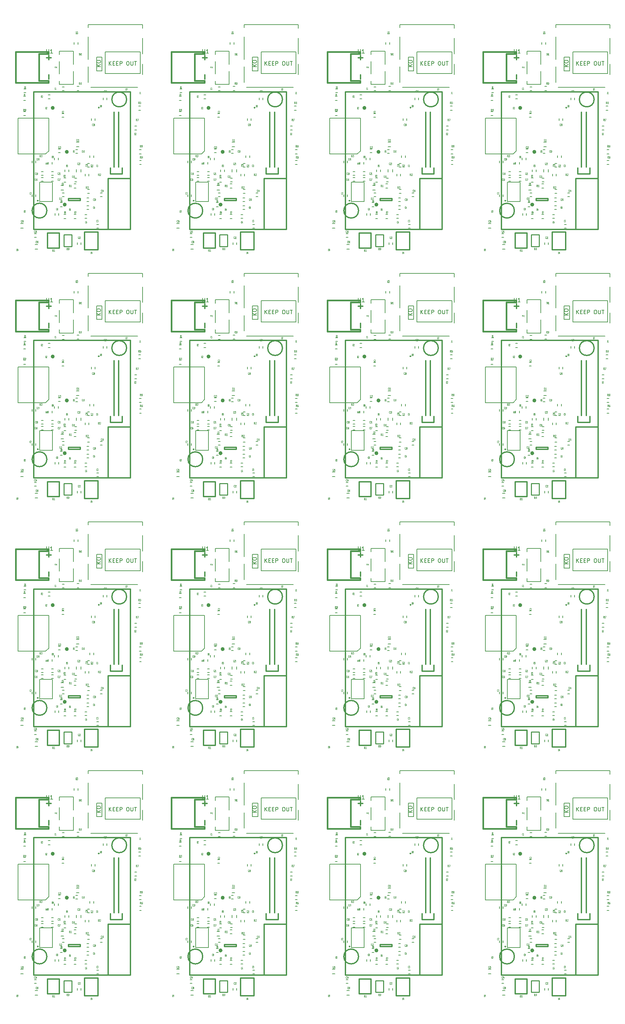
<source format=gbr>
G04 #@! TF.FileFunction,Legend,Top*
%FSLAX46Y46*%
G04 Gerber Fmt 4.6, Leading zero omitted, Abs format (unit mm)*
G04 Created by KiCad (PCBNEW 0.201601221447+6507~42~ubuntu15.10.1-product) date Fri 22 Jan 2016 06:42:10 PM EST*
%MOMM*%
G01*
G04 APERTURE LIST*
%ADD10C,0.100000*%
%ADD11C,0.254000*%
%ADD12C,0.150000*%
%ADD13C,0.307000*%
%ADD14C,0.250000*%
%ADD15C,0.127000*%
%ADD16C,0.381000*%
%ADD17C,0.500000*%
%ADD18C,0.300000*%
%ADD19C,0.025400*%
%ADD20C,0.304800*%
G04 APERTURE END LIST*
D10*
D11*
X140208000Y-249936000D02*
G75*
G03X140208000Y-249936000I-127000J0D01*
G01*
X155956000Y-225933000D02*
G75*
G03X155956000Y-225933000I-127000J0D01*
G01*
X140208000Y-185801000D02*
G75*
G03X140208000Y-185801000I-127000J0D01*
G01*
X155956000Y-161798000D02*
G75*
G03X155956000Y-161798000I-127000J0D01*
G01*
X140208000Y-121666000D02*
G75*
G03X140208000Y-121666000I-127000J0D01*
G01*
X155956000Y-97663000D02*
G75*
G03X155956000Y-97663000I-127000J0D01*
G01*
X140208000Y-57531000D02*
G75*
G03X140208000Y-57531000I-127000J0D01*
G01*
X155956000Y-33528000D02*
G75*
G03X155956000Y-33528000I-127000J0D01*
G01*
X99949000Y-249936000D02*
G75*
G03X99949000Y-249936000I-127000J0D01*
G01*
X115697000Y-225933000D02*
G75*
G03X115697000Y-225933000I-127000J0D01*
G01*
X99949000Y-185801000D02*
G75*
G03X99949000Y-185801000I-127000J0D01*
G01*
X115697000Y-161798000D02*
G75*
G03X115697000Y-161798000I-127000J0D01*
G01*
X99949000Y-121666000D02*
G75*
G03X99949000Y-121666000I-127000J0D01*
G01*
X115697000Y-97663000D02*
G75*
G03X115697000Y-97663000I-127000J0D01*
G01*
X99949000Y-57531000D02*
G75*
G03X99949000Y-57531000I-127000J0D01*
G01*
X115697000Y-33528000D02*
G75*
G03X115697000Y-33528000I-127000J0D01*
G01*
X59690000Y-249936000D02*
G75*
G03X59690000Y-249936000I-127000J0D01*
G01*
X75438000Y-225933000D02*
G75*
G03X75438000Y-225933000I-127000J0D01*
G01*
X59690000Y-185801000D02*
G75*
G03X59690000Y-185801000I-127000J0D01*
G01*
X75438000Y-161798000D02*
G75*
G03X75438000Y-161798000I-127000J0D01*
G01*
X59690000Y-121666000D02*
G75*
G03X59690000Y-121666000I-127000J0D01*
G01*
X75438000Y-97663000D02*
G75*
G03X75438000Y-97663000I-127000J0D01*
G01*
X59690000Y-57531000D02*
G75*
G03X59690000Y-57531000I-127000J0D01*
G01*
X75438000Y-33528000D02*
G75*
G03X75438000Y-33528000I-127000J0D01*
G01*
X19431000Y-249936000D02*
G75*
G03X19431000Y-249936000I-127000J0D01*
G01*
X35179000Y-225933000D02*
G75*
G03X35179000Y-225933000I-127000J0D01*
G01*
X19431000Y-185801000D02*
G75*
G03X19431000Y-185801000I-127000J0D01*
G01*
X35179000Y-161798000D02*
G75*
G03X35179000Y-161798000I-127000J0D01*
G01*
X19431000Y-121666000D02*
G75*
G03X19431000Y-121666000I-127000J0D01*
G01*
X35179000Y-97663000D02*
G75*
G03X35179000Y-97663000I-127000J0D01*
G01*
X35179000Y-33528000D02*
G75*
G03X35179000Y-33528000I-127000J0D01*
G01*
X19431000Y-57531000D02*
G75*
G03X19431000Y-57531000I-127000J0D01*
G01*
D12*
X154907000Y-229231000D02*
X154907000Y-228731000D01*
X153957000Y-228731000D02*
X153957000Y-229231000D01*
X157005000Y-223397000D02*
X157005000Y-223897000D01*
X157955000Y-223897000D02*
X157955000Y-223397000D01*
X136402000Y-227982000D02*
X136902000Y-227982000D01*
X136902000Y-226932000D02*
X136402000Y-226932000D01*
X142913000Y-237109000D02*
X142113000Y-237909000D01*
X142113000Y-237909000D02*
X134963000Y-237909000D01*
X134963000Y-237909000D02*
X134963000Y-228689000D01*
X134963000Y-228689000D02*
X142913000Y-228689000D01*
X142913000Y-228689000D02*
X142913000Y-237109000D01*
X139540000Y-240153000D02*
X139540000Y-239653000D01*
X138590000Y-239653000D02*
X138590000Y-240153000D01*
X145919000Y-236634000D02*
X145419000Y-236634000D01*
X145419000Y-237584000D02*
X145919000Y-237584000D01*
D13*
X145644000Y-262154000D02*
X145644000Y-258354000D01*
X142596000Y-262154000D02*
X145644000Y-262154000D01*
X142596000Y-258354000D02*
X142596000Y-262154000D01*
X145644000Y-258314000D02*
X142596000Y-258314000D01*
D14*
X148828000Y-258738000D02*
X148828000Y-261733000D01*
X146828000Y-261733000D02*
X148828000Y-261733000D01*
X146828000Y-258738000D02*
X146828000Y-261733000D01*
X148828000Y-258738000D02*
X146828000Y-258738000D01*
D13*
X155674000Y-258064000D02*
X152174000Y-258064000D01*
X155674000Y-262636000D02*
X155674000Y-258064000D01*
X155674000Y-262636000D02*
X152174000Y-262636000D01*
X152174000Y-258064000D02*
X152174000Y-262636000D01*
D12*
X166323200Y-237862600D02*
X166823200Y-237862600D01*
X166823200Y-236812600D02*
X166323200Y-236812600D01*
X165104000Y-231741200D02*
X165604000Y-231741200D01*
X165604000Y-230691200D02*
X165104000Y-230691200D01*
X166348600Y-240605800D02*
X166848600Y-240605800D01*
X166848600Y-239555800D02*
X166348600Y-239555800D01*
X166620000Y-225535000D02*
X166120000Y-225535000D01*
X166120000Y-226585000D02*
X166620000Y-226585000D01*
X149462000Y-209115000D02*
X149462000Y-209615000D01*
X150512000Y-209615000D02*
X150512000Y-209115000D01*
X150745000Y-220455000D02*
X150245000Y-220455000D01*
X150245000Y-221505000D02*
X150745000Y-221505000D01*
D15*
X156657000Y-212938000D02*
X155257000Y-212938000D01*
X155257000Y-212938000D02*
X155257000Y-216438000D01*
X156657000Y-212938000D02*
X156657000Y-216438000D01*
X166517000Y-217108000D02*
X166517000Y-211578000D01*
X166517000Y-217108000D02*
X157517000Y-217108000D01*
X157517000Y-211578000D02*
X157517000Y-217108000D01*
X166517000Y-211578000D02*
X157517000Y-211578000D01*
X165867000Y-220738000D02*
X153767000Y-220738000D01*
X153107000Y-219388000D02*
X153107000Y-215388000D01*
X153107000Y-213488000D02*
X153107000Y-207688000D01*
X153107000Y-205288000D02*
X153107000Y-204538000D01*
X167142000Y-204538000D02*
X153107000Y-204538000D01*
X167142000Y-205488000D02*
X167142000Y-204538000D01*
X167142000Y-217388000D02*
X167142000Y-214688000D01*
X167142000Y-212028000D02*
X167142000Y-208038000D01*
X156657000Y-216438000D02*
X155257000Y-216438000D01*
D16*
X134355840Y-211536280D02*
X134355840Y-219537280D01*
X134355840Y-219537280D02*
X142854680Y-219537280D01*
X142854680Y-219537280D02*
X142854680Y-219036900D01*
X142854680Y-219036900D02*
X140355320Y-219036900D01*
X140355320Y-219036900D02*
X140355320Y-212036660D01*
X140355320Y-212036660D02*
X142854680Y-212036660D01*
X142854680Y-212036660D02*
X142854680Y-211536280D01*
X142854680Y-211536280D02*
X134355840Y-211536280D01*
D15*
X145647000Y-212246000D02*
X145647000Y-211346000D01*
X145647000Y-217246000D02*
X145647000Y-214046000D01*
X149247000Y-211346000D02*
X145647000Y-211346000D01*
X149247000Y-214746000D02*
X149247000Y-211346000D01*
X149247000Y-219946000D02*
X149247000Y-216546000D01*
X145647000Y-219946000D02*
X149247000Y-219946000D01*
X145647000Y-219946000D02*
X145647000Y-219046000D01*
D12*
X154576000Y-238781400D02*
X154576000Y-238281400D01*
X153526000Y-238281400D02*
X153526000Y-238781400D01*
X140605000Y-245125000D02*
X140605000Y-250175000D01*
X140605000Y-250175000D02*
X143875000Y-250175000D01*
X143875000Y-250175000D02*
X143875000Y-245125000D01*
X143875000Y-245125000D02*
X140605000Y-245125000D01*
D13*
X148052000Y-249936000D02*
X148052000Y-249428000D01*
X151100000Y-249936000D02*
X148052000Y-249936000D01*
X151100000Y-249428000D02*
X151100000Y-249936000D01*
X148052000Y-249428000D02*
X151100000Y-249428000D01*
D17*
X147286000Y-250952000D02*
G75*
G03X147286000Y-250952000I-250000J0D01*
G01*
X147829000Y-237348000D02*
G75*
G03X147829000Y-237348000I-250000J0D01*
G01*
X144181600Y-226009200D02*
G75*
G03X144181600Y-226009200I-250000J0D01*
G01*
D12*
X153412000Y-246998000D02*
X152912000Y-246998000D01*
X152912000Y-248048000D02*
X153412000Y-248048000D01*
X149983000Y-245601000D02*
X149483000Y-245601000D01*
X149483000Y-246651000D02*
X149983000Y-246651000D01*
X146816000Y-254525000D02*
X147316000Y-254525000D01*
X147316000Y-253475000D02*
X146816000Y-253475000D01*
X144382000Y-238891000D02*
X144382000Y-239391000D01*
X145432000Y-239391000D02*
X145432000Y-238891000D01*
X149483000Y-254525000D02*
X149983000Y-254525000D01*
X149983000Y-253475000D02*
X149483000Y-253475000D01*
X143781000Y-240534000D02*
X143781000Y-240034000D01*
X142731000Y-240034000D02*
X142731000Y-240534000D01*
X147049000Y-241939000D02*
X147049000Y-242439000D01*
X148099000Y-242439000D02*
X148099000Y-241939000D01*
X146427000Y-250427000D02*
X145927000Y-250427000D01*
X145927000Y-251477000D02*
X146427000Y-251477000D01*
X146816000Y-245127000D02*
X147316000Y-245127000D01*
X147316000Y-244077000D02*
X146816000Y-244077000D01*
X142752000Y-223664000D02*
X143252000Y-223664000D01*
X143252000Y-222614000D02*
X142752000Y-222614000D01*
X136402000Y-224045000D02*
X136902000Y-224045000D01*
X136902000Y-222995000D02*
X136402000Y-222995000D01*
X137029000Y-221140000D02*
X136529000Y-221140000D01*
X136529000Y-222090000D02*
X137029000Y-222090000D01*
X139350000Y-261274000D02*
X140050000Y-261274000D01*
X140050000Y-262474000D02*
X139350000Y-262474000D01*
X152306000Y-243082000D02*
X152306000Y-243582000D01*
X153256000Y-243582000D02*
X153256000Y-243082000D01*
X136367000Y-257013000D02*
X135667000Y-257013000D01*
X135667000Y-255813000D02*
X136367000Y-255813000D01*
X139196000Y-259428000D02*
X139696000Y-259428000D01*
X139696000Y-258478000D02*
X139196000Y-258478000D01*
X150022000Y-242539000D02*
X150022000Y-241839000D01*
X151222000Y-241839000D02*
X151222000Y-242539000D01*
X151224000Y-261235000D02*
X151224000Y-260735000D01*
X150274000Y-260735000D02*
X150274000Y-261235000D01*
X144141000Y-242476000D02*
X143641000Y-242476000D01*
X143641000Y-243426000D02*
X144141000Y-243426000D01*
X153285000Y-249207000D02*
X152785000Y-249207000D01*
X152785000Y-250157000D02*
X153285000Y-250157000D01*
X140974000Y-243426000D02*
X141474000Y-243426000D01*
X141474000Y-242476000D02*
X140974000Y-242476000D01*
X144141000Y-244000000D02*
X143641000Y-244000000D01*
X143641000Y-244950000D02*
X144141000Y-244950000D01*
X140974000Y-244950000D02*
X141474000Y-244950000D01*
X141474000Y-244000000D02*
X140974000Y-244000000D01*
X149610000Y-245077000D02*
X150110000Y-245077000D01*
X150110000Y-244127000D02*
X149610000Y-244127000D01*
X156714000Y-247937000D02*
X156214000Y-247937000D01*
X156214000Y-248887000D02*
X156714000Y-248887000D01*
X146435000Y-248887000D02*
X146935000Y-248887000D01*
X146935000Y-247937000D02*
X146435000Y-247937000D01*
X150006000Y-234858000D02*
X150706000Y-234858000D01*
X150706000Y-236058000D02*
X150006000Y-236058000D01*
X146781000Y-247234000D02*
X146081000Y-247234000D01*
X146081000Y-246034000D02*
X146781000Y-246034000D01*
X145509000Y-253742000D02*
X145509000Y-253242000D01*
X144559000Y-253242000D02*
X144559000Y-253742000D01*
X139540000Y-248916000D02*
X139540000Y-248416000D01*
X138590000Y-248416000D02*
X138590000Y-248916000D01*
X152912000Y-241267000D02*
X153412000Y-241267000D01*
X153412000Y-240317000D02*
X152912000Y-240317000D01*
X152777000Y-253525000D02*
X152277000Y-253525000D01*
X152277000Y-254475000D02*
X152777000Y-254475000D01*
X146308000Y-228440000D02*
X146808000Y-228440000D01*
X146808000Y-227490000D02*
X146308000Y-227490000D01*
X146418400Y-221556600D02*
X146918400Y-221556600D01*
X146918400Y-220606600D02*
X146418400Y-220606600D01*
X155325000Y-257015000D02*
X155825000Y-257015000D01*
X155825000Y-256065000D02*
X155325000Y-256065000D01*
X153285000Y-251239000D02*
X152785000Y-251239000D01*
X152785000Y-252189000D02*
X153285000Y-252189000D01*
D18*
X160995800Y-241263000D02*
X160995800Y-227113000D01*
D13*
X158845000Y-243013000D02*
X161925000Y-243013000D01*
X161925000Y-243013000D02*
X161925000Y-241513000D01*
X158845000Y-241513000D02*
X158845000Y-243013000D01*
X158270000Y-244233000D02*
X158270000Y-257343000D01*
X158270000Y-244233000D02*
X164050000Y-244233000D01*
X142425000Y-252513000D02*
G75*
G03X142425000Y-252513000I-1905000J0D01*
G01*
X139050000Y-221843000D02*
X139050000Y-257343000D01*
X139050000Y-221843000D02*
X164050000Y-221843000D01*
X164050000Y-257343000D02*
X164050000Y-221843000D01*
X139050000Y-257343000D02*
X164050000Y-257343000D01*
X163025000Y-223823000D02*
G75*
G03X163025000Y-223823000I-1905000J0D01*
G01*
D18*
X159774200Y-241263000D02*
X159774200Y-227113000D01*
D12*
X150364000Y-236761000D02*
X149864000Y-236761000D01*
X149864000Y-237711000D02*
X150364000Y-237711000D01*
X154907000Y-165096000D02*
X154907000Y-164596000D01*
X153957000Y-164596000D02*
X153957000Y-165096000D01*
X157005000Y-159262000D02*
X157005000Y-159762000D01*
X157955000Y-159762000D02*
X157955000Y-159262000D01*
X136402000Y-163847000D02*
X136902000Y-163847000D01*
X136902000Y-162797000D02*
X136402000Y-162797000D01*
X142913000Y-172974000D02*
X142113000Y-173774000D01*
X142113000Y-173774000D02*
X134963000Y-173774000D01*
X134963000Y-173774000D02*
X134963000Y-164554000D01*
X134963000Y-164554000D02*
X142913000Y-164554000D01*
X142913000Y-164554000D02*
X142913000Y-172974000D01*
X139540000Y-176018000D02*
X139540000Y-175518000D01*
X138590000Y-175518000D02*
X138590000Y-176018000D01*
X145919000Y-172499000D02*
X145419000Y-172499000D01*
X145419000Y-173449000D02*
X145919000Y-173449000D01*
D13*
X145644000Y-198019000D02*
X145644000Y-194219000D01*
X142596000Y-198019000D02*
X145644000Y-198019000D01*
X142596000Y-194219000D02*
X142596000Y-198019000D01*
X145644000Y-194179000D02*
X142596000Y-194179000D01*
D14*
X148828000Y-194603000D02*
X148828000Y-197598000D01*
X146828000Y-197598000D02*
X148828000Y-197598000D01*
X146828000Y-194603000D02*
X146828000Y-197598000D01*
X148828000Y-194603000D02*
X146828000Y-194603000D01*
D13*
X155674000Y-193929000D02*
X152174000Y-193929000D01*
X155674000Y-198501000D02*
X155674000Y-193929000D01*
X155674000Y-198501000D02*
X152174000Y-198501000D01*
X152174000Y-193929000D02*
X152174000Y-198501000D01*
D12*
X166323200Y-173727600D02*
X166823200Y-173727600D01*
X166823200Y-172677600D02*
X166323200Y-172677600D01*
X165104000Y-167606200D02*
X165604000Y-167606200D01*
X165604000Y-166556200D02*
X165104000Y-166556200D01*
X166348600Y-176470800D02*
X166848600Y-176470800D01*
X166848600Y-175420800D02*
X166348600Y-175420800D01*
X166620000Y-161400000D02*
X166120000Y-161400000D01*
X166120000Y-162450000D02*
X166620000Y-162450000D01*
X149462000Y-144980000D02*
X149462000Y-145480000D01*
X150512000Y-145480000D02*
X150512000Y-144980000D01*
X150745000Y-156320000D02*
X150245000Y-156320000D01*
X150245000Y-157370000D02*
X150745000Y-157370000D01*
D15*
X156657000Y-148803000D02*
X155257000Y-148803000D01*
X155257000Y-148803000D02*
X155257000Y-152303000D01*
X156657000Y-148803000D02*
X156657000Y-152303000D01*
X166517000Y-152973000D02*
X166517000Y-147443000D01*
X166517000Y-152973000D02*
X157517000Y-152973000D01*
X157517000Y-147443000D02*
X157517000Y-152973000D01*
X166517000Y-147443000D02*
X157517000Y-147443000D01*
X165867000Y-156603000D02*
X153767000Y-156603000D01*
X153107000Y-155253000D02*
X153107000Y-151253000D01*
X153107000Y-149353000D02*
X153107000Y-143553000D01*
X153107000Y-141153000D02*
X153107000Y-140403000D01*
X167142000Y-140403000D02*
X153107000Y-140403000D01*
X167142000Y-141353000D02*
X167142000Y-140403000D01*
X167142000Y-153253000D02*
X167142000Y-150553000D01*
X167142000Y-147893000D02*
X167142000Y-143903000D01*
X156657000Y-152303000D02*
X155257000Y-152303000D01*
D16*
X134355840Y-147401280D02*
X134355840Y-155402280D01*
X134355840Y-155402280D02*
X142854680Y-155402280D01*
X142854680Y-155402280D02*
X142854680Y-154901900D01*
X142854680Y-154901900D02*
X140355320Y-154901900D01*
X140355320Y-154901900D02*
X140355320Y-147901660D01*
X140355320Y-147901660D02*
X142854680Y-147901660D01*
X142854680Y-147901660D02*
X142854680Y-147401280D01*
X142854680Y-147401280D02*
X134355840Y-147401280D01*
D15*
X145647000Y-148111000D02*
X145647000Y-147211000D01*
X145647000Y-153111000D02*
X145647000Y-149911000D01*
X149247000Y-147211000D02*
X145647000Y-147211000D01*
X149247000Y-150611000D02*
X149247000Y-147211000D01*
X149247000Y-155811000D02*
X149247000Y-152411000D01*
X145647000Y-155811000D02*
X149247000Y-155811000D01*
X145647000Y-155811000D02*
X145647000Y-154911000D01*
D12*
X154576000Y-174646400D02*
X154576000Y-174146400D01*
X153526000Y-174146400D02*
X153526000Y-174646400D01*
X140605000Y-180990000D02*
X140605000Y-186040000D01*
X140605000Y-186040000D02*
X143875000Y-186040000D01*
X143875000Y-186040000D02*
X143875000Y-180990000D01*
X143875000Y-180990000D02*
X140605000Y-180990000D01*
D13*
X148052000Y-185801000D02*
X148052000Y-185293000D01*
X151100000Y-185801000D02*
X148052000Y-185801000D01*
X151100000Y-185293000D02*
X151100000Y-185801000D01*
X148052000Y-185293000D02*
X151100000Y-185293000D01*
D17*
X147286000Y-186817000D02*
G75*
G03X147286000Y-186817000I-250000J0D01*
G01*
X147829000Y-173213000D02*
G75*
G03X147829000Y-173213000I-250000J0D01*
G01*
X144181600Y-161874200D02*
G75*
G03X144181600Y-161874200I-250000J0D01*
G01*
D12*
X153412000Y-182863000D02*
X152912000Y-182863000D01*
X152912000Y-183913000D02*
X153412000Y-183913000D01*
X149983000Y-181466000D02*
X149483000Y-181466000D01*
X149483000Y-182516000D02*
X149983000Y-182516000D01*
X146816000Y-190390000D02*
X147316000Y-190390000D01*
X147316000Y-189340000D02*
X146816000Y-189340000D01*
X144382000Y-174756000D02*
X144382000Y-175256000D01*
X145432000Y-175256000D02*
X145432000Y-174756000D01*
X149483000Y-190390000D02*
X149983000Y-190390000D01*
X149983000Y-189340000D02*
X149483000Y-189340000D01*
X143781000Y-176399000D02*
X143781000Y-175899000D01*
X142731000Y-175899000D02*
X142731000Y-176399000D01*
X147049000Y-177804000D02*
X147049000Y-178304000D01*
X148099000Y-178304000D02*
X148099000Y-177804000D01*
X146427000Y-186292000D02*
X145927000Y-186292000D01*
X145927000Y-187342000D02*
X146427000Y-187342000D01*
X146816000Y-180992000D02*
X147316000Y-180992000D01*
X147316000Y-179942000D02*
X146816000Y-179942000D01*
X142752000Y-159529000D02*
X143252000Y-159529000D01*
X143252000Y-158479000D02*
X142752000Y-158479000D01*
X136402000Y-159910000D02*
X136902000Y-159910000D01*
X136902000Y-158860000D02*
X136402000Y-158860000D01*
X137029000Y-157005000D02*
X136529000Y-157005000D01*
X136529000Y-157955000D02*
X137029000Y-157955000D01*
X139350000Y-197139000D02*
X140050000Y-197139000D01*
X140050000Y-198339000D02*
X139350000Y-198339000D01*
X152306000Y-178947000D02*
X152306000Y-179447000D01*
X153256000Y-179447000D02*
X153256000Y-178947000D01*
X136367000Y-192878000D02*
X135667000Y-192878000D01*
X135667000Y-191678000D02*
X136367000Y-191678000D01*
X139196000Y-195293000D02*
X139696000Y-195293000D01*
X139696000Y-194343000D02*
X139196000Y-194343000D01*
X150022000Y-178404000D02*
X150022000Y-177704000D01*
X151222000Y-177704000D02*
X151222000Y-178404000D01*
X151224000Y-197100000D02*
X151224000Y-196600000D01*
X150274000Y-196600000D02*
X150274000Y-197100000D01*
X144141000Y-178341000D02*
X143641000Y-178341000D01*
X143641000Y-179291000D02*
X144141000Y-179291000D01*
X153285000Y-185072000D02*
X152785000Y-185072000D01*
X152785000Y-186022000D02*
X153285000Y-186022000D01*
X140974000Y-179291000D02*
X141474000Y-179291000D01*
X141474000Y-178341000D02*
X140974000Y-178341000D01*
X144141000Y-179865000D02*
X143641000Y-179865000D01*
X143641000Y-180815000D02*
X144141000Y-180815000D01*
X140974000Y-180815000D02*
X141474000Y-180815000D01*
X141474000Y-179865000D02*
X140974000Y-179865000D01*
X149610000Y-180942000D02*
X150110000Y-180942000D01*
X150110000Y-179992000D02*
X149610000Y-179992000D01*
X156714000Y-183802000D02*
X156214000Y-183802000D01*
X156214000Y-184752000D02*
X156714000Y-184752000D01*
X146435000Y-184752000D02*
X146935000Y-184752000D01*
X146935000Y-183802000D02*
X146435000Y-183802000D01*
X150006000Y-170723000D02*
X150706000Y-170723000D01*
X150706000Y-171923000D02*
X150006000Y-171923000D01*
X146781000Y-183099000D02*
X146081000Y-183099000D01*
X146081000Y-181899000D02*
X146781000Y-181899000D01*
X145509000Y-189607000D02*
X145509000Y-189107000D01*
X144559000Y-189107000D02*
X144559000Y-189607000D01*
X139540000Y-184781000D02*
X139540000Y-184281000D01*
X138590000Y-184281000D02*
X138590000Y-184781000D01*
X152912000Y-177132000D02*
X153412000Y-177132000D01*
X153412000Y-176182000D02*
X152912000Y-176182000D01*
X152777000Y-189390000D02*
X152277000Y-189390000D01*
X152277000Y-190340000D02*
X152777000Y-190340000D01*
X146308000Y-164305000D02*
X146808000Y-164305000D01*
X146808000Y-163355000D02*
X146308000Y-163355000D01*
X146418400Y-157421600D02*
X146918400Y-157421600D01*
X146918400Y-156471600D02*
X146418400Y-156471600D01*
X155325000Y-192880000D02*
X155825000Y-192880000D01*
X155825000Y-191930000D02*
X155325000Y-191930000D01*
X153285000Y-187104000D02*
X152785000Y-187104000D01*
X152785000Y-188054000D02*
X153285000Y-188054000D01*
D18*
X160995800Y-177128000D02*
X160995800Y-162978000D01*
D13*
X158845000Y-178878000D02*
X161925000Y-178878000D01*
X161925000Y-178878000D02*
X161925000Y-177378000D01*
X158845000Y-177378000D02*
X158845000Y-178878000D01*
X158270000Y-180098000D02*
X158270000Y-193208000D01*
X158270000Y-180098000D02*
X164050000Y-180098000D01*
X142425000Y-188378000D02*
G75*
G03X142425000Y-188378000I-1905000J0D01*
G01*
X139050000Y-157708000D02*
X139050000Y-193208000D01*
X139050000Y-157708000D02*
X164050000Y-157708000D01*
X164050000Y-193208000D02*
X164050000Y-157708000D01*
X139050000Y-193208000D02*
X164050000Y-193208000D01*
X163025000Y-159688000D02*
G75*
G03X163025000Y-159688000I-1905000J0D01*
G01*
D18*
X159774200Y-177128000D02*
X159774200Y-162978000D01*
D12*
X150364000Y-172626000D02*
X149864000Y-172626000D01*
X149864000Y-173576000D02*
X150364000Y-173576000D01*
X154907000Y-100961000D02*
X154907000Y-100461000D01*
X153957000Y-100461000D02*
X153957000Y-100961000D01*
X157005000Y-95127000D02*
X157005000Y-95627000D01*
X157955000Y-95627000D02*
X157955000Y-95127000D01*
X136402000Y-99712000D02*
X136902000Y-99712000D01*
X136902000Y-98662000D02*
X136402000Y-98662000D01*
X142913000Y-108839000D02*
X142113000Y-109639000D01*
X142113000Y-109639000D02*
X134963000Y-109639000D01*
X134963000Y-109639000D02*
X134963000Y-100419000D01*
X134963000Y-100419000D02*
X142913000Y-100419000D01*
X142913000Y-100419000D02*
X142913000Y-108839000D01*
X139540000Y-111883000D02*
X139540000Y-111383000D01*
X138590000Y-111383000D02*
X138590000Y-111883000D01*
X145919000Y-108364000D02*
X145419000Y-108364000D01*
X145419000Y-109314000D02*
X145919000Y-109314000D01*
D13*
X145644000Y-133884000D02*
X145644000Y-130084000D01*
X142596000Y-133884000D02*
X145644000Y-133884000D01*
X142596000Y-130084000D02*
X142596000Y-133884000D01*
X145644000Y-130044000D02*
X142596000Y-130044000D01*
D14*
X148828000Y-130468000D02*
X148828000Y-133463000D01*
X146828000Y-133463000D02*
X148828000Y-133463000D01*
X146828000Y-130468000D02*
X146828000Y-133463000D01*
X148828000Y-130468000D02*
X146828000Y-130468000D01*
D13*
X155674000Y-129794000D02*
X152174000Y-129794000D01*
X155674000Y-134366000D02*
X155674000Y-129794000D01*
X155674000Y-134366000D02*
X152174000Y-134366000D01*
X152174000Y-129794000D02*
X152174000Y-134366000D01*
D12*
X166323200Y-109592600D02*
X166823200Y-109592600D01*
X166823200Y-108542600D02*
X166323200Y-108542600D01*
X165104000Y-103471200D02*
X165604000Y-103471200D01*
X165604000Y-102421200D02*
X165104000Y-102421200D01*
X166348600Y-112335800D02*
X166848600Y-112335800D01*
X166848600Y-111285800D02*
X166348600Y-111285800D01*
X166620000Y-97265000D02*
X166120000Y-97265000D01*
X166120000Y-98315000D02*
X166620000Y-98315000D01*
X149462000Y-80845000D02*
X149462000Y-81345000D01*
X150512000Y-81345000D02*
X150512000Y-80845000D01*
X150745000Y-92185000D02*
X150245000Y-92185000D01*
X150245000Y-93235000D02*
X150745000Y-93235000D01*
D15*
X156657000Y-84668000D02*
X155257000Y-84668000D01*
X155257000Y-84668000D02*
X155257000Y-88168000D01*
X156657000Y-84668000D02*
X156657000Y-88168000D01*
X166517000Y-88838000D02*
X166517000Y-83308000D01*
X166517000Y-88838000D02*
X157517000Y-88838000D01*
X157517000Y-83308000D02*
X157517000Y-88838000D01*
X166517000Y-83308000D02*
X157517000Y-83308000D01*
X165867000Y-92468000D02*
X153767000Y-92468000D01*
X153107000Y-91118000D02*
X153107000Y-87118000D01*
X153107000Y-85218000D02*
X153107000Y-79418000D01*
X153107000Y-77018000D02*
X153107000Y-76268000D01*
X167142000Y-76268000D02*
X153107000Y-76268000D01*
X167142000Y-77218000D02*
X167142000Y-76268000D01*
X167142000Y-89118000D02*
X167142000Y-86418000D01*
X167142000Y-83758000D02*
X167142000Y-79768000D01*
X156657000Y-88168000D02*
X155257000Y-88168000D01*
D16*
X134355840Y-83266280D02*
X134355840Y-91267280D01*
X134355840Y-91267280D02*
X142854680Y-91267280D01*
X142854680Y-91267280D02*
X142854680Y-90766900D01*
X142854680Y-90766900D02*
X140355320Y-90766900D01*
X140355320Y-90766900D02*
X140355320Y-83766660D01*
X140355320Y-83766660D02*
X142854680Y-83766660D01*
X142854680Y-83766660D02*
X142854680Y-83266280D01*
X142854680Y-83266280D02*
X134355840Y-83266280D01*
D15*
X145647000Y-83976000D02*
X145647000Y-83076000D01*
X145647000Y-88976000D02*
X145647000Y-85776000D01*
X149247000Y-83076000D02*
X145647000Y-83076000D01*
X149247000Y-86476000D02*
X149247000Y-83076000D01*
X149247000Y-91676000D02*
X149247000Y-88276000D01*
X145647000Y-91676000D02*
X149247000Y-91676000D01*
X145647000Y-91676000D02*
X145647000Y-90776000D01*
D12*
X154576000Y-110511400D02*
X154576000Y-110011400D01*
X153526000Y-110011400D02*
X153526000Y-110511400D01*
X140605000Y-116855000D02*
X140605000Y-121905000D01*
X140605000Y-121905000D02*
X143875000Y-121905000D01*
X143875000Y-121905000D02*
X143875000Y-116855000D01*
X143875000Y-116855000D02*
X140605000Y-116855000D01*
D13*
X148052000Y-121666000D02*
X148052000Y-121158000D01*
X151100000Y-121666000D02*
X148052000Y-121666000D01*
X151100000Y-121158000D02*
X151100000Y-121666000D01*
X148052000Y-121158000D02*
X151100000Y-121158000D01*
D17*
X147286000Y-122682000D02*
G75*
G03X147286000Y-122682000I-250000J0D01*
G01*
X147829000Y-109078000D02*
G75*
G03X147829000Y-109078000I-250000J0D01*
G01*
X144181600Y-97739200D02*
G75*
G03X144181600Y-97739200I-250000J0D01*
G01*
D12*
X153412000Y-118728000D02*
X152912000Y-118728000D01*
X152912000Y-119778000D02*
X153412000Y-119778000D01*
X149983000Y-117331000D02*
X149483000Y-117331000D01*
X149483000Y-118381000D02*
X149983000Y-118381000D01*
X146816000Y-126255000D02*
X147316000Y-126255000D01*
X147316000Y-125205000D02*
X146816000Y-125205000D01*
X144382000Y-110621000D02*
X144382000Y-111121000D01*
X145432000Y-111121000D02*
X145432000Y-110621000D01*
X149483000Y-126255000D02*
X149983000Y-126255000D01*
X149983000Y-125205000D02*
X149483000Y-125205000D01*
X143781000Y-112264000D02*
X143781000Y-111764000D01*
X142731000Y-111764000D02*
X142731000Y-112264000D01*
X147049000Y-113669000D02*
X147049000Y-114169000D01*
X148099000Y-114169000D02*
X148099000Y-113669000D01*
X146427000Y-122157000D02*
X145927000Y-122157000D01*
X145927000Y-123207000D02*
X146427000Y-123207000D01*
X146816000Y-116857000D02*
X147316000Y-116857000D01*
X147316000Y-115807000D02*
X146816000Y-115807000D01*
X142752000Y-95394000D02*
X143252000Y-95394000D01*
X143252000Y-94344000D02*
X142752000Y-94344000D01*
X136402000Y-95775000D02*
X136902000Y-95775000D01*
X136902000Y-94725000D02*
X136402000Y-94725000D01*
X137029000Y-92870000D02*
X136529000Y-92870000D01*
X136529000Y-93820000D02*
X137029000Y-93820000D01*
X139350000Y-133004000D02*
X140050000Y-133004000D01*
X140050000Y-134204000D02*
X139350000Y-134204000D01*
X152306000Y-114812000D02*
X152306000Y-115312000D01*
X153256000Y-115312000D02*
X153256000Y-114812000D01*
X136367000Y-128743000D02*
X135667000Y-128743000D01*
X135667000Y-127543000D02*
X136367000Y-127543000D01*
X139196000Y-131158000D02*
X139696000Y-131158000D01*
X139696000Y-130208000D02*
X139196000Y-130208000D01*
X150022000Y-114269000D02*
X150022000Y-113569000D01*
X151222000Y-113569000D02*
X151222000Y-114269000D01*
X151224000Y-132965000D02*
X151224000Y-132465000D01*
X150274000Y-132465000D02*
X150274000Y-132965000D01*
X144141000Y-114206000D02*
X143641000Y-114206000D01*
X143641000Y-115156000D02*
X144141000Y-115156000D01*
X153285000Y-120937000D02*
X152785000Y-120937000D01*
X152785000Y-121887000D02*
X153285000Y-121887000D01*
X140974000Y-115156000D02*
X141474000Y-115156000D01*
X141474000Y-114206000D02*
X140974000Y-114206000D01*
X144141000Y-115730000D02*
X143641000Y-115730000D01*
X143641000Y-116680000D02*
X144141000Y-116680000D01*
X140974000Y-116680000D02*
X141474000Y-116680000D01*
X141474000Y-115730000D02*
X140974000Y-115730000D01*
X149610000Y-116807000D02*
X150110000Y-116807000D01*
X150110000Y-115857000D02*
X149610000Y-115857000D01*
X156714000Y-119667000D02*
X156214000Y-119667000D01*
X156214000Y-120617000D02*
X156714000Y-120617000D01*
X146435000Y-120617000D02*
X146935000Y-120617000D01*
X146935000Y-119667000D02*
X146435000Y-119667000D01*
X150006000Y-106588000D02*
X150706000Y-106588000D01*
X150706000Y-107788000D02*
X150006000Y-107788000D01*
X146781000Y-118964000D02*
X146081000Y-118964000D01*
X146081000Y-117764000D02*
X146781000Y-117764000D01*
X145509000Y-125472000D02*
X145509000Y-124972000D01*
X144559000Y-124972000D02*
X144559000Y-125472000D01*
X139540000Y-120646000D02*
X139540000Y-120146000D01*
X138590000Y-120146000D02*
X138590000Y-120646000D01*
X152912000Y-112997000D02*
X153412000Y-112997000D01*
X153412000Y-112047000D02*
X152912000Y-112047000D01*
X152777000Y-125255000D02*
X152277000Y-125255000D01*
X152277000Y-126205000D02*
X152777000Y-126205000D01*
X146308000Y-100170000D02*
X146808000Y-100170000D01*
X146808000Y-99220000D02*
X146308000Y-99220000D01*
X146418400Y-93286600D02*
X146918400Y-93286600D01*
X146918400Y-92336600D02*
X146418400Y-92336600D01*
X155325000Y-128745000D02*
X155825000Y-128745000D01*
X155825000Y-127795000D02*
X155325000Y-127795000D01*
X153285000Y-122969000D02*
X152785000Y-122969000D01*
X152785000Y-123919000D02*
X153285000Y-123919000D01*
D18*
X160995800Y-112993000D02*
X160995800Y-98843000D01*
D13*
X158845000Y-114743000D02*
X161925000Y-114743000D01*
X161925000Y-114743000D02*
X161925000Y-113243000D01*
X158845000Y-113243000D02*
X158845000Y-114743000D01*
X158270000Y-115963000D02*
X158270000Y-129073000D01*
X158270000Y-115963000D02*
X164050000Y-115963000D01*
X142425000Y-124243000D02*
G75*
G03X142425000Y-124243000I-1905000J0D01*
G01*
X139050000Y-93573000D02*
X139050000Y-129073000D01*
X139050000Y-93573000D02*
X164050000Y-93573000D01*
X164050000Y-129073000D02*
X164050000Y-93573000D01*
X139050000Y-129073000D02*
X164050000Y-129073000D01*
X163025000Y-95553000D02*
G75*
G03X163025000Y-95553000I-1905000J0D01*
G01*
D18*
X159774200Y-112993000D02*
X159774200Y-98843000D01*
D12*
X150364000Y-108491000D02*
X149864000Y-108491000D01*
X149864000Y-109441000D02*
X150364000Y-109441000D01*
X154907000Y-36826000D02*
X154907000Y-36326000D01*
X153957000Y-36326000D02*
X153957000Y-36826000D01*
X157005000Y-30992000D02*
X157005000Y-31492000D01*
X157955000Y-31492000D02*
X157955000Y-30992000D01*
X136402000Y-35577000D02*
X136902000Y-35577000D01*
X136902000Y-34527000D02*
X136402000Y-34527000D01*
X142913000Y-44704000D02*
X142113000Y-45504000D01*
X142113000Y-45504000D02*
X134963000Y-45504000D01*
X134963000Y-45504000D02*
X134963000Y-36284000D01*
X134963000Y-36284000D02*
X142913000Y-36284000D01*
X142913000Y-36284000D02*
X142913000Y-44704000D01*
X139540000Y-47748000D02*
X139540000Y-47248000D01*
X138590000Y-47248000D02*
X138590000Y-47748000D01*
X145919000Y-44229000D02*
X145419000Y-44229000D01*
X145419000Y-45179000D02*
X145919000Y-45179000D01*
D13*
X145644000Y-69749000D02*
X145644000Y-65949000D01*
X142596000Y-69749000D02*
X145644000Y-69749000D01*
X142596000Y-65949000D02*
X142596000Y-69749000D01*
X145644000Y-65909000D02*
X142596000Y-65909000D01*
D14*
X148828000Y-66333000D02*
X148828000Y-69328000D01*
X146828000Y-69328000D02*
X148828000Y-69328000D01*
X146828000Y-66333000D02*
X146828000Y-69328000D01*
X148828000Y-66333000D02*
X146828000Y-66333000D01*
D13*
X155674000Y-65659000D02*
X152174000Y-65659000D01*
X155674000Y-70231000D02*
X155674000Y-65659000D01*
X155674000Y-70231000D02*
X152174000Y-70231000D01*
X152174000Y-65659000D02*
X152174000Y-70231000D01*
D12*
X166323200Y-45457600D02*
X166823200Y-45457600D01*
X166823200Y-44407600D02*
X166323200Y-44407600D01*
X165104000Y-39336200D02*
X165604000Y-39336200D01*
X165604000Y-38286200D02*
X165104000Y-38286200D01*
X166348600Y-48200800D02*
X166848600Y-48200800D01*
X166848600Y-47150800D02*
X166348600Y-47150800D01*
X166620000Y-33130000D02*
X166120000Y-33130000D01*
X166120000Y-34180000D02*
X166620000Y-34180000D01*
X149462000Y-16710000D02*
X149462000Y-17210000D01*
X150512000Y-17210000D02*
X150512000Y-16710000D01*
X150745000Y-28050000D02*
X150245000Y-28050000D01*
X150245000Y-29100000D02*
X150745000Y-29100000D01*
D15*
X156657000Y-20533000D02*
X155257000Y-20533000D01*
X155257000Y-20533000D02*
X155257000Y-24033000D01*
X156657000Y-20533000D02*
X156657000Y-24033000D01*
X166517000Y-24703000D02*
X166517000Y-19173000D01*
X166517000Y-24703000D02*
X157517000Y-24703000D01*
X157517000Y-19173000D02*
X157517000Y-24703000D01*
X166517000Y-19173000D02*
X157517000Y-19173000D01*
X165867000Y-28333000D02*
X153767000Y-28333000D01*
X153107000Y-26983000D02*
X153107000Y-22983000D01*
X153107000Y-21083000D02*
X153107000Y-15283000D01*
X153107000Y-12883000D02*
X153107000Y-12133000D01*
X167142000Y-12133000D02*
X153107000Y-12133000D01*
X167142000Y-13083000D02*
X167142000Y-12133000D01*
X167142000Y-24983000D02*
X167142000Y-22283000D01*
X167142000Y-19623000D02*
X167142000Y-15633000D01*
X156657000Y-24033000D02*
X155257000Y-24033000D01*
D16*
X134355840Y-19131280D02*
X134355840Y-27132280D01*
X134355840Y-27132280D02*
X142854680Y-27132280D01*
X142854680Y-27132280D02*
X142854680Y-26631900D01*
X142854680Y-26631900D02*
X140355320Y-26631900D01*
X140355320Y-26631900D02*
X140355320Y-19631660D01*
X140355320Y-19631660D02*
X142854680Y-19631660D01*
X142854680Y-19631660D02*
X142854680Y-19131280D01*
X142854680Y-19131280D02*
X134355840Y-19131280D01*
D15*
X145647000Y-19841000D02*
X145647000Y-18941000D01*
X145647000Y-24841000D02*
X145647000Y-21641000D01*
X149247000Y-18941000D02*
X145647000Y-18941000D01*
X149247000Y-22341000D02*
X149247000Y-18941000D01*
X149247000Y-27541000D02*
X149247000Y-24141000D01*
X145647000Y-27541000D02*
X149247000Y-27541000D01*
X145647000Y-27541000D02*
X145647000Y-26641000D01*
D12*
X154576000Y-46376400D02*
X154576000Y-45876400D01*
X153526000Y-45876400D02*
X153526000Y-46376400D01*
X140605000Y-52720000D02*
X140605000Y-57770000D01*
X140605000Y-57770000D02*
X143875000Y-57770000D01*
X143875000Y-57770000D02*
X143875000Y-52720000D01*
X143875000Y-52720000D02*
X140605000Y-52720000D01*
D13*
X148052000Y-57531000D02*
X148052000Y-57023000D01*
X151100000Y-57531000D02*
X148052000Y-57531000D01*
X151100000Y-57023000D02*
X151100000Y-57531000D01*
X148052000Y-57023000D02*
X151100000Y-57023000D01*
D17*
X147286000Y-58547000D02*
G75*
G03X147286000Y-58547000I-250000J0D01*
G01*
X147829000Y-44943000D02*
G75*
G03X147829000Y-44943000I-250000J0D01*
G01*
X144181600Y-33604200D02*
G75*
G03X144181600Y-33604200I-250000J0D01*
G01*
D12*
X153412000Y-54593000D02*
X152912000Y-54593000D01*
X152912000Y-55643000D02*
X153412000Y-55643000D01*
X149983000Y-53196000D02*
X149483000Y-53196000D01*
X149483000Y-54246000D02*
X149983000Y-54246000D01*
X146816000Y-62120000D02*
X147316000Y-62120000D01*
X147316000Y-61070000D02*
X146816000Y-61070000D01*
X144382000Y-46486000D02*
X144382000Y-46986000D01*
X145432000Y-46986000D02*
X145432000Y-46486000D01*
X149483000Y-62120000D02*
X149983000Y-62120000D01*
X149983000Y-61070000D02*
X149483000Y-61070000D01*
X143781000Y-48129000D02*
X143781000Y-47629000D01*
X142731000Y-47629000D02*
X142731000Y-48129000D01*
X147049000Y-49534000D02*
X147049000Y-50034000D01*
X148099000Y-50034000D02*
X148099000Y-49534000D01*
X146427000Y-58022000D02*
X145927000Y-58022000D01*
X145927000Y-59072000D02*
X146427000Y-59072000D01*
X146816000Y-52722000D02*
X147316000Y-52722000D01*
X147316000Y-51672000D02*
X146816000Y-51672000D01*
X142752000Y-31259000D02*
X143252000Y-31259000D01*
X143252000Y-30209000D02*
X142752000Y-30209000D01*
X136402000Y-31640000D02*
X136902000Y-31640000D01*
X136902000Y-30590000D02*
X136402000Y-30590000D01*
X137029000Y-28735000D02*
X136529000Y-28735000D01*
X136529000Y-29685000D02*
X137029000Y-29685000D01*
X139350000Y-68869000D02*
X140050000Y-68869000D01*
X140050000Y-70069000D02*
X139350000Y-70069000D01*
X152306000Y-50677000D02*
X152306000Y-51177000D01*
X153256000Y-51177000D02*
X153256000Y-50677000D01*
X136367000Y-64608000D02*
X135667000Y-64608000D01*
X135667000Y-63408000D02*
X136367000Y-63408000D01*
X139196000Y-67023000D02*
X139696000Y-67023000D01*
X139696000Y-66073000D02*
X139196000Y-66073000D01*
X150022000Y-50134000D02*
X150022000Y-49434000D01*
X151222000Y-49434000D02*
X151222000Y-50134000D01*
X151224000Y-68830000D02*
X151224000Y-68330000D01*
X150274000Y-68330000D02*
X150274000Y-68830000D01*
X144141000Y-50071000D02*
X143641000Y-50071000D01*
X143641000Y-51021000D02*
X144141000Y-51021000D01*
X153285000Y-56802000D02*
X152785000Y-56802000D01*
X152785000Y-57752000D02*
X153285000Y-57752000D01*
X140974000Y-51021000D02*
X141474000Y-51021000D01*
X141474000Y-50071000D02*
X140974000Y-50071000D01*
X144141000Y-51595000D02*
X143641000Y-51595000D01*
X143641000Y-52545000D02*
X144141000Y-52545000D01*
X140974000Y-52545000D02*
X141474000Y-52545000D01*
X141474000Y-51595000D02*
X140974000Y-51595000D01*
X149610000Y-52672000D02*
X150110000Y-52672000D01*
X150110000Y-51722000D02*
X149610000Y-51722000D01*
X156714000Y-55532000D02*
X156214000Y-55532000D01*
X156214000Y-56482000D02*
X156714000Y-56482000D01*
X146435000Y-56482000D02*
X146935000Y-56482000D01*
X146935000Y-55532000D02*
X146435000Y-55532000D01*
X150006000Y-42453000D02*
X150706000Y-42453000D01*
X150706000Y-43653000D02*
X150006000Y-43653000D01*
X146781000Y-54829000D02*
X146081000Y-54829000D01*
X146081000Y-53629000D02*
X146781000Y-53629000D01*
X145509000Y-61337000D02*
X145509000Y-60837000D01*
X144559000Y-60837000D02*
X144559000Y-61337000D01*
X139540000Y-56511000D02*
X139540000Y-56011000D01*
X138590000Y-56011000D02*
X138590000Y-56511000D01*
X152912000Y-48862000D02*
X153412000Y-48862000D01*
X153412000Y-47912000D02*
X152912000Y-47912000D01*
X152777000Y-61120000D02*
X152277000Y-61120000D01*
X152277000Y-62070000D02*
X152777000Y-62070000D01*
X146308000Y-36035000D02*
X146808000Y-36035000D01*
X146808000Y-35085000D02*
X146308000Y-35085000D01*
X146418400Y-29151600D02*
X146918400Y-29151600D01*
X146918400Y-28201600D02*
X146418400Y-28201600D01*
X155325000Y-64610000D02*
X155825000Y-64610000D01*
X155825000Y-63660000D02*
X155325000Y-63660000D01*
X153285000Y-58834000D02*
X152785000Y-58834000D01*
X152785000Y-59784000D02*
X153285000Y-59784000D01*
D18*
X160995800Y-48858000D02*
X160995800Y-34708000D01*
D13*
X158845000Y-50608000D02*
X161925000Y-50608000D01*
X161925000Y-50608000D02*
X161925000Y-49108000D01*
X158845000Y-49108000D02*
X158845000Y-50608000D01*
X158270000Y-51828000D02*
X158270000Y-64938000D01*
X158270000Y-51828000D02*
X164050000Y-51828000D01*
X142425000Y-60108000D02*
G75*
G03X142425000Y-60108000I-1905000J0D01*
G01*
X139050000Y-29438000D02*
X139050000Y-64938000D01*
X139050000Y-29438000D02*
X164050000Y-29438000D01*
X164050000Y-64938000D02*
X164050000Y-29438000D01*
X139050000Y-64938000D02*
X164050000Y-64938000D01*
X163025000Y-31418000D02*
G75*
G03X163025000Y-31418000I-1905000J0D01*
G01*
D18*
X159774200Y-48858000D02*
X159774200Y-34708000D01*
D12*
X150364000Y-44356000D02*
X149864000Y-44356000D01*
X149864000Y-45306000D02*
X150364000Y-45306000D01*
X114648000Y-229231000D02*
X114648000Y-228731000D01*
X113698000Y-228731000D02*
X113698000Y-229231000D01*
X116746000Y-223397000D02*
X116746000Y-223897000D01*
X117696000Y-223897000D02*
X117696000Y-223397000D01*
X96143000Y-227982000D02*
X96643000Y-227982000D01*
X96643000Y-226932000D02*
X96143000Y-226932000D01*
X102654000Y-237109000D02*
X101854000Y-237909000D01*
X101854000Y-237909000D02*
X94704000Y-237909000D01*
X94704000Y-237909000D02*
X94704000Y-228689000D01*
X94704000Y-228689000D02*
X102654000Y-228689000D01*
X102654000Y-228689000D02*
X102654000Y-237109000D01*
X99281000Y-240153000D02*
X99281000Y-239653000D01*
X98331000Y-239653000D02*
X98331000Y-240153000D01*
X105660000Y-236634000D02*
X105160000Y-236634000D01*
X105160000Y-237584000D02*
X105660000Y-237584000D01*
D13*
X105385000Y-262154000D02*
X105385000Y-258354000D01*
X102337000Y-262154000D02*
X105385000Y-262154000D01*
X102337000Y-258354000D02*
X102337000Y-262154000D01*
X105385000Y-258314000D02*
X102337000Y-258314000D01*
D14*
X108569000Y-258738000D02*
X108569000Y-261733000D01*
X106569000Y-261733000D02*
X108569000Y-261733000D01*
X106569000Y-258738000D02*
X106569000Y-261733000D01*
X108569000Y-258738000D02*
X106569000Y-258738000D01*
D13*
X115415000Y-258064000D02*
X111915000Y-258064000D01*
X115415000Y-262636000D02*
X115415000Y-258064000D01*
X115415000Y-262636000D02*
X111915000Y-262636000D01*
X111915000Y-258064000D02*
X111915000Y-262636000D01*
D12*
X126064200Y-237862600D02*
X126564200Y-237862600D01*
X126564200Y-236812600D02*
X126064200Y-236812600D01*
X124845000Y-231741200D02*
X125345000Y-231741200D01*
X125345000Y-230691200D02*
X124845000Y-230691200D01*
X126089600Y-240605800D02*
X126589600Y-240605800D01*
X126589600Y-239555800D02*
X126089600Y-239555800D01*
X126361000Y-225535000D02*
X125861000Y-225535000D01*
X125861000Y-226585000D02*
X126361000Y-226585000D01*
X109203000Y-209115000D02*
X109203000Y-209615000D01*
X110253000Y-209615000D02*
X110253000Y-209115000D01*
X110486000Y-220455000D02*
X109986000Y-220455000D01*
X109986000Y-221505000D02*
X110486000Y-221505000D01*
D15*
X116398000Y-212938000D02*
X114998000Y-212938000D01*
X114998000Y-212938000D02*
X114998000Y-216438000D01*
X116398000Y-212938000D02*
X116398000Y-216438000D01*
X126258000Y-217108000D02*
X126258000Y-211578000D01*
X126258000Y-217108000D02*
X117258000Y-217108000D01*
X117258000Y-211578000D02*
X117258000Y-217108000D01*
X126258000Y-211578000D02*
X117258000Y-211578000D01*
X125608000Y-220738000D02*
X113508000Y-220738000D01*
X112848000Y-219388000D02*
X112848000Y-215388000D01*
X112848000Y-213488000D02*
X112848000Y-207688000D01*
X112848000Y-205288000D02*
X112848000Y-204538000D01*
X126883000Y-204538000D02*
X112848000Y-204538000D01*
X126883000Y-205488000D02*
X126883000Y-204538000D01*
X126883000Y-217388000D02*
X126883000Y-214688000D01*
X126883000Y-212028000D02*
X126883000Y-208038000D01*
X116398000Y-216438000D02*
X114998000Y-216438000D01*
D16*
X94096840Y-211536280D02*
X94096840Y-219537280D01*
X94096840Y-219537280D02*
X102595680Y-219537280D01*
X102595680Y-219537280D02*
X102595680Y-219036900D01*
X102595680Y-219036900D02*
X100096320Y-219036900D01*
X100096320Y-219036900D02*
X100096320Y-212036660D01*
X100096320Y-212036660D02*
X102595680Y-212036660D01*
X102595680Y-212036660D02*
X102595680Y-211536280D01*
X102595680Y-211536280D02*
X94096840Y-211536280D01*
D15*
X105388000Y-212246000D02*
X105388000Y-211346000D01*
X105388000Y-217246000D02*
X105388000Y-214046000D01*
X108988000Y-211346000D02*
X105388000Y-211346000D01*
X108988000Y-214746000D02*
X108988000Y-211346000D01*
X108988000Y-219946000D02*
X108988000Y-216546000D01*
X105388000Y-219946000D02*
X108988000Y-219946000D01*
X105388000Y-219946000D02*
X105388000Y-219046000D01*
D12*
X114317000Y-238781400D02*
X114317000Y-238281400D01*
X113267000Y-238281400D02*
X113267000Y-238781400D01*
X100346000Y-245125000D02*
X100346000Y-250175000D01*
X100346000Y-250175000D02*
X103616000Y-250175000D01*
X103616000Y-250175000D02*
X103616000Y-245125000D01*
X103616000Y-245125000D02*
X100346000Y-245125000D01*
D13*
X107793000Y-249936000D02*
X107793000Y-249428000D01*
X110841000Y-249936000D02*
X107793000Y-249936000D01*
X110841000Y-249428000D02*
X110841000Y-249936000D01*
X107793000Y-249428000D02*
X110841000Y-249428000D01*
D17*
X107027000Y-250952000D02*
G75*
G03X107027000Y-250952000I-250000J0D01*
G01*
X107570000Y-237348000D02*
G75*
G03X107570000Y-237348000I-250000J0D01*
G01*
X103922600Y-226009200D02*
G75*
G03X103922600Y-226009200I-250000J0D01*
G01*
D12*
X113153000Y-246998000D02*
X112653000Y-246998000D01*
X112653000Y-248048000D02*
X113153000Y-248048000D01*
X109724000Y-245601000D02*
X109224000Y-245601000D01*
X109224000Y-246651000D02*
X109724000Y-246651000D01*
X106557000Y-254525000D02*
X107057000Y-254525000D01*
X107057000Y-253475000D02*
X106557000Y-253475000D01*
X104123000Y-238891000D02*
X104123000Y-239391000D01*
X105173000Y-239391000D02*
X105173000Y-238891000D01*
X109224000Y-254525000D02*
X109724000Y-254525000D01*
X109724000Y-253475000D02*
X109224000Y-253475000D01*
X103522000Y-240534000D02*
X103522000Y-240034000D01*
X102472000Y-240034000D02*
X102472000Y-240534000D01*
X106790000Y-241939000D02*
X106790000Y-242439000D01*
X107840000Y-242439000D02*
X107840000Y-241939000D01*
X106168000Y-250427000D02*
X105668000Y-250427000D01*
X105668000Y-251477000D02*
X106168000Y-251477000D01*
X106557000Y-245127000D02*
X107057000Y-245127000D01*
X107057000Y-244077000D02*
X106557000Y-244077000D01*
X102493000Y-223664000D02*
X102993000Y-223664000D01*
X102993000Y-222614000D02*
X102493000Y-222614000D01*
X96143000Y-224045000D02*
X96643000Y-224045000D01*
X96643000Y-222995000D02*
X96143000Y-222995000D01*
X96770000Y-221140000D02*
X96270000Y-221140000D01*
X96270000Y-222090000D02*
X96770000Y-222090000D01*
X99091000Y-261274000D02*
X99791000Y-261274000D01*
X99791000Y-262474000D02*
X99091000Y-262474000D01*
X112047000Y-243082000D02*
X112047000Y-243582000D01*
X112997000Y-243582000D02*
X112997000Y-243082000D01*
X96108000Y-257013000D02*
X95408000Y-257013000D01*
X95408000Y-255813000D02*
X96108000Y-255813000D01*
X98937000Y-259428000D02*
X99437000Y-259428000D01*
X99437000Y-258478000D02*
X98937000Y-258478000D01*
X109763000Y-242539000D02*
X109763000Y-241839000D01*
X110963000Y-241839000D02*
X110963000Y-242539000D01*
X110965000Y-261235000D02*
X110965000Y-260735000D01*
X110015000Y-260735000D02*
X110015000Y-261235000D01*
X103882000Y-242476000D02*
X103382000Y-242476000D01*
X103382000Y-243426000D02*
X103882000Y-243426000D01*
X113026000Y-249207000D02*
X112526000Y-249207000D01*
X112526000Y-250157000D02*
X113026000Y-250157000D01*
X100715000Y-243426000D02*
X101215000Y-243426000D01*
X101215000Y-242476000D02*
X100715000Y-242476000D01*
X103882000Y-244000000D02*
X103382000Y-244000000D01*
X103382000Y-244950000D02*
X103882000Y-244950000D01*
X100715000Y-244950000D02*
X101215000Y-244950000D01*
X101215000Y-244000000D02*
X100715000Y-244000000D01*
X109351000Y-245077000D02*
X109851000Y-245077000D01*
X109851000Y-244127000D02*
X109351000Y-244127000D01*
X116455000Y-247937000D02*
X115955000Y-247937000D01*
X115955000Y-248887000D02*
X116455000Y-248887000D01*
X106176000Y-248887000D02*
X106676000Y-248887000D01*
X106676000Y-247937000D02*
X106176000Y-247937000D01*
X109747000Y-234858000D02*
X110447000Y-234858000D01*
X110447000Y-236058000D02*
X109747000Y-236058000D01*
X106522000Y-247234000D02*
X105822000Y-247234000D01*
X105822000Y-246034000D02*
X106522000Y-246034000D01*
X105250000Y-253742000D02*
X105250000Y-253242000D01*
X104300000Y-253242000D02*
X104300000Y-253742000D01*
X99281000Y-248916000D02*
X99281000Y-248416000D01*
X98331000Y-248416000D02*
X98331000Y-248916000D01*
X112653000Y-241267000D02*
X113153000Y-241267000D01*
X113153000Y-240317000D02*
X112653000Y-240317000D01*
X112518000Y-253525000D02*
X112018000Y-253525000D01*
X112018000Y-254475000D02*
X112518000Y-254475000D01*
X106049000Y-228440000D02*
X106549000Y-228440000D01*
X106549000Y-227490000D02*
X106049000Y-227490000D01*
X106159400Y-221556600D02*
X106659400Y-221556600D01*
X106659400Y-220606600D02*
X106159400Y-220606600D01*
X115066000Y-257015000D02*
X115566000Y-257015000D01*
X115566000Y-256065000D02*
X115066000Y-256065000D01*
X113026000Y-251239000D02*
X112526000Y-251239000D01*
X112526000Y-252189000D02*
X113026000Y-252189000D01*
D18*
X120736800Y-241263000D02*
X120736800Y-227113000D01*
D13*
X118586000Y-243013000D02*
X121666000Y-243013000D01*
X121666000Y-243013000D02*
X121666000Y-241513000D01*
X118586000Y-241513000D02*
X118586000Y-243013000D01*
X118011000Y-244233000D02*
X118011000Y-257343000D01*
X118011000Y-244233000D02*
X123791000Y-244233000D01*
X102166000Y-252513000D02*
G75*
G03X102166000Y-252513000I-1905000J0D01*
G01*
X98791000Y-221843000D02*
X98791000Y-257343000D01*
X98791000Y-221843000D02*
X123791000Y-221843000D01*
X123791000Y-257343000D02*
X123791000Y-221843000D01*
X98791000Y-257343000D02*
X123791000Y-257343000D01*
X122766000Y-223823000D02*
G75*
G03X122766000Y-223823000I-1905000J0D01*
G01*
D18*
X119515200Y-241263000D02*
X119515200Y-227113000D01*
D12*
X110105000Y-236761000D02*
X109605000Y-236761000D01*
X109605000Y-237711000D02*
X110105000Y-237711000D01*
X114648000Y-165096000D02*
X114648000Y-164596000D01*
X113698000Y-164596000D02*
X113698000Y-165096000D01*
X116746000Y-159262000D02*
X116746000Y-159762000D01*
X117696000Y-159762000D02*
X117696000Y-159262000D01*
X96143000Y-163847000D02*
X96643000Y-163847000D01*
X96643000Y-162797000D02*
X96143000Y-162797000D01*
X102654000Y-172974000D02*
X101854000Y-173774000D01*
X101854000Y-173774000D02*
X94704000Y-173774000D01*
X94704000Y-173774000D02*
X94704000Y-164554000D01*
X94704000Y-164554000D02*
X102654000Y-164554000D01*
X102654000Y-164554000D02*
X102654000Y-172974000D01*
X99281000Y-176018000D02*
X99281000Y-175518000D01*
X98331000Y-175518000D02*
X98331000Y-176018000D01*
X105660000Y-172499000D02*
X105160000Y-172499000D01*
X105160000Y-173449000D02*
X105660000Y-173449000D01*
D13*
X105385000Y-198019000D02*
X105385000Y-194219000D01*
X102337000Y-198019000D02*
X105385000Y-198019000D01*
X102337000Y-194219000D02*
X102337000Y-198019000D01*
X105385000Y-194179000D02*
X102337000Y-194179000D01*
D14*
X108569000Y-194603000D02*
X108569000Y-197598000D01*
X106569000Y-197598000D02*
X108569000Y-197598000D01*
X106569000Y-194603000D02*
X106569000Y-197598000D01*
X108569000Y-194603000D02*
X106569000Y-194603000D01*
D13*
X115415000Y-193929000D02*
X111915000Y-193929000D01*
X115415000Y-198501000D02*
X115415000Y-193929000D01*
X115415000Y-198501000D02*
X111915000Y-198501000D01*
X111915000Y-193929000D02*
X111915000Y-198501000D01*
D12*
X126064200Y-173727600D02*
X126564200Y-173727600D01*
X126564200Y-172677600D02*
X126064200Y-172677600D01*
X124845000Y-167606200D02*
X125345000Y-167606200D01*
X125345000Y-166556200D02*
X124845000Y-166556200D01*
X126089600Y-176470800D02*
X126589600Y-176470800D01*
X126589600Y-175420800D02*
X126089600Y-175420800D01*
X126361000Y-161400000D02*
X125861000Y-161400000D01*
X125861000Y-162450000D02*
X126361000Y-162450000D01*
X109203000Y-144980000D02*
X109203000Y-145480000D01*
X110253000Y-145480000D02*
X110253000Y-144980000D01*
X110486000Y-156320000D02*
X109986000Y-156320000D01*
X109986000Y-157370000D02*
X110486000Y-157370000D01*
D15*
X116398000Y-148803000D02*
X114998000Y-148803000D01*
X114998000Y-148803000D02*
X114998000Y-152303000D01*
X116398000Y-148803000D02*
X116398000Y-152303000D01*
X126258000Y-152973000D02*
X126258000Y-147443000D01*
X126258000Y-152973000D02*
X117258000Y-152973000D01*
X117258000Y-147443000D02*
X117258000Y-152973000D01*
X126258000Y-147443000D02*
X117258000Y-147443000D01*
X125608000Y-156603000D02*
X113508000Y-156603000D01*
X112848000Y-155253000D02*
X112848000Y-151253000D01*
X112848000Y-149353000D02*
X112848000Y-143553000D01*
X112848000Y-141153000D02*
X112848000Y-140403000D01*
X126883000Y-140403000D02*
X112848000Y-140403000D01*
X126883000Y-141353000D02*
X126883000Y-140403000D01*
X126883000Y-153253000D02*
X126883000Y-150553000D01*
X126883000Y-147893000D02*
X126883000Y-143903000D01*
X116398000Y-152303000D02*
X114998000Y-152303000D01*
D16*
X94096840Y-147401280D02*
X94096840Y-155402280D01*
X94096840Y-155402280D02*
X102595680Y-155402280D01*
X102595680Y-155402280D02*
X102595680Y-154901900D01*
X102595680Y-154901900D02*
X100096320Y-154901900D01*
X100096320Y-154901900D02*
X100096320Y-147901660D01*
X100096320Y-147901660D02*
X102595680Y-147901660D01*
X102595680Y-147901660D02*
X102595680Y-147401280D01*
X102595680Y-147401280D02*
X94096840Y-147401280D01*
D15*
X105388000Y-148111000D02*
X105388000Y-147211000D01*
X105388000Y-153111000D02*
X105388000Y-149911000D01*
X108988000Y-147211000D02*
X105388000Y-147211000D01*
X108988000Y-150611000D02*
X108988000Y-147211000D01*
X108988000Y-155811000D02*
X108988000Y-152411000D01*
X105388000Y-155811000D02*
X108988000Y-155811000D01*
X105388000Y-155811000D02*
X105388000Y-154911000D01*
D12*
X114317000Y-174646400D02*
X114317000Y-174146400D01*
X113267000Y-174146400D02*
X113267000Y-174646400D01*
X100346000Y-180990000D02*
X100346000Y-186040000D01*
X100346000Y-186040000D02*
X103616000Y-186040000D01*
X103616000Y-186040000D02*
X103616000Y-180990000D01*
X103616000Y-180990000D02*
X100346000Y-180990000D01*
D13*
X107793000Y-185801000D02*
X107793000Y-185293000D01*
X110841000Y-185801000D02*
X107793000Y-185801000D01*
X110841000Y-185293000D02*
X110841000Y-185801000D01*
X107793000Y-185293000D02*
X110841000Y-185293000D01*
D17*
X107027000Y-186817000D02*
G75*
G03X107027000Y-186817000I-250000J0D01*
G01*
X107570000Y-173213000D02*
G75*
G03X107570000Y-173213000I-250000J0D01*
G01*
X103922600Y-161874200D02*
G75*
G03X103922600Y-161874200I-250000J0D01*
G01*
D12*
X113153000Y-182863000D02*
X112653000Y-182863000D01*
X112653000Y-183913000D02*
X113153000Y-183913000D01*
X109724000Y-181466000D02*
X109224000Y-181466000D01*
X109224000Y-182516000D02*
X109724000Y-182516000D01*
X106557000Y-190390000D02*
X107057000Y-190390000D01*
X107057000Y-189340000D02*
X106557000Y-189340000D01*
X104123000Y-174756000D02*
X104123000Y-175256000D01*
X105173000Y-175256000D02*
X105173000Y-174756000D01*
X109224000Y-190390000D02*
X109724000Y-190390000D01*
X109724000Y-189340000D02*
X109224000Y-189340000D01*
X103522000Y-176399000D02*
X103522000Y-175899000D01*
X102472000Y-175899000D02*
X102472000Y-176399000D01*
X106790000Y-177804000D02*
X106790000Y-178304000D01*
X107840000Y-178304000D02*
X107840000Y-177804000D01*
X106168000Y-186292000D02*
X105668000Y-186292000D01*
X105668000Y-187342000D02*
X106168000Y-187342000D01*
X106557000Y-180992000D02*
X107057000Y-180992000D01*
X107057000Y-179942000D02*
X106557000Y-179942000D01*
X102493000Y-159529000D02*
X102993000Y-159529000D01*
X102993000Y-158479000D02*
X102493000Y-158479000D01*
X96143000Y-159910000D02*
X96643000Y-159910000D01*
X96643000Y-158860000D02*
X96143000Y-158860000D01*
X96770000Y-157005000D02*
X96270000Y-157005000D01*
X96270000Y-157955000D02*
X96770000Y-157955000D01*
X99091000Y-197139000D02*
X99791000Y-197139000D01*
X99791000Y-198339000D02*
X99091000Y-198339000D01*
X112047000Y-178947000D02*
X112047000Y-179447000D01*
X112997000Y-179447000D02*
X112997000Y-178947000D01*
X96108000Y-192878000D02*
X95408000Y-192878000D01*
X95408000Y-191678000D02*
X96108000Y-191678000D01*
X98937000Y-195293000D02*
X99437000Y-195293000D01*
X99437000Y-194343000D02*
X98937000Y-194343000D01*
X109763000Y-178404000D02*
X109763000Y-177704000D01*
X110963000Y-177704000D02*
X110963000Y-178404000D01*
X110965000Y-197100000D02*
X110965000Y-196600000D01*
X110015000Y-196600000D02*
X110015000Y-197100000D01*
X103882000Y-178341000D02*
X103382000Y-178341000D01*
X103382000Y-179291000D02*
X103882000Y-179291000D01*
X113026000Y-185072000D02*
X112526000Y-185072000D01*
X112526000Y-186022000D02*
X113026000Y-186022000D01*
X100715000Y-179291000D02*
X101215000Y-179291000D01*
X101215000Y-178341000D02*
X100715000Y-178341000D01*
X103882000Y-179865000D02*
X103382000Y-179865000D01*
X103382000Y-180815000D02*
X103882000Y-180815000D01*
X100715000Y-180815000D02*
X101215000Y-180815000D01*
X101215000Y-179865000D02*
X100715000Y-179865000D01*
X109351000Y-180942000D02*
X109851000Y-180942000D01*
X109851000Y-179992000D02*
X109351000Y-179992000D01*
X116455000Y-183802000D02*
X115955000Y-183802000D01*
X115955000Y-184752000D02*
X116455000Y-184752000D01*
X106176000Y-184752000D02*
X106676000Y-184752000D01*
X106676000Y-183802000D02*
X106176000Y-183802000D01*
X109747000Y-170723000D02*
X110447000Y-170723000D01*
X110447000Y-171923000D02*
X109747000Y-171923000D01*
X106522000Y-183099000D02*
X105822000Y-183099000D01*
X105822000Y-181899000D02*
X106522000Y-181899000D01*
X105250000Y-189607000D02*
X105250000Y-189107000D01*
X104300000Y-189107000D02*
X104300000Y-189607000D01*
X99281000Y-184781000D02*
X99281000Y-184281000D01*
X98331000Y-184281000D02*
X98331000Y-184781000D01*
X112653000Y-177132000D02*
X113153000Y-177132000D01*
X113153000Y-176182000D02*
X112653000Y-176182000D01*
X112518000Y-189390000D02*
X112018000Y-189390000D01*
X112018000Y-190340000D02*
X112518000Y-190340000D01*
X106049000Y-164305000D02*
X106549000Y-164305000D01*
X106549000Y-163355000D02*
X106049000Y-163355000D01*
X106159400Y-157421600D02*
X106659400Y-157421600D01*
X106659400Y-156471600D02*
X106159400Y-156471600D01*
X115066000Y-192880000D02*
X115566000Y-192880000D01*
X115566000Y-191930000D02*
X115066000Y-191930000D01*
X113026000Y-187104000D02*
X112526000Y-187104000D01*
X112526000Y-188054000D02*
X113026000Y-188054000D01*
D18*
X120736800Y-177128000D02*
X120736800Y-162978000D01*
D13*
X118586000Y-178878000D02*
X121666000Y-178878000D01*
X121666000Y-178878000D02*
X121666000Y-177378000D01*
X118586000Y-177378000D02*
X118586000Y-178878000D01*
X118011000Y-180098000D02*
X118011000Y-193208000D01*
X118011000Y-180098000D02*
X123791000Y-180098000D01*
X102166000Y-188378000D02*
G75*
G03X102166000Y-188378000I-1905000J0D01*
G01*
X98791000Y-157708000D02*
X98791000Y-193208000D01*
X98791000Y-157708000D02*
X123791000Y-157708000D01*
X123791000Y-193208000D02*
X123791000Y-157708000D01*
X98791000Y-193208000D02*
X123791000Y-193208000D01*
X122766000Y-159688000D02*
G75*
G03X122766000Y-159688000I-1905000J0D01*
G01*
D18*
X119515200Y-177128000D02*
X119515200Y-162978000D01*
D12*
X110105000Y-172626000D02*
X109605000Y-172626000D01*
X109605000Y-173576000D02*
X110105000Y-173576000D01*
X114648000Y-100961000D02*
X114648000Y-100461000D01*
X113698000Y-100461000D02*
X113698000Y-100961000D01*
X116746000Y-95127000D02*
X116746000Y-95627000D01*
X117696000Y-95627000D02*
X117696000Y-95127000D01*
X96143000Y-99712000D02*
X96643000Y-99712000D01*
X96643000Y-98662000D02*
X96143000Y-98662000D01*
X102654000Y-108839000D02*
X101854000Y-109639000D01*
X101854000Y-109639000D02*
X94704000Y-109639000D01*
X94704000Y-109639000D02*
X94704000Y-100419000D01*
X94704000Y-100419000D02*
X102654000Y-100419000D01*
X102654000Y-100419000D02*
X102654000Y-108839000D01*
X99281000Y-111883000D02*
X99281000Y-111383000D01*
X98331000Y-111383000D02*
X98331000Y-111883000D01*
X105660000Y-108364000D02*
X105160000Y-108364000D01*
X105160000Y-109314000D02*
X105660000Y-109314000D01*
D13*
X105385000Y-133884000D02*
X105385000Y-130084000D01*
X102337000Y-133884000D02*
X105385000Y-133884000D01*
X102337000Y-130084000D02*
X102337000Y-133884000D01*
X105385000Y-130044000D02*
X102337000Y-130044000D01*
D14*
X108569000Y-130468000D02*
X108569000Y-133463000D01*
X106569000Y-133463000D02*
X108569000Y-133463000D01*
X106569000Y-130468000D02*
X106569000Y-133463000D01*
X108569000Y-130468000D02*
X106569000Y-130468000D01*
D13*
X115415000Y-129794000D02*
X111915000Y-129794000D01*
X115415000Y-134366000D02*
X115415000Y-129794000D01*
X115415000Y-134366000D02*
X111915000Y-134366000D01*
X111915000Y-129794000D02*
X111915000Y-134366000D01*
D12*
X126064200Y-109592600D02*
X126564200Y-109592600D01*
X126564200Y-108542600D02*
X126064200Y-108542600D01*
X124845000Y-103471200D02*
X125345000Y-103471200D01*
X125345000Y-102421200D02*
X124845000Y-102421200D01*
X126089600Y-112335800D02*
X126589600Y-112335800D01*
X126589600Y-111285800D02*
X126089600Y-111285800D01*
X126361000Y-97265000D02*
X125861000Y-97265000D01*
X125861000Y-98315000D02*
X126361000Y-98315000D01*
X109203000Y-80845000D02*
X109203000Y-81345000D01*
X110253000Y-81345000D02*
X110253000Y-80845000D01*
X110486000Y-92185000D02*
X109986000Y-92185000D01*
X109986000Y-93235000D02*
X110486000Y-93235000D01*
D15*
X116398000Y-84668000D02*
X114998000Y-84668000D01*
X114998000Y-84668000D02*
X114998000Y-88168000D01*
X116398000Y-84668000D02*
X116398000Y-88168000D01*
X126258000Y-88838000D02*
X126258000Y-83308000D01*
X126258000Y-88838000D02*
X117258000Y-88838000D01*
X117258000Y-83308000D02*
X117258000Y-88838000D01*
X126258000Y-83308000D02*
X117258000Y-83308000D01*
X125608000Y-92468000D02*
X113508000Y-92468000D01*
X112848000Y-91118000D02*
X112848000Y-87118000D01*
X112848000Y-85218000D02*
X112848000Y-79418000D01*
X112848000Y-77018000D02*
X112848000Y-76268000D01*
X126883000Y-76268000D02*
X112848000Y-76268000D01*
X126883000Y-77218000D02*
X126883000Y-76268000D01*
X126883000Y-89118000D02*
X126883000Y-86418000D01*
X126883000Y-83758000D02*
X126883000Y-79768000D01*
X116398000Y-88168000D02*
X114998000Y-88168000D01*
D16*
X94096840Y-83266280D02*
X94096840Y-91267280D01*
X94096840Y-91267280D02*
X102595680Y-91267280D01*
X102595680Y-91267280D02*
X102595680Y-90766900D01*
X102595680Y-90766900D02*
X100096320Y-90766900D01*
X100096320Y-90766900D02*
X100096320Y-83766660D01*
X100096320Y-83766660D02*
X102595680Y-83766660D01*
X102595680Y-83766660D02*
X102595680Y-83266280D01*
X102595680Y-83266280D02*
X94096840Y-83266280D01*
D15*
X105388000Y-83976000D02*
X105388000Y-83076000D01*
X105388000Y-88976000D02*
X105388000Y-85776000D01*
X108988000Y-83076000D02*
X105388000Y-83076000D01*
X108988000Y-86476000D02*
X108988000Y-83076000D01*
X108988000Y-91676000D02*
X108988000Y-88276000D01*
X105388000Y-91676000D02*
X108988000Y-91676000D01*
X105388000Y-91676000D02*
X105388000Y-90776000D01*
D12*
X114317000Y-110511400D02*
X114317000Y-110011400D01*
X113267000Y-110011400D02*
X113267000Y-110511400D01*
X100346000Y-116855000D02*
X100346000Y-121905000D01*
X100346000Y-121905000D02*
X103616000Y-121905000D01*
X103616000Y-121905000D02*
X103616000Y-116855000D01*
X103616000Y-116855000D02*
X100346000Y-116855000D01*
D13*
X107793000Y-121666000D02*
X107793000Y-121158000D01*
X110841000Y-121666000D02*
X107793000Y-121666000D01*
X110841000Y-121158000D02*
X110841000Y-121666000D01*
X107793000Y-121158000D02*
X110841000Y-121158000D01*
D17*
X107027000Y-122682000D02*
G75*
G03X107027000Y-122682000I-250000J0D01*
G01*
X107570000Y-109078000D02*
G75*
G03X107570000Y-109078000I-250000J0D01*
G01*
X103922600Y-97739200D02*
G75*
G03X103922600Y-97739200I-250000J0D01*
G01*
D12*
X113153000Y-118728000D02*
X112653000Y-118728000D01*
X112653000Y-119778000D02*
X113153000Y-119778000D01*
X109724000Y-117331000D02*
X109224000Y-117331000D01*
X109224000Y-118381000D02*
X109724000Y-118381000D01*
X106557000Y-126255000D02*
X107057000Y-126255000D01*
X107057000Y-125205000D02*
X106557000Y-125205000D01*
X104123000Y-110621000D02*
X104123000Y-111121000D01*
X105173000Y-111121000D02*
X105173000Y-110621000D01*
X109224000Y-126255000D02*
X109724000Y-126255000D01*
X109724000Y-125205000D02*
X109224000Y-125205000D01*
X103522000Y-112264000D02*
X103522000Y-111764000D01*
X102472000Y-111764000D02*
X102472000Y-112264000D01*
X106790000Y-113669000D02*
X106790000Y-114169000D01*
X107840000Y-114169000D02*
X107840000Y-113669000D01*
X106168000Y-122157000D02*
X105668000Y-122157000D01*
X105668000Y-123207000D02*
X106168000Y-123207000D01*
X106557000Y-116857000D02*
X107057000Y-116857000D01*
X107057000Y-115807000D02*
X106557000Y-115807000D01*
X102493000Y-95394000D02*
X102993000Y-95394000D01*
X102993000Y-94344000D02*
X102493000Y-94344000D01*
X96143000Y-95775000D02*
X96643000Y-95775000D01*
X96643000Y-94725000D02*
X96143000Y-94725000D01*
X96770000Y-92870000D02*
X96270000Y-92870000D01*
X96270000Y-93820000D02*
X96770000Y-93820000D01*
X99091000Y-133004000D02*
X99791000Y-133004000D01*
X99791000Y-134204000D02*
X99091000Y-134204000D01*
X112047000Y-114812000D02*
X112047000Y-115312000D01*
X112997000Y-115312000D02*
X112997000Y-114812000D01*
X96108000Y-128743000D02*
X95408000Y-128743000D01*
X95408000Y-127543000D02*
X96108000Y-127543000D01*
X98937000Y-131158000D02*
X99437000Y-131158000D01*
X99437000Y-130208000D02*
X98937000Y-130208000D01*
X109763000Y-114269000D02*
X109763000Y-113569000D01*
X110963000Y-113569000D02*
X110963000Y-114269000D01*
X110965000Y-132965000D02*
X110965000Y-132465000D01*
X110015000Y-132465000D02*
X110015000Y-132965000D01*
X103882000Y-114206000D02*
X103382000Y-114206000D01*
X103382000Y-115156000D02*
X103882000Y-115156000D01*
X113026000Y-120937000D02*
X112526000Y-120937000D01*
X112526000Y-121887000D02*
X113026000Y-121887000D01*
X100715000Y-115156000D02*
X101215000Y-115156000D01*
X101215000Y-114206000D02*
X100715000Y-114206000D01*
X103882000Y-115730000D02*
X103382000Y-115730000D01*
X103382000Y-116680000D02*
X103882000Y-116680000D01*
X100715000Y-116680000D02*
X101215000Y-116680000D01*
X101215000Y-115730000D02*
X100715000Y-115730000D01*
X109351000Y-116807000D02*
X109851000Y-116807000D01*
X109851000Y-115857000D02*
X109351000Y-115857000D01*
X116455000Y-119667000D02*
X115955000Y-119667000D01*
X115955000Y-120617000D02*
X116455000Y-120617000D01*
X106176000Y-120617000D02*
X106676000Y-120617000D01*
X106676000Y-119667000D02*
X106176000Y-119667000D01*
X109747000Y-106588000D02*
X110447000Y-106588000D01*
X110447000Y-107788000D02*
X109747000Y-107788000D01*
X106522000Y-118964000D02*
X105822000Y-118964000D01*
X105822000Y-117764000D02*
X106522000Y-117764000D01*
X105250000Y-125472000D02*
X105250000Y-124972000D01*
X104300000Y-124972000D02*
X104300000Y-125472000D01*
X99281000Y-120646000D02*
X99281000Y-120146000D01*
X98331000Y-120146000D02*
X98331000Y-120646000D01*
X112653000Y-112997000D02*
X113153000Y-112997000D01*
X113153000Y-112047000D02*
X112653000Y-112047000D01*
X112518000Y-125255000D02*
X112018000Y-125255000D01*
X112018000Y-126205000D02*
X112518000Y-126205000D01*
X106049000Y-100170000D02*
X106549000Y-100170000D01*
X106549000Y-99220000D02*
X106049000Y-99220000D01*
X106159400Y-93286600D02*
X106659400Y-93286600D01*
X106659400Y-92336600D02*
X106159400Y-92336600D01*
X115066000Y-128745000D02*
X115566000Y-128745000D01*
X115566000Y-127795000D02*
X115066000Y-127795000D01*
X113026000Y-122969000D02*
X112526000Y-122969000D01*
X112526000Y-123919000D02*
X113026000Y-123919000D01*
D18*
X120736800Y-112993000D02*
X120736800Y-98843000D01*
D13*
X118586000Y-114743000D02*
X121666000Y-114743000D01*
X121666000Y-114743000D02*
X121666000Y-113243000D01*
X118586000Y-113243000D02*
X118586000Y-114743000D01*
X118011000Y-115963000D02*
X118011000Y-129073000D01*
X118011000Y-115963000D02*
X123791000Y-115963000D01*
X102166000Y-124243000D02*
G75*
G03X102166000Y-124243000I-1905000J0D01*
G01*
X98791000Y-93573000D02*
X98791000Y-129073000D01*
X98791000Y-93573000D02*
X123791000Y-93573000D01*
X123791000Y-129073000D02*
X123791000Y-93573000D01*
X98791000Y-129073000D02*
X123791000Y-129073000D01*
X122766000Y-95553000D02*
G75*
G03X122766000Y-95553000I-1905000J0D01*
G01*
D18*
X119515200Y-112993000D02*
X119515200Y-98843000D01*
D12*
X110105000Y-108491000D02*
X109605000Y-108491000D01*
X109605000Y-109441000D02*
X110105000Y-109441000D01*
X114648000Y-36826000D02*
X114648000Y-36326000D01*
X113698000Y-36326000D02*
X113698000Y-36826000D01*
X116746000Y-30992000D02*
X116746000Y-31492000D01*
X117696000Y-31492000D02*
X117696000Y-30992000D01*
X96143000Y-35577000D02*
X96643000Y-35577000D01*
X96643000Y-34527000D02*
X96143000Y-34527000D01*
X102654000Y-44704000D02*
X101854000Y-45504000D01*
X101854000Y-45504000D02*
X94704000Y-45504000D01*
X94704000Y-45504000D02*
X94704000Y-36284000D01*
X94704000Y-36284000D02*
X102654000Y-36284000D01*
X102654000Y-36284000D02*
X102654000Y-44704000D01*
X99281000Y-47748000D02*
X99281000Y-47248000D01*
X98331000Y-47248000D02*
X98331000Y-47748000D01*
X105660000Y-44229000D02*
X105160000Y-44229000D01*
X105160000Y-45179000D02*
X105660000Y-45179000D01*
D13*
X105385000Y-69749000D02*
X105385000Y-65949000D01*
X102337000Y-69749000D02*
X105385000Y-69749000D01*
X102337000Y-65949000D02*
X102337000Y-69749000D01*
X105385000Y-65909000D02*
X102337000Y-65909000D01*
D14*
X108569000Y-66333000D02*
X108569000Y-69328000D01*
X106569000Y-69328000D02*
X108569000Y-69328000D01*
X106569000Y-66333000D02*
X106569000Y-69328000D01*
X108569000Y-66333000D02*
X106569000Y-66333000D01*
D13*
X115415000Y-65659000D02*
X111915000Y-65659000D01*
X115415000Y-70231000D02*
X115415000Y-65659000D01*
X115415000Y-70231000D02*
X111915000Y-70231000D01*
X111915000Y-65659000D02*
X111915000Y-70231000D01*
D12*
X126064200Y-45457600D02*
X126564200Y-45457600D01*
X126564200Y-44407600D02*
X126064200Y-44407600D01*
X124845000Y-39336200D02*
X125345000Y-39336200D01*
X125345000Y-38286200D02*
X124845000Y-38286200D01*
X126089600Y-48200800D02*
X126589600Y-48200800D01*
X126589600Y-47150800D02*
X126089600Y-47150800D01*
X126361000Y-33130000D02*
X125861000Y-33130000D01*
X125861000Y-34180000D02*
X126361000Y-34180000D01*
X109203000Y-16710000D02*
X109203000Y-17210000D01*
X110253000Y-17210000D02*
X110253000Y-16710000D01*
X110486000Y-28050000D02*
X109986000Y-28050000D01*
X109986000Y-29100000D02*
X110486000Y-29100000D01*
D15*
X116398000Y-20533000D02*
X114998000Y-20533000D01*
X114998000Y-20533000D02*
X114998000Y-24033000D01*
X116398000Y-20533000D02*
X116398000Y-24033000D01*
X126258000Y-24703000D02*
X126258000Y-19173000D01*
X126258000Y-24703000D02*
X117258000Y-24703000D01*
X117258000Y-19173000D02*
X117258000Y-24703000D01*
X126258000Y-19173000D02*
X117258000Y-19173000D01*
X125608000Y-28333000D02*
X113508000Y-28333000D01*
X112848000Y-26983000D02*
X112848000Y-22983000D01*
X112848000Y-21083000D02*
X112848000Y-15283000D01*
X112848000Y-12883000D02*
X112848000Y-12133000D01*
X126883000Y-12133000D02*
X112848000Y-12133000D01*
X126883000Y-13083000D02*
X126883000Y-12133000D01*
X126883000Y-24983000D02*
X126883000Y-22283000D01*
X126883000Y-19623000D02*
X126883000Y-15633000D01*
X116398000Y-24033000D02*
X114998000Y-24033000D01*
D16*
X94096840Y-19131280D02*
X94096840Y-27132280D01*
X94096840Y-27132280D02*
X102595680Y-27132280D01*
X102595680Y-27132280D02*
X102595680Y-26631900D01*
X102595680Y-26631900D02*
X100096320Y-26631900D01*
X100096320Y-26631900D02*
X100096320Y-19631660D01*
X100096320Y-19631660D02*
X102595680Y-19631660D01*
X102595680Y-19631660D02*
X102595680Y-19131280D01*
X102595680Y-19131280D02*
X94096840Y-19131280D01*
D15*
X105388000Y-19841000D02*
X105388000Y-18941000D01*
X105388000Y-24841000D02*
X105388000Y-21641000D01*
X108988000Y-18941000D02*
X105388000Y-18941000D01*
X108988000Y-22341000D02*
X108988000Y-18941000D01*
X108988000Y-27541000D02*
X108988000Y-24141000D01*
X105388000Y-27541000D02*
X108988000Y-27541000D01*
X105388000Y-27541000D02*
X105388000Y-26641000D01*
D12*
X114317000Y-46376400D02*
X114317000Y-45876400D01*
X113267000Y-45876400D02*
X113267000Y-46376400D01*
X100346000Y-52720000D02*
X100346000Y-57770000D01*
X100346000Y-57770000D02*
X103616000Y-57770000D01*
X103616000Y-57770000D02*
X103616000Y-52720000D01*
X103616000Y-52720000D02*
X100346000Y-52720000D01*
D13*
X107793000Y-57531000D02*
X107793000Y-57023000D01*
X110841000Y-57531000D02*
X107793000Y-57531000D01*
X110841000Y-57023000D02*
X110841000Y-57531000D01*
X107793000Y-57023000D02*
X110841000Y-57023000D01*
D17*
X107027000Y-58547000D02*
G75*
G03X107027000Y-58547000I-250000J0D01*
G01*
X107570000Y-44943000D02*
G75*
G03X107570000Y-44943000I-250000J0D01*
G01*
X103922600Y-33604200D02*
G75*
G03X103922600Y-33604200I-250000J0D01*
G01*
D12*
X113153000Y-54593000D02*
X112653000Y-54593000D01*
X112653000Y-55643000D02*
X113153000Y-55643000D01*
X109724000Y-53196000D02*
X109224000Y-53196000D01*
X109224000Y-54246000D02*
X109724000Y-54246000D01*
X106557000Y-62120000D02*
X107057000Y-62120000D01*
X107057000Y-61070000D02*
X106557000Y-61070000D01*
X104123000Y-46486000D02*
X104123000Y-46986000D01*
X105173000Y-46986000D02*
X105173000Y-46486000D01*
X109224000Y-62120000D02*
X109724000Y-62120000D01*
X109724000Y-61070000D02*
X109224000Y-61070000D01*
X103522000Y-48129000D02*
X103522000Y-47629000D01*
X102472000Y-47629000D02*
X102472000Y-48129000D01*
X106790000Y-49534000D02*
X106790000Y-50034000D01*
X107840000Y-50034000D02*
X107840000Y-49534000D01*
X106168000Y-58022000D02*
X105668000Y-58022000D01*
X105668000Y-59072000D02*
X106168000Y-59072000D01*
X106557000Y-52722000D02*
X107057000Y-52722000D01*
X107057000Y-51672000D02*
X106557000Y-51672000D01*
X102493000Y-31259000D02*
X102993000Y-31259000D01*
X102993000Y-30209000D02*
X102493000Y-30209000D01*
X96143000Y-31640000D02*
X96643000Y-31640000D01*
X96643000Y-30590000D02*
X96143000Y-30590000D01*
X96770000Y-28735000D02*
X96270000Y-28735000D01*
X96270000Y-29685000D02*
X96770000Y-29685000D01*
X99091000Y-68869000D02*
X99791000Y-68869000D01*
X99791000Y-70069000D02*
X99091000Y-70069000D01*
X112047000Y-50677000D02*
X112047000Y-51177000D01*
X112997000Y-51177000D02*
X112997000Y-50677000D01*
X96108000Y-64608000D02*
X95408000Y-64608000D01*
X95408000Y-63408000D02*
X96108000Y-63408000D01*
X98937000Y-67023000D02*
X99437000Y-67023000D01*
X99437000Y-66073000D02*
X98937000Y-66073000D01*
X109763000Y-50134000D02*
X109763000Y-49434000D01*
X110963000Y-49434000D02*
X110963000Y-50134000D01*
X110965000Y-68830000D02*
X110965000Y-68330000D01*
X110015000Y-68330000D02*
X110015000Y-68830000D01*
X103882000Y-50071000D02*
X103382000Y-50071000D01*
X103382000Y-51021000D02*
X103882000Y-51021000D01*
X113026000Y-56802000D02*
X112526000Y-56802000D01*
X112526000Y-57752000D02*
X113026000Y-57752000D01*
X100715000Y-51021000D02*
X101215000Y-51021000D01*
X101215000Y-50071000D02*
X100715000Y-50071000D01*
X103882000Y-51595000D02*
X103382000Y-51595000D01*
X103382000Y-52545000D02*
X103882000Y-52545000D01*
X100715000Y-52545000D02*
X101215000Y-52545000D01*
X101215000Y-51595000D02*
X100715000Y-51595000D01*
X109351000Y-52672000D02*
X109851000Y-52672000D01*
X109851000Y-51722000D02*
X109351000Y-51722000D01*
X116455000Y-55532000D02*
X115955000Y-55532000D01*
X115955000Y-56482000D02*
X116455000Y-56482000D01*
X106176000Y-56482000D02*
X106676000Y-56482000D01*
X106676000Y-55532000D02*
X106176000Y-55532000D01*
X109747000Y-42453000D02*
X110447000Y-42453000D01*
X110447000Y-43653000D02*
X109747000Y-43653000D01*
X106522000Y-54829000D02*
X105822000Y-54829000D01*
X105822000Y-53629000D02*
X106522000Y-53629000D01*
X105250000Y-61337000D02*
X105250000Y-60837000D01*
X104300000Y-60837000D02*
X104300000Y-61337000D01*
X99281000Y-56511000D02*
X99281000Y-56011000D01*
X98331000Y-56011000D02*
X98331000Y-56511000D01*
X112653000Y-48862000D02*
X113153000Y-48862000D01*
X113153000Y-47912000D02*
X112653000Y-47912000D01*
X112518000Y-61120000D02*
X112018000Y-61120000D01*
X112018000Y-62070000D02*
X112518000Y-62070000D01*
X106049000Y-36035000D02*
X106549000Y-36035000D01*
X106549000Y-35085000D02*
X106049000Y-35085000D01*
X106159400Y-29151600D02*
X106659400Y-29151600D01*
X106659400Y-28201600D02*
X106159400Y-28201600D01*
X115066000Y-64610000D02*
X115566000Y-64610000D01*
X115566000Y-63660000D02*
X115066000Y-63660000D01*
X113026000Y-58834000D02*
X112526000Y-58834000D01*
X112526000Y-59784000D02*
X113026000Y-59784000D01*
D18*
X120736800Y-48858000D02*
X120736800Y-34708000D01*
D13*
X118586000Y-50608000D02*
X121666000Y-50608000D01*
X121666000Y-50608000D02*
X121666000Y-49108000D01*
X118586000Y-49108000D02*
X118586000Y-50608000D01*
X118011000Y-51828000D02*
X118011000Y-64938000D01*
X118011000Y-51828000D02*
X123791000Y-51828000D01*
X102166000Y-60108000D02*
G75*
G03X102166000Y-60108000I-1905000J0D01*
G01*
X98791000Y-29438000D02*
X98791000Y-64938000D01*
X98791000Y-29438000D02*
X123791000Y-29438000D01*
X123791000Y-64938000D02*
X123791000Y-29438000D01*
X98791000Y-64938000D02*
X123791000Y-64938000D01*
X122766000Y-31418000D02*
G75*
G03X122766000Y-31418000I-1905000J0D01*
G01*
D18*
X119515200Y-48858000D02*
X119515200Y-34708000D01*
D12*
X110105000Y-44356000D02*
X109605000Y-44356000D01*
X109605000Y-45306000D02*
X110105000Y-45306000D01*
X74389000Y-229231000D02*
X74389000Y-228731000D01*
X73439000Y-228731000D02*
X73439000Y-229231000D01*
X76487000Y-223397000D02*
X76487000Y-223897000D01*
X77437000Y-223897000D02*
X77437000Y-223397000D01*
X55884000Y-227982000D02*
X56384000Y-227982000D01*
X56384000Y-226932000D02*
X55884000Y-226932000D01*
X62395000Y-237109000D02*
X61595000Y-237909000D01*
X61595000Y-237909000D02*
X54445000Y-237909000D01*
X54445000Y-237909000D02*
X54445000Y-228689000D01*
X54445000Y-228689000D02*
X62395000Y-228689000D01*
X62395000Y-228689000D02*
X62395000Y-237109000D01*
X59022000Y-240153000D02*
X59022000Y-239653000D01*
X58072000Y-239653000D02*
X58072000Y-240153000D01*
X65401000Y-236634000D02*
X64901000Y-236634000D01*
X64901000Y-237584000D02*
X65401000Y-237584000D01*
D13*
X65126000Y-262154000D02*
X65126000Y-258354000D01*
X62078000Y-262154000D02*
X65126000Y-262154000D01*
X62078000Y-258354000D02*
X62078000Y-262154000D01*
X65126000Y-258314000D02*
X62078000Y-258314000D01*
D14*
X68310000Y-258738000D02*
X68310000Y-261733000D01*
X66310000Y-261733000D02*
X68310000Y-261733000D01*
X66310000Y-258738000D02*
X66310000Y-261733000D01*
X68310000Y-258738000D02*
X66310000Y-258738000D01*
D13*
X75156000Y-258064000D02*
X71656000Y-258064000D01*
X75156000Y-262636000D02*
X75156000Y-258064000D01*
X75156000Y-262636000D02*
X71656000Y-262636000D01*
X71656000Y-258064000D02*
X71656000Y-262636000D01*
D12*
X85805200Y-237862600D02*
X86305200Y-237862600D01*
X86305200Y-236812600D02*
X85805200Y-236812600D01*
X84586000Y-231741200D02*
X85086000Y-231741200D01*
X85086000Y-230691200D02*
X84586000Y-230691200D01*
X85830600Y-240605800D02*
X86330600Y-240605800D01*
X86330600Y-239555800D02*
X85830600Y-239555800D01*
X86102000Y-225535000D02*
X85602000Y-225535000D01*
X85602000Y-226585000D02*
X86102000Y-226585000D01*
X68944000Y-209115000D02*
X68944000Y-209615000D01*
X69994000Y-209615000D02*
X69994000Y-209115000D01*
X70227000Y-220455000D02*
X69727000Y-220455000D01*
X69727000Y-221505000D02*
X70227000Y-221505000D01*
D15*
X76139000Y-212938000D02*
X74739000Y-212938000D01*
X74739000Y-212938000D02*
X74739000Y-216438000D01*
X76139000Y-212938000D02*
X76139000Y-216438000D01*
X85999000Y-217108000D02*
X85999000Y-211578000D01*
X85999000Y-217108000D02*
X76999000Y-217108000D01*
X76999000Y-211578000D02*
X76999000Y-217108000D01*
X85999000Y-211578000D02*
X76999000Y-211578000D01*
X85349000Y-220738000D02*
X73249000Y-220738000D01*
X72589000Y-219388000D02*
X72589000Y-215388000D01*
X72589000Y-213488000D02*
X72589000Y-207688000D01*
X72589000Y-205288000D02*
X72589000Y-204538000D01*
X86624000Y-204538000D02*
X72589000Y-204538000D01*
X86624000Y-205488000D02*
X86624000Y-204538000D01*
X86624000Y-217388000D02*
X86624000Y-214688000D01*
X86624000Y-212028000D02*
X86624000Y-208038000D01*
X76139000Y-216438000D02*
X74739000Y-216438000D01*
D16*
X53837840Y-211536280D02*
X53837840Y-219537280D01*
X53837840Y-219537280D02*
X62336680Y-219537280D01*
X62336680Y-219537280D02*
X62336680Y-219036900D01*
X62336680Y-219036900D02*
X59837320Y-219036900D01*
X59837320Y-219036900D02*
X59837320Y-212036660D01*
X59837320Y-212036660D02*
X62336680Y-212036660D01*
X62336680Y-212036660D02*
X62336680Y-211536280D01*
X62336680Y-211536280D02*
X53837840Y-211536280D01*
D15*
X65129000Y-212246000D02*
X65129000Y-211346000D01*
X65129000Y-217246000D02*
X65129000Y-214046000D01*
X68729000Y-211346000D02*
X65129000Y-211346000D01*
X68729000Y-214746000D02*
X68729000Y-211346000D01*
X68729000Y-219946000D02*
X68729000Y-216546000D01*
X65129000Y-219946000D02*
X68729000Y-219946000D01*
X65129000Y-219946000D02*
X65129000Y-219046000D01*
D12*
X74058000Y-238781400D02*
X74058000Y-238281400D01*
X73008000Y-238281400D02*
X73008000Y-238781400D01*
X60087000Y-245125000D02*
X60087000Y-250175000D01*
X60087000Y-250175000D02*
X63357000Y-250175000D01*
X63357000Y-250175000D02*
X63357000Y-245125000D01*
X63357000Y-245125000D02*
X60087000Y-245125000D01*
D13*
X67534000Y-249936000D02*
X67534000Y-249428000D01*
X70582000Y-249936000D02*
X67534000Y-249936000D01*
X70582000Y-249428000D02*
X70582000Y-249936000D01*
X67534000Y-249428000D02*
X70582000Y-249428000D01*
D17*
X66768000Y-250952000D02*
G75*
G03X66768000Y-250952000I-250000J0D01*
G01*
X67311000Y-237348000D02*
G75*
G03X67311000Y-237348000I-250000J0D01*
G01*
X63663600Y-226009200D02*
G75*
G03X63663600Y-226009200I-250000J0D01*
G01*
D12*
X72894000Y-246998000D02*
X72394000Y-246998000D01*
X72394000Y-248048000D02*
X72894000Y-248048000D01*
X69465000Y-245601000D02*
X68965000Y-245601000D01*
X68965000Y-246651000D02*
X69465000Y-246651000D01*
X66298000Y-254525000D02*
X66798000Y-254525000D01*
X66798000Y-253475000D02*
X66298000Y-253475000D01*
X63864000Y-238891000D02*
X63864000Y-239391000D01*
X64914000Y-239391000D02*
X64914000Y-238891000D01*
X68965000Y-254525000D02*
X69465000Y-254525000D01*
X69465000Y-253475000D02*
X68965000Y-253475000D01*
X63263000Y-240534000D02*
X63263000Y-240034000D01*
X62213000Y-240034000D02*
X62213000Y-240534000D01*
X66531000Y-241939000D02*
X66531000Y-242439000D01*
X67581000Y-242439000D02*
X67581000Y-241939000D01*
X65909000Y-250427000D02*
X65409000Y-250427000D01*
X65409000Y-251477000D02*
X65909000Y-251477000D01*
X66298000Y-245127000D02*
X66798000Y-245127000D01*
X66798000Y-244077000D02*
X66298000Y-244077000D01*
X62234000Y-223664000D02*
X62734000Y-223664000D01*
X62734000Y-222614000D02*
X62234000Y-222614000D01*
X55884000Y-224045000D02*
X56384000Y-224045000D01*
X56384000Y-222995000D02*
X55884000Y-222995000D01*
X56511000Y-221140000D02*
X56011000Y-221140000D01*
X56011000Y-222090000D02*
X56511000Y-222090000D01*
X58832000Y-261274000D02*
X59532000Y-261274000D01*
X59532000Y-262474000D02*
X58832000Y-262474000D01*
X71788000Y-243082000D02*
X71788000Y-243582000D01*
X72738000Y-243582000D02*
X72738000Y-243082000D01*
X55849000Y-257013000D02*
X55149000Y-257013000D01*
X55149000Y-255813000D02*
X55849000Y-255813000D01*
X58678000Y-259428000D02*
X59178000Y-259428000D01*
X59178000Y-258478000D02*
X58678000Y-258478000D01*
X69504000Y-242539000D02*
X69504000Y-241839000D01*
X70704000Y-241839000D02*
X70704000Y-242539000D01*
X70706000Y-261235000D02*
X70706000Y-260735000D01*
X69756000Y-260735000D02*
X69756000Y-261235000D01*
X63623000Y-242476000D02*
X63123000Y-242476000D01*
X63123000Y-243426000D02*
X63623000Y-243426000D01*
X72767000Y-249207000D02*
X72267000Y-249207000D01*
X72267000Y-250157000D02*
X72767000Y-250157000D01*
X60456000Y-243426000D02*
X60956000Y-243426000D01*
X60956000Y-242476000D02*
X60456000Y-242476000D01*
X63623000Y-244000000D02*
X63123000Y-244000000D01*
X63123000Y-244950000D02*
X63623000Y-244950000D01*
X60456000Y-244950000D02*
X60956000Y-244950000D01*
X60956000Y-244000000D02*
X60456000Y-244000000D01*
X69092000Y-245077000D02*
X69592000Y-245077000D01*
X69592000Y-244127000D02*
X69092000Y-244127000D01*
X76196000Y-247937000D02*
X75696000Y-247937000D01*
X75696000Y-248887000D02*
X76196000Y-248887000D01*
X65917000Y-248887000D02*
X66417000Y-248887000D01*
X66417000Y-247937000D02*
X65917000Y-247937000D01*
X69488000Y-234858000D02*
X70188000Y-234858000D01*
X70188000Y-236058000D02*
X69488000Y-236058000D01*
X66263000Y-247234000D02*
X65563000Y-247234000D01*
X65563000Y-246034000D02*
X66263000Y-246034000D01*
X64991000Y-253742000D02*
X64991000Y-253242000D01*
X64041000Y-253242000D02*
X64041000Y-253742000D01*
X59022000Y-248916000D02*
X59022000Y-248416000D01*
X58072000Y-248416000D02*
X58072000Y-248916000D01*
X72394000Y-241267000D02*
X72894000Y-241267000D01*
X72894000Y-240317000D02*
X72394000Y-240317000D01*
X72259000Y-253525000D02*
X71759000Y-253525000D01*
X71759000Y-254475000D02*
X72259000Y-254475000D01*
X65790000Y-228440000D02*
X66290000Y-228440000D01*
X66290000Y-227490000D02*
X65790000Y-227490000D01*
X65900400Y-221556600D02*
X66400400Y-221556600D01*
X66400400Y-220606600D02*
X65900400Y-220606600D01*
X74807000Y-257015000D02*
X75307000Y-257015000D01*
X75307000Y-256065000D02*
X74807000Y-256065000D01*
X72767000Y-251239000D02*
X72267000Y-251239000D01*
X72267000Y-252189000D02*
X72767000Y-252189000D01*
D18*
X80477800Y-241263000D02*
X80477800Y-227113000D01*
D13*
X78327000Y-243013000D02*
X81407000Y-243013000D01*
X81407000Y-243013000D02*
X81407000Y-241513000D01*
X78327000Y-241513000D02*
X78327000Y-243013000D01*
X77752000Y-244233000D02*
X77752000Y-257343000D01*
X77752000Y-244233000D02*
X83532000Y-244233000D01*
X61907000Y-252513000D02*
G75*
G03X61907000Y-252513000I-1905000J0D01*
G01*
X58532000Y-221843000D02*
X58532000Y-257343000D01*
X58532000Y-221843000D02*
X83532000Y-221843000D01*
X83532000Y-257343000D02*
X83532000Y-221843000D01*
X58532000Y-257343000D02*
X83532000Y-257343000D01*
X82507000Y-223823000D02*
G75*
G03X82507000Y-223823000I-1905000J0D01*
G01*
D18*
X79256200Y-241263000D02*
X79256200Y-227113000D01*
D12*
X69846000Y-236761000D02*
X69346000Y-236761000D01*
X69346000Y-237711000D02*
X69846000Y-237711000D01*
X74389000Y-165096000D02*
X74389000Y-164596000D01*
X73439000Y-164596000D02*
X73439000Y-165096000D01*
X76487000Y-159262000D02*
X76487000Y-159762000D01*
X77437000Y-159762000D02*
X77437000Y-159262000D01*
X55884000Y-163847000D02*
X56384000Y-163847000D01*
X56384000Y-162797000D02*
X55884000Y-162797000D01*
X62395000Y-172974000D02*
X61595000Y-173774000D01*
X61595000Y-173774000D02*
X54445000Y-173774000D01*
X54445000Y-173774000D02*
X54445000Y-164554000D01*
X54445000Y-164554000D02*
X62395000Y-164554000D01*
X62395000Y-164554000D02*
X62395000Y-172974000D01*
X59022000Y-176018000D02*
X59022000Y-175518000D01*
X58072000Y-175518000D02*
X58072000Y-176018000D01*
X65401000Y-172499000D02*
X64901000Y-172499000D01*
X64901000Y-173449000D02*
X65401000Y-173449000D01*
D13*
X65126000Y-198019000D02*
X65126000Y-194219000D01*
X62078000Y-198019000D02*
X65126000Y-198019000D01*
X62078000Y-194219000D02*
X62078000Y-198019000D01*
X65126000Y-194179000D02*
X62078000Y-194179000D01*
D14*
X68310000Y-194603000D02*
X68310000Y-197598000D01*
X66310000Y-197598000D02*
X68310000Y-197598000D01*
X66310000Y-194603000D02*
X66310000Y-197598000D01*
X68310000Y-194603000D02*
X66310000Y-194603000D01*
D13*
X75156000Y-193929000D02*
X71656000Y-193929000D01*
X75156000Y-198501000D02*
X75156000Y-193929000D01*
X75156000Y-198501000D02*
X71656000Y-198501000D01*
X71656000Y-193929000D02*
X71656000Y-198501000D01*
D12*
X85805200Y-173727600D02*
X86305200Y-173727600D01*
X86305200Y-172677600D02*
X85805200Y-172677600D01*
X84586000Y-167606200D02*
X85086000Y-167606200D01*
X85086000Y-166556200D02*
X84586000Y-166556200D01*
X85830600Y-176470800D02*
X86330600Y-176470800D01*
X86330600Y-175420800D02*
X85830600Y-175420800D01*
X86102000Y-161400000D02*
X85602000Y-161400000D01*
X85602000Y-162450000D02*
X86102000Y-162450000D01*
X68944000Y-144980000D02*
X68944000Y-145480000D01*
X69994000Y-145480000D02*
X69994000Y-144980000D01*
X70227000Y-156320000D02*
X69727000Y-156320000D01*
X69727000Y-157370000D02*
X70227000Y-157370000D01*
D15*
X76139000Y-148803000D02*
X74739000Y-148803000D01*
X74739000Y-148803000D02*
X74739000Y-152303000D01*
X76139000Y-148803000D02*
X76139000Y-152303000D01*
X85999000Y-152973000D02*
X85999000Y-147443000D01*
X85999000Y-152973000D02*
X76999000Y-152973000D01*
X76999000Y-147443000D02*
X76999000Y-152973000D01*
X85999000Y-147443000D02*
X76999000Y-147443000D01*
X85349000Y-156603000D02*
X73249000Y-156603000D01*
X72589000Y-155253000D02*
X72589000Y-151253000D01*
X72589000Y-149353000D02*
X72589000Y-143553000D01*
X72589000Y-141153000D02*
X72589000Y-140403000D01*
X86624000Y-140403000D02*
X72589000Y-140403000D01*
X86624000Y-141353000D02*
X86624000Y-140403000D01*
X86624000Y-153253000D02*
X86624000Y-150553000D01*
X86624000Y-147893000D02*
X86624000Y-143903000D01*
X76139000Y-152303000D02*
X74739000Y-152303000D01*
D16*
X53837840Y-147401280D02*
X53837840Y-155402280D01*
X53837840Y-155402280D02*
X62336680Y-155402280D01*
X62336680Y-155402280D02*
X62336680Y-154901900D01*
X62336680Y-154901900D02*
X59837320Y-154901900D01*
X59837320Y-154901900D02*
X59837320Y-147901660D01*
X59837320Y-147901660D02*
X62336680Y-147901660D01*
X62336680Y-147901660D02*
X62336680Y-147401280D01*
X62336680Y-147401280D02*
X53837840Y-147401280D01*
D15*
X65129000Y-148111000D02*
X65129000Y-147211000D01*
X65129000Y-153111000D02*
X65129000Y-149911000D01*
X68729000Y-147211000D02*
X65129000Y-147211000D01*
X68729000Y-150611000D02*
X68729000Y-147211000D01*
X68729000Y-155811000D02*
X68729000Y-152411000D01*
X65129000Y-155811000D02*
X68729000Y-155811000D01*
X65129000Y-155811000D02*
X65129000Y-154911000D01*
D12*
X74058000Y-174646400D02*
X74058000Y-174146400D01*
X73008000Y-174146400D02*
X73008000Y-174646400D01*
X60087000Y-180990000D02*
X60087000Y-186040000D01*
X60087000Y-186040000D02*
X63357000Y-186040000D01*
X63357000Y-186040000D02*
X63357000Y-180990000D01*
X63357000Y-180990000D02*
X60087000Y-180990000D01*
D13*
X67534000Y-185801000D02*
X67534000Y-185293000D01*
X70582000Y-185801000D02*
X67534000Y-185801000D01*
X70582000Y-185293000D02*
X70582000Y-185801000D01*
X67534000Y-185293000D02*
X70582000Y-185293000D01*
D17*
X66768000Y-186817000D02*
G75*
G03X66768000Y-186817000I-250000J0D01*
G01*
X67311000Y-173213000D02*
G75*
G03X67311000Y-173213000I-250000J0D01*
G01*
X63663600Y-161874200D02*
G75*
G03X63663600Y-161874200I-250000J0D01*
G01*
D12*
X72894000Y-182863000D02*
X72394000Y-182863000D01*
X72394000Y-183913000D02*
X72894000Y-183913000D01*
X69465000Y-181466000D02*
X68965000Y-181466000D01*
X68965000Y-182516000D02*
X69465000Y-182516000D01*
X66298000Y-190390000D02*
X66798000Y-190390000D01*
X66798000Y-189340000D02*
X66298000Y-189340000D01*
X63864000Y-174756000D02*
X63864000Y-175256000D01*
X64914000Y-175256000D02*
X64914000Y-174756000D01*
X68965000Y-190390000D02*
X69465000Y-190390000D01*
X69465000Y-189340000D02*
X68965000Y-189340000D01*
X63263000Y-176399000D02*
X63263000Y-175899000D01*
X62213000Y-175899000D02*
X62213000Y-176399000D01*
X66531000Y-177804000D02*
X66531000Y-178304000D01*
X67581000Y-178304000D02*
X67581000Y-177804000D01*
X65909000Y-186292000D02*
X65409000Y-186292000D01*
X65409000Y-187342000D02*
X65909000Y-187342000D01*
X66298000Y-180992000D02*
X66798000Y-180992000D01*
X66798000Y-179942000D02*
X66298000Y-179942000D01*
X62234000Y-159529000D02*
X62734000Y-159529000D01*
X62734000Y-158479000D02*
X62234000Y-158479000D01*
X55884000Y-159910000D02*
X56384000Y-159910000D01*
X56384000Y-158860000D02*
X55884000Y-158860000D01*
X56511000Y-157005000D02*
X56011000Y-157005000D01*
X56011000Y-157955000D02*
X56511000Y-157955000D01*
X58832000Y-197139000D02*
X59532000Y-197139000D01*
X59532000Y-198339000D02*
X58832000Y-198339000D01*
X71788000Y-178947000D02*
X71788000Y-179447000D01*
X72738000Y-179447000D02*
X72738000Y-178947000D01*
X55849000Y-192878000D02*
X55149000Y-192878000D01*
X55149000Y-191678000D02*
X55849000Y-191678000D01*
X58678000Y-195293000D02*
X59178000Y-195293000D01*
X59178000Y-194343000D02*
X58678000Y-194343000D01*
X69504000Y-178404000D02*
X69504000Y-177704000D01*
X70704000Y-177704000D02*
X70704000Y-178404000D01*
X70706000Y-197100000D02*
X70706000Y-196600000D01*
X69756000Y-196600000D02*
X69756000Y-197100000D01*
X63623000Y-178341000D02*
X63123000Y-178341000D01*
X63123000Y-179291000D02*
X63623000Y-179291000D01*
X72767000Y-185072000D02*
X72267000Y-185072000D01*
X72267000Y-186022000D02*
X72767000Y-186022000D01*
X60456000Y-179291000D02*
X60956000Y-179291000D01*
X60956000Y-178341000D02*
X60456000Y-178341000D01*
X63623000Y-179865000D02*
X63123000Y-179865000D01*
X63123000Y-180815000D02*
X63623000Y-180815000D01*
X60456000Y-180815000D02*
X60956000Y-180815000D01*
X60956000Y-179865000D02*
X60456000Y-179865000D01*
X69092000Y-180942000D02*
X69592000Y-180942000D01*
X69592000Y-179992000D02*
X69092000Y-179992000D01*
X76196000Y-183802000D02*
X75696000Y-183802000D01*
X75696000Y-184752000D02*
X76196000Y-184752000D01*
X65917000Y-184752000D02*
X66417000Y-184752000D01*
X66417000Y-183802000D02*
X65917000Y-183802000D01*
X69488000Y-170723000D02*
X70188000Y-170723000D01*
X70188000Y-171923000D02*
X69488000Y-171923000D01*
X66263000Y-183099000D02*
X65563000Y-183099000D01*
X65563000Y-181899000D02*
X66263000Y-181899000D01*
X64991000Y-189607000D02*
X64991000Y-189107000D01*
X64041000Y-189107000D02*
X64041000Y-189607000D01*
X59022000Y-184781000D02*
X59022000Y-184281000D01*
X58072000Y-184281000D02*
X58072000Y-184781000D01*
X72394000Y-177132000D02*
X72894000Y-177132000D01*
X72894000Y-176182000D02*
X72394000Y-176182000D01*
X72259000Y-189390000D02*
X71759000Y-189390000D01*
X71759000Y-190340000D02*
X72259000Y-190340000D01*
X65790000Y-164305000D02*
X66290000Y-164305000D01*
X66290000Y-163355000D02*
X65790000Y-163355000D01*
X65900400Y-157421600D02*
X66400400Y-157421600D01*
X66400400Y-156471600D02*
X65900400Y-156471600D01*
X74807000Y-192880000D02*
X75307000Y-192880000D01*
X75307000Y-191930000D02*
X74807000Y-191930000D01*
X72767000Y-187104000D02*
X72267000Y-187104000D01*
X72267000Y-188054000D02*
X72767000Y-188054000D01*
D18*
X80477800Y-177128000D02*
X80477800Y-162978000D01*
D13*
X78327000Y-178878000D02*
X81407000Y-178878000D01*
X81407000Y-178878000D02*
X81407000Y-177378000D01*
X78327000Y-177378000D02*
X78327000Y-178878000D01*
X77752000Y-180098000D02*
X77752000Y-193208000D01*
X77752000Y-180098000D02*
X83532000Y-180098000D01*
X61907000Y-188378000D02*
G75*
G03X61907000Y-188378000I-1905000J0D01*
G01*
X58532000Y-157708000D02*
X58532000Y-193208000D01*
X58532000Y-157708000D02*
X83532000Y-157708000D01*
X83532000Y-193208000D02*
X83532000Y-157708000D01*
X58532000Y-193208000D02*
X83532000Y-193208000D01*
X82507000Y-159688000D02*
G75*
G03X82507000Y-159688000I-1905000J0D01*
G01*
D18*
X79256200Y-177128000D02*
X79256200Y-162978000D01*
D12*
X69846000Y-172626000D02*
X69346000Y-172626000D01*
X69346000Y-173576000D02*
X69846000Y-173576000D01*
X74389000Y-100961000D02*
X74389000Y-100461000D01*
X73439000Y-100461000D02*
X73439000Y-100961000D01*
X76487000Y-95127000D02*
X76487000Y-95627000D01*
X77437000Y-95627000D02*
X77437000Y-95127000D01*
X55884000Y-99712000D02*
X56384000Y-99712000D01*
X56384000Y-98662000D02*
X55884000Y-98662000D01*
X62395000Y-108839000D02*
X61595000Y-109639000D01*
X61595000Y-109639000D02*
X54445000Y-109639000D01*
X54445000Y-109639000D02*
X54445000Y-100419000D01*
X54445000Y-100419000D02*
X62395000Y-100419000D01*
X62395000Y-100419000D02*
X62395000Y-108839000D01*
X59022000Y-111883000D02*
X59022000Y-111383000D01*
X58072000Y-111383000D02*
X58072000Y-111883000D01*
X65401000Y-108364000D02*
X64901000Y-108364000D01*
X64901000Y-109314000D02*
X65401000Y-109314000D01*
D13*
X65126000Y-133884000D02*
X65126000Y-130084000D01*
X62078000Y-133884000D02*
X65126000Y-133884000D01*
X62078000Y-130084000D02*
X62078000Y-133884000D01*
X65126000Y-130044000D02*
X62078000Y-130044000D01*
D14*
X68310000Y-130468000D02*
X68310000Y-133463000D01*
X66310000Y-133463000D02*
X68310000Y-133463000D01*
X66310000Y-130468000D02*
X66310000Y-133463000D01*
X68310000Y-130468000D02*
X66310000Y-130468000D01*
D13*
X75156000Y-129794000D02*
X71656000Y-129794000D01*
X75156000Y-134366000D02*
X75156000Y-129794000D01*
X75156000Y-134366000D02*
X71656000Y-134366000D01*
X71656000Y-129794000D02*
X71656000Y-134366000D01*
D12*
X85805200Y-109592600D02*
X86305200Y-109592600D01*
X86305200Y-108542600D02*
X85805200Y-108542600D01*
X84586000Y-103471200D02*
X85086000Y-103471200D01*
X85086000Y-102421200D02*
X84586000Y-102421200D01*
X85830600Y-112335800D02*
X86330600Y-112335800D01*
X86330600Y-111285800D02*
X85830600Y-111285800D01*
X86102000Y-97265000D02*
X85602000Y-97265000D01*
X85602000Y-98315000D02*
X86102000Y-98315000D01*
X68944000Y-80845000D02*
X68944000Y-81345000D01*
X69994000Y-81345000D02*
X69994000Y-80845000D01*
X70227000Y-92185000D02*
X69727000Y-92185000D01*
X69727000Y-93235000D02*
X70227000Y-93235000D01*
D15*
X76139000Y-84668000D02*
X74739000Y-84668000D01*
X74739000Y-84668000D02*
X74739000Y-88168000D01*
X76139000Y-84668000D02*
X76139000Y-88168000D01*
X85999000Y-88838000D02*
X85999000Y-83308000D01*
X85999000Y-88838000D02*
X76999000Y-88838000D01*
X76999000Y-83308000D02*
X76999000Y-88838000D01*
X85999000Y-83308000D02*
X76999000Y-83308000D01*
X85349000Y-92468000D02*
X73249000Y-92468000D01*
X72589000Y-91118000D02*
X72589000Y-87118000D01*
X72589000Y-85218000D02*
X72589000Y-79418000D01*
X72589000Y-77018000D02*
X72589000Y-76268000D01*
X86624000Y-76268000D02*
X72589000Y-76268000D01*
X86624000Y-77218000D02*
X86624000Y-76268000D01*
X86624000Y-89118000D02*
X86624000Y-86418000D01*
X86624000Y-83758000D02*
X86624000Y-79768000D01*
X76139000Y-88168000D02*
X74739000Y-88168000D01*
D16*
X53837840Y-83266280D02*
X53837840Y-91267280D01*
X53837840Y-91267280D02*
X62336680Y-91267280D01*
X62336680Y-91267280D02*
X62336680Y-90766900D01*
X62336680Y-90766900D02*
X59837320Y-90766900D01*
X59837320Y-90766900D02*
X59837320Y-83766660D01*
X59837320Y-83766660D02*
X62336680Y-83766660D01*
X62336680Y-83766660D02*
X62336680Y-83266280D01*
X62336680Y-83266280D02*
X53837840Y-83266280D01*
D15*
X65129000Y-83976000D02*
X65129000Y-83076000D01*
X65129000Y-88976000D02*
X65129000Y-85776000D01*
X68729000Y-83076000D02*
X65129000Y-83076000D01*
X68729000Y-86476000D02*
X68729000Y-83076000D01*
X68729000Y-91676000D02*
X68729000Y-88276000D01*
X65129000Y-91676000D02*
X68729000Y-91676000D01*
X65129000Y-91676000D02*
X65129000Y-90776000D01*
D12*
X74058000Y-110511400D02*
X74058000Y-110011400D01*
X73008000Y-110011400D02*
X73008000Y-110511400D01*
X60087000Y-116855000D02*
X60087000Y-121905000D01*
X60087000Y-121905000D02*
X63357000Y-121905000D01*
X63357000Y-121905000D02*
X63357000Y-116855000D01*
X63357000Y-116855000D02*
X60087000Y-116855000D01*
D13*
X67534000Y-121666000D02*
X67534000Y-121158000D01*
X70582000Y-121666000D02*
X67534000Y-121666000D01*
X70582000Y-121158000D02*
X70582000Y-121666000D01*
X67534000Y-121158000D02*
X70582000Y-121158000D01*
D17*
X66768000Y-122682000D02*
G75*
G03X66768000Y-122682000I-250000J0D01*
G01*
X67311000Y-109078000D02*
G75*
G03X67311000Y-109078000I-250000J0D01*
G01*
X63663600Y-97739200D02*
G75*
G03X63663600Y-97739200I-250000J0D01*
G01*
D12*
X72894000Y-118728000D02*
X72394000Y-118728000D01*
X72394000Y-119778000D02*
X72894000Y-119778000D01*
X69465000Y-117331000D02*
X68965000Y-117331000D01*
X68965000Y-118381000D02*
X69465000Y-118381000D01*
X66298000Y-126255000D02*
X66798000Y-126255000D01*
X66798000Y-125205000D02*
X66298000Y-125205000D01*
X63864000Y-110621000D02*
X63864000Y-111121000D01*
X64914000Y-111121000D02*
X64914000Y-110621000D01*
X68965000Y-126255000D02*
X69465000Y-126255000D01*
X69465000Y-125205000D02*
X68965000Y-125205000D01*
X63263000Y-112264000D02*
X63263000Y-111764000D01*
X62213000Y-111764000D02*
X62213000Y-112264000D01*
X66531000Y-113669000D02*
X66531000Y-114169000D01*
X67581000Y-114169000D02*
X67581000Y-113669000D01*
X65909000Y-122157000D02*
X65409000Y-122157000D01*
X65409000Y-123207000D02*
X65909000Y-123207000D01*
X66298000Y-116857000D02*
X66798000Y-116857000D01*
X66798000Y-115807000D02*
X66298000Y-115807000D01*
X62234000Y-95394000D02*
X62734000Y-95394000D01*
X62734000Y-94344000D02*
X62234000Y-94344000D01*
X55884000Y-95775000D02*
X56384000Y-95775000D01*
X56384000Y-94725000D02*
X55884000Y-94725000D01*
X56511000Y-92870000D02*
X56011000Y-92870000D01*
X56011000Y-93820000D02*
X56511000Y-93820000D01*
X58832000Y-133004000D02*
X59532000Y-133004000D01*
X59532000Y-134204000D02*
X58832000Y-134204000D01*
X71788000Y-114812000D02*
X71788000Y-115312000D01*
X72738000Y-115312000D02*
X72738000Y-114812000D01*
X55849000Y-128743000D02*
X55149000Y-128743000D01*
X55149000Y-127543000D02*
X55849000Y-127543000D01*
X58678000Y-131158000D02*
X59178000Y-131158000D01*
X59178000Y-130208000D02*
X58678000Y-130208000D01*
X69504000Y-114269000D02*
X69504000Y-113569000D01*
X70704000Y-113569000D02*
X70704000Y-114269000D01*
X70706000Y-132965000D02*
X70706000Y-132465000D01*
X69756000Y-132465000D02*
X69756000Y-132965000D01*
X63623000Y-114206000D02*
X63123000Y-114206000D01*
X63123000Y-115156000D02*
X63623000Y-115156000D01*
X72767000Y-120937000D02*
X72267000Y-120937000D01*
X72267000Y-121887000D02*
X72767000Y-121887000D01*
X60456000Y-115156000D02*
X60956000Y-115156000D01*
X60956000Y-114206000D02*
X60456000Y-114206000D01*
X63623000Y-115730000D02*
X63123000Y-115730000D01*
X63123000Y-116680000D02*
X63623000Y-116680000D01*
X60456000Y-116680000D02*
X60956000Y-116680000D01*
X60956000Y-115730000D02*
X60456000Y-115730000D01*
X69092000Y-116807000D02*
X69592000Y-116807000D01*
X69592000Y-115857000D02*
X69092000Y-115857000D01*
X76196000Y-119667000D02*
X75696000Y-119667000D01*
X75696000Y-120617000D02*
X76196000Y-120617000D01*
X65917000Y-120617000D02*
X66417000Y-120617000D01*
X66417000Y-119667000D02*
X65917000Y-119667000D01*
X69488000Y-106588000D02*
X70188000Y-106588000D01*
X70188000Y-107788000D02*
X69488000Y-107788000D01*
X66263000Y-118964000D02*
X65563000Y-118964000D01*
X65563000Y-117764000D02*
X66263000Y-117764000D01*
X64991000Y-125472000D02*
X64991000Y-124972000D01*
X64041000Y-124972000D02*
X64041000Y-125472000D01*
X59022000Y-120646000D02*
X59022000Y-120146000D01*
X58072000Y-120146000D02*
X58072000Y-120646000D01*
X72394000Y-112997000D02*
X72894000Y-112997000D01*
X72894000Y-112047000D02*
X72394000Y-112047000D01*
X72259000Y-125255000D02*
X71759000Y-125255000D01*
X71759000Y-126205000D02*
X72259000Y-126205000D01*
X65790000Y-100170000D02*
X66290000Y-100170000D01*
X66290000Y-99220000D02*
X65790000Y-99220000D01*
X65900400Y-93286600D02*
X66400400Y-93286600D01*
X66400400Y-92336600D02*
X65900400Y-92336600D01*
X74807000Y-128745000D02*
X75307000Y-128745000D01*
X75307000Y-127795000D02*
X74807000Y-127795000D01*
X72767000Y-122969000D02*
X72267000Y-122969000D01*
X72267000Y-123919000D02*
X72767000Y-123919000D01*
D18*
X80477800Y-112993000D02*
X80477800Y-98843000D01*
D13*
X78327000Y-114743000D02*
X81407000Y-114743000D01*
X81407000Y-114743000D02*
X81407000Y-113243000D01*
X78327000Y-113243000D02*
X78327000Y-114743000D01*
X77752000Y-115963000D02*
X77752000Y-129073000D01*
X77752000Y-115963000D02*
X83532000Y-115963000D01*
X61907000Y-124243000D02*
G75*
G03X61907000Y-124243000I-1905000J0D01*
G01*
X58532000Y-93573000D02*
X58532000Y-129073000D01*
X58532000Y-93573000D02*
X83532000Y-93573000D01*
X83532000Y-129073000D02*
X83532000Y-93573000D01*
X58532000Y-129073000D02*
X83532000Y-129073000D01*
X82507000Y-95553000D02*
G75*
G03X82507000Y-95553000I-1905000J0D01*
G01*
D18*
X79256200Y-112993000D02*
X79256200Y-98843000D01*
D12*
X69846000Y-108491000D02*
X69346000Y-108491000D01*
X69346000Y-109441000D02*
X69846000Y-109441000D01*
X74389000Y-36826000D02*
X74389000Y-36326000D01*
X73439000Y-36326000D02*
X73439000Y-36826000D01*
X76487000Y-30992000D02*
X76487000Y-31492000D01*
X77437000Y-31492000D02*
X77437000Y-30992000D01*
X55884000Y-35577000D02*
X56384000Y-35577000D01*
X56384000Y-34527000D02*
X55884000Y-34527000D01*
X62395000Y-44704000D02*
X61595000Y-45504000D01*
X61595000Y-45504000D02*
X54445000Y-45504000D01*
X54445000Y-45504000D02*
X54445000Y-36284000D01*
X54445000Y-36284000D02*
X62395000Y-36284000D01*
X62395000Y-36284000D02*
X62395000Y-44704000D01*
X59022000Y-47748000D02*
X59022000Y-47248000D01*
X58072000Y-47248000D02*
X58072000Y-47748000D01*
X65401000Y-44229000D02*
X64901000Y-44229000D01*
X64901000Y-45179000D02*
X65401000Y-45179000D01*
D13*
X65126000Y-69749000D02*
X65126000Y-65949000D01*
X62078000Y-69749000D02*
X65126000Y-69749000D01*
X62078000Y-65949000D02*
X62078000Y-69749000D01*
X65126000Y-65909000D02*
X62078000Y-65909000D01*
D14*
X68310000Y-66333000D02*
X68310000Y-69328000D01*
X66310000Y-69328000D02*
X68310000Y-69328000D01*
X66310000Y-66333000D02*
X66310000Y-69328000D01*
X68310000Y-66333000D02*
X66310000Y-66333000D01*
D13*
X75156000Y-65659000D02*
X71656000Y-65659000D01*
X75156000Y-70231000D02*
X75156000Y-65659000D01*
X75156000Y-70231000D02*
X71656000Y-70231000D01*
X71656000Y-65659000D02*
X71656000Y-70231000D01*
D12*
X85805200Y-45457600D02*
X86305200Y-45457600D01*
X86305200Y-44407600D02*
X85805200Y-44407600D01*
X84586000Y-39336200D02*
X85086000Y-39336200D01*
X85086000Y-38286200D02*
X84586000Y-38286200D01*
X85830600Y-48200800D02*
X86330600Y-48200800D01*
X86330600Y-47150800D02*
X85830600Y-47150800D01*
X86102000Y-33130000D02*
X85602000Y-33130000D01*
X85602000Y-34180000D02*
X86102000Y-34180000D01*
X68944000Y-16710000D02*
X68944000Y-17210000D01*
X69994000Y-17210000D02*
X69994000Y-16710000D01*
X70227000Y-28050000D02*
X69727000Y-28050000D01*
X69727000Y-29100000D02*
X70227000Y-29100000D01*
D15*
X76139000Y-20533000D02*
X74739000Y-20533000D01*
X74739000Y-20533000D02*
X74739000Y-24033000D01*
X76139000Y-20533000D02*
X76139000Y-24033000D01*
X85999000Y-24703000D02*
X85999000Y-19173000D01*
X85999000Y-24703000D02*
X76999000Y-24703000D01*
X76999000Y-19173000D02*
X76999000Y-24703000D01*
X85999000Y-19173000D02*
X76999000Y-19173000D01*
X85349000Y-28333000D02*
X73249000Y-28333000D01*
X72589000Y-26983000D02*
X72589000Y-22983000D01*
X72589000Y-21083000D02*
X72589000Y-15283000D01*
X72589000Y-12883000D02*
X72589000Y-12133000D01*
X86624000Y-12133000D02*
X72589000Y-12133000D01*
X86624000Y-13083000D02*
X86624000Y-12133000D01*
X86624000Y-24983000D02*
X86624000Y-22283000D01*
X86624000Y-19623000D02*
X86624000Y-15633000D01*
X76139000Y-24033000D02*
X74739000Y-24033000D01*
D16*
X53837840Y-19131280D02*
X53837840Y-27132280D01*
X53837840Y-27132280D02*
X62336680Y-27132280D01*
X62336680Y-27132280D02*
X62336680Y-26631900D01*
X62336680Y-26631900D02*
X59837320Y-26631900D01*
X59837320Y-26631900D02*
X59837320Y-19631660D01*
X59837320Y-19631660D02*
X62336680Y-19631660D01*
X62336680Y-19631660D02*
X62336680Y-19131280D01*
X62336680Y-19131280D02*
X53837840Y-19131280D01*
D15*
X65129000Y-19841000D02*
X65129000Y-18941000D01*
X65129000Y-24841000D02*
X65129000Y-21641000D01*
X68729000Y-18941000D02*
X65129000Y-18941000D01*
X68729000Y-22341000D02*
X68729000Y-18941000D01*
X68729000Y-27541000D02*
X68729000Y-24141000D01*
X65129000Y-27541000D02*
X68729000Y-27541000D01*
X65129000Y-27541000D02*
X65129000Y-26641000D01*
D12*
X74058000Y-46376400D02*
X74058000Y-45876400D01*
X73008000Y-45876400D02*
X73008000Y-46376400D01*
X60087000Y-52720000D02*
X60087000Y-57770000D01*
X60087000Y-57770000D02*
X63357000Y-57770000D01*
X63357000Y-57770000D02*
X63357000Y-52720000D01*
X63357000Y-52720000D02*
X60087000Y-52720000D01*
D13*
X67534000Y-57531000D02*
X67534000Y-57023000D01*
X70582000Y-57531000D02*
X67534000Y-57531000D01*
X70582000Y-57023000D02*
X70582000Y-57531000D01*
X67534000Y-57023000D02*
X70582000Y-57023000D01*
D17*
X66768000Y-58547000D02*
G75*
G03X66768000Y-58547000I-250000J0D01*
G01*
X67311000Y-44943000D02*
G75*
G03X67311000Y-44943000I-250000J0D01*
G01*
X63663600Y-33604200D02*
G75*
G03X63663600Y-33604200I-250000J0D01*
G01*
D12*
X72894000Y-54593000D02*
X72394000Y-54593000D01*
X72394000Y-55643000D02*
X72894000Y-55643000D01*
X69465000Y-53196000D02*
X68965000Y-53196000D01*
X68965000Y-54246000D02*
X69465000Y-54246000D01*
X66298000Y-62120000D02*
X66798000Y-62120000D01*
X66798000Y-61070000D02*
X66298000Y-61070000D01*
X63864000Y-46486000D02*
X63864000Y-46986000D01*
X64914000Y-46986000D02*
X64914000Y-46486000D01*
X68965000Y-62120000D02*
X69465000Y-62120000D01*
X69465000Y-61070000D02*
X68965000Y-61070000D01*
X63263000Y-48129000D02*
X63263000Y-47629000D01*
X62213000Y-47629000D02*
X62213000Y-48129000D01*
X66531000Y-49534000D02*
X66531000Y-50034000D01*
X67581000Y-50034000D02*
X67581000Y-49534000D01*
X65909000Y-58022000D02*
X65409000Y-58022000D01*
X65409000Y-59072000D02*
X65909000Y-59072000D01*
X66298000Y-52722000D02*
X66798000Y-52722000D01*
X66798000Y-51672000D02*
X66298000Y-51672000D01*
X62234000Y-31259000D02*
X62734000Y-31259000D01*
X62734000Y-30209000D02*
X62234000Y-30209000D01*
X55884000Y-31640000D02*
X56384000Y-31640000D01*
X56384000Y-30590000D02*
X55884000Y-30590000D01*
X56511000Y-28735000D02*
X56011000Y-28735000D01*
X56011000Y-29685000D02*
X56511000Y-29685000D01*
X58832000Y-68869000D02*
X59532000Y-68869000D01*
X59532000Y-70069000D02*
X58832000Y-70069000D01*
X71788000Y-50677000D02*
X71788000Y-51177000D01*
X72738000Y-51177000D02*
X72738000Y-50677000D01*
X55849000Y-64608000D02*
X55149000Y-64608000D01*
X55149000Y-63408000D02*
X55849000Y-63408000D01*
X58678000Y-67023000D02*
X59178000Y-67023000D01*
X59178000Y-66073000D02*
X58678000Y-66073000D01*
X69504000Y-50134000D02*
X69504000Y-49434000D01*
X70704000Y-49434000D02*
X70704000Y-50134000D01*
X70706000Y-68830000D02*
X70706000Y-68330000D01*
X69756000Y-68330000D02*
X69756000Y-68830000D01*
X63623000Y-50071000D02*
X63123000Y-50071000D01*
X63123000Y-51021000D02*
X63623000Y-51021000D01*
X72767000Y-56802000D02*
X72267000Y-56802000D01*
X72267000Y-57752000D02*
X72767000Y-57752000D01*
X60456000Y-51021000D02*
X60956000Y-51021000D01*
X60956000Y-50071000D02*
X60456000Y-50071000D01*
X63623000Y-51595000D02*
X63123000Y-51595000D01*
X63123000Y-52545000D02*
X63623000Y-52545000D01*
X60456000Y-52545000D02*
X60956000Y-52545000D01*
X60956000Y-51595000D02*
X60456000Y-51595000D01*
X69092000Y-52672000D02*
X69592000Y-52672000D01*
X69592000Y-51722000D02*
X69092000Y-51722000D01*
X76196000Y-55532000D02*
X75696000Y-55532000D01*
X75696000Y-56482000D02*
X76196000Y-56482000D01*
X65917000Y-56482000D02*
X66417000Y-56482000D01*
X66417000Y-55532000D02*
X65917000Y-55532000D01*
X69488000Y-42453000D02*
X70188000Y-42453000D01*
X70188000Y-43653000D02*
X69488000Y-43653000D01*
X66263000Y-54829000D02*
X65563000Y-54829000D01*
X65563000Y-53629000D02*
X66263000Y-53629000D01*
X64991000Y-61337000D02*
X64991000Y-60837000D01*
X64041000Y-60837000D02*
X64041000Y-61337000D01*
X59022000Y-56511000D02*
X59022000Y-56011000D01*
X58072000Y-56011000D02*
X58072000Y-56511000D01*
X72394000Y-48862000D02*
X72894000Y-48862000D01*
X72894000Y-47912000D02*
X72394000Y-47912000D01*
X72259000Y-61120000D02*
X71759000Y-61120000D01*
X71759000Y-62070000D02*
X72259000Y-62070000D01*
X65790000Y-36035000D02*
X66290000Y-36035000D01*
X66290000Y-35085000D02*
X65790000Y-35085000D01*
X65900400Y-29151600D02*
X66400400Y-29151600D01*
X66400400Y-28201600D02*
X65900400Y-28201600D01*
X74807000Y-64610000D02*
X75307000Y-64610000D01*
X75307000Y-63660000D02*
X74807000Y-63660000D01*
X72767000Y-58834000D02*
X72267000Y-58834000D01*
X72267000Y-59784000D02*
X72767000Y-59784000D01*
D18*
X80477800Y-48858000D02*
X80477800Y-34708000D01*
D13*
X78327000Y-50608000D02*
X81407000Y-50608000D01*
X81407000Y-50608000D02*
X81407000Y-49108000D01*
X78327000Y-49108000D02*
X78327000Y-50608000D01*
X77752000Y-51828000D02*
X77752000Y-64938000D01*
X77752000Y-51828000D02*
X83532000Y-51828000D01*
X61907000Y-60108000D02*
G75*
G03X61907000Y-60108000I-1905000J0D01*
G01*
X58532000Y-29438000D02*
X58532000Y-64938000D01*
X58532000Y-29438000D02*
X83532000Y-29438000D01*
X83532000Y-64938000D02*
X83532000Y-29438000D01*
X58532000Y-64938000D02*
X83532000Y-64938000D01*
X82507000Y-31418000D02*
G75*
G03X82507000Y-31418000I-1905000J0D01*
G01*
D18*
X79256200Y-48858000D02*
X79256200Y-34708000D01*
D12*
X69846000Y-44356000D02*
X69346000Y-44356000D01*
X69346000Y-45306000D02*
X69846000Y-45306000D01*
X34130000Y-229231000D02*
X34130000Y-228731000D01*
X33180000Y-228731000D02*
X33180000Y-229231000D01*
X36228000Y-223397000D02*
X36228000Y-223897000D01*
X37178000Y-223897000D02*
X37178000Y-223397000D01*
X15625000Y-227982000D02*
X16125000Y-227982000D01*
X16125000Y-226932000D02*
X15625000Y-226932000D01*
X22136000Y-237109000D02*
X21336000Y-237909000D01*
X21336000Y-237909000D02*
X14186000Y-237909000D01*
X14186000Y-237909000D02*
X14186000Y-228689000D01*
X14186000Y-228689000D02*
X22136000Y-228689000D01*
X22136000Y-228689000D02*
X22136000Y-237109000D01*
X18763000Y-240153000D02*
X18763000Y-239653000D01*
X17813000Y-239653000D02*
X17813000Y-240153000D01*
X25142000Y-236634000D02*
X24642000Y-236634000D01*
X24642000Y-237584000D02*
X25142000Y-237584000D01*
D13*
X24867000Y-262154000D02*
X24867000Y-258354000D01*
X21819000Y-262154000D02*
X24867000Y-262154000D01*
X21819000Y-258354000D02*
X21819000Y-262154000D01*
X24867000Y-258314000D02*
X21819000Y-258314000D01*
D14*
X28051000Y-258738000D02*
X28051000Y-261733000D01*
X26051000Y-261733000D02*
X28051000Y-261733000D01*
X26051000Y-258738000D02*
X26051000Y-261733000D01*
X28051000Y-258738000D02*
X26051000Y-258738000D01*
D13*
X34897000Y-258064000D02*
X31397000Y-258064000D01*
X34897000Y-262636000D02*
X34897000Y-258064000D01*
X34897000Y-262636000D02*
X31397000Y-262636000D01*
X31397000Y-258064000D02*
X31397000Y-262636000D01*
D12*
X45546200Y-237862600D02*
X46046200Y-237862600D01*
X46046200Y-236812600D02*
X45546200Y-236812600D01*
X44327000Y-231741200D02*
X44827000Y-231741200D01*
X44827000Y-230691200D02*
X44327000Y-230691200D01*
X45571600Y-240605800D02*
X46071600Y-240605800D01*
X46071600Y-239555800D02*
X45571600Y-239555800D01*
X45843000Y-225535000D02*
X45343000Y-225535000D01*
X45343000Y-226585000D02*
X45843000Y-226585000D01*
X28685000Y-209115000D02*
X28685000Y-209615000D01*
X29735000Y-209615000D02*
X29735000Y-209115000D01*
X29968000Y-220455000D02*
X29468000Y-220455000D01*
X29468000Y-221505000D02*
X29968000Y-221505000D01*
D15*
X35880000Y-212938000D02*
X34480000Y-212938000D01*
X34480000Y-212938000D02*
X34480000Y-216438000D01*
X35880000Y-212938000D02*
X35880000Y-216438000D01*
X45740000Y-217108000D02*
X45740000Y-211578000D01*
X45740000Y-217108000D02*
X36740000Y-217108000D01*
X36740000Y-211578000D02*
X36740000Y-217108000D01*
X45740000Y-211578000D02*
X36740000Y-211578000D01*
X45090000Y-220738000D02*
X32990000Y-220738000D01*
X32330000Y-219388000D02*
X32330000Y-215388000D01*
X32330000Y-213488000D02*
X32330000Y-207688000D01*
X32330000Y-205288000D02*
X32330000Y-204538000D01*
X46365000Y-204538000D02*
X32330000Y-204538000D01*
X46365000Y-205488000D02*
X46365000Y-204538000D01*
X46365000Y-217388000D02*
X46365000Y-214688000D01*
X46365000Y-212028000D02*
X46365000Y-208038000D01*
X35880000Y-216438000D02*
X34480000Y-216438000D01*
D16*
X13578840Y-211536280D02*
X13578840Y-219537280D01*
X13578840Y-219537280D02*
X22077680Y-219537280D01*
X22077680Y-219537280D02*
X22077680Y-219036900D01*
X22077680Y-219036900D02*
X19578320Y-219036900D01*
X19578320Y-219036900D02*
X19578320Y-212036660D01*
X19578320Y-212036660D02*
X22077680Y-212036660D01*
X22077680Y-212036660D02*
X22077680Y-211536280D01*
X22077680Y-211536280D02*
X13578840Y-211536280D01*
D15*
X24870000Y-212246000D02*
X24870000Y-211346000D01*
X24870000Y-217246000D02*
X24870000Y-214046000D01*
X28470000Y-211346000D02*
X24870000Y-211346000D01*
X28470000Y-214746000D02*
X28470000Y-211346000D01*
X28470000Y-219946000D02*
X28470000Y-216546000D01*
X24870000Y-219946000D02*
X28470000Y-219946000D01*
X24870000Y-219946000D02*
X24870000Y-219046000D01*
D12*
X33799000Y-238781400D02*
X33799000Y-238281400D01*
X32749000Y-238281400D02*
X32749000Y-238781400D01*
X19828000Y-245125000D02*
X19828000Y-250175000D01*
X19828000Y-250175000D02*
X23098000Y-250175000D01*
X23098000Y-250175000D02*
X23098000Y-245125000D01*
X23098000Y-245125000D02*
X19828000Y-245125000D01*
D13*
X27275000Y-249936000D02*
X27275000Y-249428000D01*
X30323000Y-249936000D02*
X27275000Y-249936000D01*
X30323000Y-249428000D02*
X30323000Y-249936000D01*
X27275000Y-249428000D02*
X30323000Y-249428000D01*
D17*
X26509000Y-250952000D02*
G75*
G03X26509000Y-250952000I-250000J0D01*
G01*
X27052000Y-237348000D02*
G75*
G03X27052000Y-237348000I-250000J0D01*
G01*
X23404600Y-226009200D02*
G75*
G03X23404600Y-226009200I-250000J0D01*
G01*
D12*
X32635000Y-246998000D02*
X32135000Y-246998000D01*
X32135000Y-248048000D02*
X32635000Y-248048000D01*
X29206000Y-245601000D02*
X28706000Y-245601000D01*
X28706000Y-246651000D02*
X29206000Y-246651000D01*
X26039000Y-254525000D02*
X26539000Y-254525000D01*
X26539000Y-253475000D02*
X26039000Y-253475000D01*
X23605000Y-238891000D02*
X23605000Y-239391000D01*
X24655000Y-239391000D02*
X24655000Y-238891000D01*
X28706000Y-254525000D02*
X29206000Y-254525000D01*
X29206000Y-253475000D02*
X28706000Y-253475000D01*
X23004000Y-240534000D02*
X23004000Y-240034000D01*
X21954000Y-240034000D02*
X21954000Y-240534000D01*
X26272000Y-241939000D02*
X26272000Y-242439000D01*
X27322000Y-242439000D02*
X27322000Y-241939000D01*
X25650000Y-250427000D02*
X25150000Y-250427000D01*
X25150000Y-251477000D02*
X25650000Y-251477000D01*
X26039000Y-245127000D02*
X26539000Y-245127000D01*
X26539000Y-244077000D02*
X26039000Y-244077000D01*
X21975000Y-223664000D02*
X22475000Y-223664000D01*
X22475000Y-222614000D02*
X21975000Y-222614000D01*
X15625000Y-224045000D02*
X16125000Y-224045000D01*
X16125000Y-222995000D02*
X15625000Y-222995000D01*
X16252000Y-221140000D02*
X15752000Y-221140000D01*
X15752000Y-222090000D02*
X16252000Y-222090000D01*
X18573000Y-261274000D02*
X19273000Y-261274000D01*
X19273000Y-262474000D02*
X18573000Y-262474000D01*
X31529000Y-243082000D02*
X31529000Y-243582000D01*
X32479000Y-243582000D02*
X32479000Y-243082000D01*
X15590000Y-257013000D02*
X14890000Y-257013000D01*
X14890000Y-255813000D02*
X15590000Y-255813000D01*
X18419000Y-259428000D02*
X18919000Y-259428000D01*
X18919000Y-258478000D02*
X18419000Y-258478000D01*
X29245000Y-242539000D02*
X29245000Y-241839000D01*
X30445000Y-241839000D02*
X30445000Y-242539000D01*
X30447000Y-261235000D02*
X30447000Y-260735000D01*
X29497000Y-260735000D02*
X29497000Y-261235000D01*
X23364000Y-242476000D02*
X22864000Y-242476000D01*
X22864000Y-243426000D02*
X23364000Y-243426000D01*
X32508000Y-249207000D02*
X32008000Y-249207000D01*
X32008000Y-250157000D02*
X32508000Y-250157000D01*
X20197000Y-243426000D02*
X20697000Y-243426000D01*
X20697000Y-242476000D02*
X20197000Y-242476000D01*
X23364000Y-244000000D02*
X22864000Y-244000000D01*
X22864000Y-244950000D02*
X23364000Y-244950000D01*
X20197000Y-244950000D02*
X20697000Y-244950000D01*
X20697000Y-244000000D02*
X20197000Y-244000000D01*
X28833000Y-245077000D02*
X29333000Y-245077000D01*
X29333000Y-244127000D02*
X28833000Y-244127000D01*
X35937000Y-247937000D02*
X35437000Y-247937000D01*
X35437000Y-248887000D02*
X35937000Y-248887000D01*
X25658000Y-248887000D02*
X26158000Y-248887000D01*
X26158000Y-247937000D02*
X25658000Y-247937000D01*
X29229000Y-234858000D02*
X29929000Y-234858000D01*
X29929000Y-236058000D02*
X29229000Y-236058000D01*
X26004000Y-247234000D02*
X25304000Y-247234000D01*
X25304000Y-246034000D02*
X26004000Y-246034000D01*
X24732000Y-253742000D02*
X24732000Y-253242000D01*
X23782000Y-253242000D02*
X23782000Y-253742000D01*
X18763000Y-248916000D02*
X18763000Y-248416000D01*
X17813000Y-248416000D02*
X17813000Y-248916000D01*
X32135000Y-241267000D02*
X32635000Y-241267000D01*
X32635000Y-240317000D02*
X32135000Y-240317000D01*
X32000000Y-253525000D02*
X31500000Y-253525000D01*
X31500000Y-254475000D02*
X32000000Y-254475000D01*
X25531000Y-228440000D02*
X26031000Y-228440000D01*
X26031000Y-227490000D02*
X25531000Y-227490000D01*
X25641400Y-221556600D02*
X26141400Y-221556600D01*
X26141400Y-220606600D02*
X25641400Y-220606600D01*
X34548000Y-257015000D02*
X35048000Y-257015000D01*
X35048000Y-256065000D02*
X34548000Y-256065000D01*
X32508000Y-251239000D02*
X32008000Y-251239000D01*
X32008000Y-252189000D02*
X32508000Y-252189000D01*
D18*
X40218800Y-241263000D02*
X40218800Y-227113000D01*
D13*
X38068000Y-243013000D02*
X41148000Y-243013000D01*
X41148000Y-243013000D02*
X41148000Y-241513000D01*
X38068000Y-241513000D02*
X38068000Y-243013000D01*
X37493000Y-244233000D02*
X37493000Y-257343000D01*
X37493000Y-244233000D02*
X43273000Y-244233000D01*
X21648000Y-252513000D02*
G75*
G03X21648000Y-252513000I-1905000J0D01*
G01*
X18273000Y-221843000D02*
X18273000Y-257343000D01*
X18273000Y-221843000D02*
X43273000Y-221843000D01*
X43273000Y-257343000D02*
X43273000Y-221843000D01*
X18273000Y-257343000D02*
X43273000Y-257343000D01*
X42248000Y-223823000D02*
G75*
G03X42248000Y-223823000I-1905000J0D01*
G01*
D18*
X38997200Y-241263000D02*
X38997200Y-227113000D01*
D12*
X29587000Y-236761000D02*
X29087000Y-236761000D01*
X29087000Y-237711000D02*
X29587000Y-237711000D01*
X34130000Y-165096000D02*
X34130000Y-164596000D01*
X33180000Y-164596000D02*
X33180000Y-165096000D01*
X36228000Y-159262000D02*
X36228000Y-159762000D01*
X37178000Y-159762000D02*
X37178000Y-159262000D01*
X15625000Y-163847000D02*
X16125000Y-163847000D01*
X16125000Y-162797000D02*
X15625000Y-162797000D01*
X22136000Y-172974000D02*
X21336000Y-173774000D01*
X21336000Y-173774000D02*
X14186000Y-173774000D01*
X14186000Y-173774000D02*
X14186000Y-164554000D01*
X14186000Y-164554000D02*
X22136000Y-164554000D01*
X22136000Y-164554000D02*
X22136000Y-172974000D01*
X18763000Y-176018000D02*
X18763000Y-175518000D01*
X17813000Y-175518000D02*
X17813000Y-176018000D01*
X25142000Y-172499000D02*
X24642000Y-172499000D01*
X24642000Y-173449000D02*
X25142000Y-173449000D01*
D13*
X24867000Y-198019000D02*
X24867000Y-194219000D01*
X21819000Y-198019000D02*
X24867000Y-198019000D01*
X21819000Y-194219000D02*
X21819000Y-198019000D01*
X24867000Y-194179000D02*
X21819000Y-194179000D01*
D14*
X28051000Y-194603000D02*
X28051000Y-197598000D01*
X26051000Y-197598000D02*
X28051000Y-197598000D01*
X26051000Y-194603000D02*
X26051000Y-197598000D01*
X28051000Y-194603000D02*
X26051000Y-194603000D01*
D13*
X34897000Y-193929000D02*
X31397000Y-193929000D01*
X34897000Y-198501000D02*
X34897000Y-193929000D01*
X34897000Y-198501000D02*
X31397000Y-198501000D01*
X31397000Y-193929000D02*
X31397000Y-198501000D01*
D12*
X45546200Y-173727600D02*
X46046200Y-173727600D01*
X46046200Y-172677600D02*
X45546200Y-172677600D01*
X44327000Y-167606200D02*
X44827000Y-167606200D01*
X44827000Y-166556200D02*
X44327000Y-166556200D01*
X45571600Y-176470800D02*
X46071600Y-176470800D01*
X46071600Y-175420800D02*
X45571600Y-175420800D01*
X45843000Y-161400000D02*
X45343000Y-161400000D01*
X45343000Y-162450000D02*
X45843000Y-162450000D01*
X28685000Y-144980000D02*
X28685000Y-145480000D01*
X29735000Y-145480000D02*
X29735000Y-144980000D01*
X29968000Y-156320000D02*
X29468000Y-156320000D01*
X29468000Y-157370000D02*
X29968000Y-157370000D01*
D15*
X35880000Y-148803000D02*
X34480000Y-148803000D01*
X34480000Y-148803000D02*
X34480000Y-152303000D01*
X35880000Y-148803000D02*
X35880000Y-152303000D01*
X45740000Y-152973000D02*
X45740000Y-147443000D01*
X45740000Y-152973000D02*
X36740000Y-152973000D01*
X36740000Y-147443000D02*
X36740000Y-152973000D01*
X45740000Y-147443000D02*
X36740000Y-147443000D01*
X45090000Y-156603000D02*
X32990000Y-156603000D01*
X32330000Y-155253000D02*
X32330000Y-151253000D01*
X32330000Y-149353000D02*
X32330000Y-143553000D01*
X32330000Y-141153000D02*
X32330000Y-140403000D01*
X46365000Y-140403000D02*
X32330000Y-140403000D01*
X46365000Y-141353000D02*
X46365000Y-140403000D01*
X46365000Y-153253000D02*
X46365000Y-150553000D01*
X46365000Y-147893000D02*
X46365000Y-143903000D01*
X35880000Y-152303000D02*
X34480000Y-152303000D01*
D16*
X13578840Y-147401280D02*
X13578840Y-155402280D01*
X13578840Y-155402280D02*
X22077680Y-155402280D01*
X22077680Y-155402280D02*
X22077680Y-154901900D01*
X22077680Y-154901900D02*
X19578320Y-154901900D01*
X19578320Y-154901900D02*
X19578320Y-147901660D01*
X19578320Y-147901660D02*
X22077680Y-147901660D01*
X22077680Y-147901660D02*
X22077680Y-147401280D01*
X22077680Y-147401280D02*
X13578840Y-147401280D01*
D15*
X24870000Y-148111000D02*
X24870000Y-147211000D01*
X24870000Y-153111000D02*
X24870000Y-149911000D01*
X28470000Y-147211000D02*
X24870000Y-147211000D01*
X28470000Y-150611000D02*
X28470000Y-147211000D01*
X28470000Y-155811000D02*
X28470000Y-152411000D01*
X24870000Y-155811000D02*
X28470000Y-155811000D01*
X24870000Y-155811000D02*
X24870000Y-154911000D01*
D12*
X33799000Y-174646400D02*
X33799000Y-174146400D01*
X32749000Y-174146400D02*
X32749000Y-174646400D01*
X19828000Y-180990000D02*
X19828000Y-186040000D01*
X19828000Y-186040000D02*
X23098000Y-186040000D01*
X23098000Y-186040000D02*
X23098000Y-180990000D01*
X23098000Y-180990000D02*
X19828000Y-180990000D01*
D13*
X27275000Y-185801000D02*
X27275000Y-185293000D01*
X30323000Y-185801000D02*
X27275000Y-185801000D01*
X30323000Y-185293000D02*
X30323000Y-185801000D01*
X27275000Y-185293000D02*
X30323000Y-185293000D01*
D17*
X26509000Y-186817000D02*
G75*
G03X26509000Y-186817000I-250000J0D01*
G01*
X27052000Y-173213000D02*
G75*
G03X27052000Y-173213000I-250000J0D01*
G01*
X23404600Y-161874200D02*
G75*
G03X23404600Y-161874200I-250000J0D01*
G01*
D12*
X32635000Y-182863000D02*
X32135000Y-182863000D01*
X32135000Y-183913000D02*
X32635000Y-183913000D01*
X29206000Y-181466000D02*
X28706000Y-181466000D01*
X28706000Y-182516000D02*
X29206000Y-182516000D01*
X26039000Y-190390000D02*
X26539000Y-190390000D01*
X26539000Y-189340000D02*
X26039000Y-189340000D01*
X23605000Y-174756000D02*
X23605000Y-175256000D01*
X24655000Y-175256000D02*
X24655000Y-174756000D01*
X28706000Y-190390000D02*
X29206000Y-190390000D01*
X29206000Y-189340000D02*
X28706000Y-189340000D01*
X23004000Y-176399000D02*
X23004000Y-175899000D01*
X21954000Y-175899000D02*
X21954000Y-176399000D01*
X26272000Y-177804000D02*
X26272000Y-178304000D01*
X27322000Y-178304000D02*
X27322000Y-177804000D01*
X25650000Y-186292000D02*
X25150000Y-186292000D01*
X25150000Y-187342000D02*
X25650000Y-187342000D01*
X26039000Y-180992000D02*
X26539000Y-180992000D01*
X26539000Y-179942000D02*
X26039000Y-179942000D01*
X21975000Y-159529000D02*
X22475000Y-159529000D01*
X22475000Y-158479000D02*
X21975000Y-158479000D01*
X15625000Y-159910000D02*
X16125000Y-159910000D01*
X16125000Y-158860000D02*
X15625000Y-158860000D01*
X16252000Y-157005000D02*
X15752000Y-157005000D01*
X15752000Y-157955000D02*
X16252000Y-157955000D01*
X18573000Y-197139000D02*
X19273000Y-197139000D01*
X19273000Y-198339000D02*
X18573000Y-198339000D01*
X31529000Y-178947000D02*
X31529000Y-179447000D01*
X32479000Y-179447000D02*
X32479000Y-178947000D01*
X15590000Y-192878000D02*
X14890000Y-192878000D01*
X14890000Y-191678000D02*
X15590000Y-191678000D01*
X18419000Y-195293000D02*
X18919000Y-195293000D01*
X18919000Y-194343000D02*
X18419000Y-194343000D01*
X29245000Y-178404000D02*
X29245000Y-177704000D01*
X30445000Y-177704000D02*
X30445000Y-178404000D01*
X30447000Y-197100000D02*
X30447000Y-196600000D01*
X29497000Y-196600000D02*
X29497000Y-197100000D01*
X23364000Y-178341000D02*
X22864000Y-178341000D01*
X22864000Y-179291000D02*
X23364000Y-179291000D01*
X32508000Y-185072000D02*
X32008000Y-185072000D01*
X32008000Y-186022000D02*
X32508000Y-186022000D01*
X20197000Y-179291000D02*
X20697000Y-179291000D01*
X20697000Y-178341000D02*
X20197000Y-178341000D01*
X23364000Y-179865000D02*
X22864000Y-179865000D01*
X22864000Y-180815000D02*
X23364000Y-180815000D01*
X20197000Y-180815000D02*
X20697000Y-180815000D01*
X20697000Y-179865000D02*
X20197000Y-179865000D01*
X28833000Y-180942000D02*
X29333000Y-180942000D01*
X29333000Y-179992000D02*
X28833000Y-179992000D01*
X35937000Y-183802000D02*
X35437000Y-183802000D01*
X35437000Y-184752000D02*
X35937000Y-184752000D01*
X25658000Y-184752000D02*
X26158000Y-184752000D01*
X26158000Y-183802000D02*
X25658000Y-183802000D01*
X29229000Y-170723000D02*
X29929000Y-170723000D01*
X29929000Y-171923000D02*
X29229000Y-171923000D01*
X26004000Y-183099000D02*
X25304000Y-183099000D01*
X25304000Y-181899000D02*
X26004000Y-181899000D01*
X24732000Y-189607000D02*
X24732000Y-189107000D01*
X23782000Y-189107000D02*
X23782000Y-189607000D01*
X18763000Y-184781000D02*
X18763000Y-184281000D01*
X17813000Y-184281000D02*
X17813000Y-184781000D01*
X32135000Y-177132000D02*
X32635000Y-177132000D01*
X32635000Y-176182000D02*
X32135000Y-176182000D01*
X32000000Y-189390000D02*
X31500000Y-189390000D01*
X31500000Y-190340000D02*
X32000000Y-190340000D01*
X25531000Y-164305000D02*
X26031000Y-164305000D01*
X26031000Y-163355000D02*
X25531000Y-163355000D01*
X25641400Y-157421600D02*
X26141400Y-157421600D01*
X26141400Y-156471600D02*
X25641400Y-156471600D01*
X34548000Y-192880000D02*
X35048000Y-192880000D01*
X35048000Y-191930000D02*
X34548000Y-191930000D01*
X32508000Y-187104000D02*
X32008000Y-187104000D01*
X32008000Y-188054000D02*
X32508000Y-188054000D01*
D18*
X40218800Y-177128000D02*
X40218800Y-162978000D01*
D13*
X38068000Y-178878000D02*
X41148000Y-178878000D01*
X41148000Y-178878000D02*
X41148000Y-177378000D01*
X38068000Y-177378000D02*
X38068000Y-178878000D01*
X37493000Y-180098000D02*
X37493000Y-193208000D01*
X37493000Y-180098000D02*
X43273000Y-180098000D01*
X21648000Y-188378000D02*
G75*
G03X21648000Y-188378000I-1905000J0D01*
G01*
X18273000Y-157708000D02*
X18273000Y-193208000D01*
X18273000Y-157708000D02*
X43273000Y-157708000D01*
X43273000Y-193208000D02*
X43273000Y-157708000D01*
X18273000Y-193208000D02*
X43273000Y-193208000D01*
X42248000Y-159688000D02*
G75*
G03X42248000Y-159688000I-1905000J0D01*
G01*
D18*
X38997200Y-177128000D02*
X38997200Y-162978000D01*
D12*
X29587000Y-172626000D02*
X29087000Y-172626000D01*
X29087000Y-173576000D02*
X29587000Y-173576000D01*
X34130000Y-100961000D02*
X34130000Y-100461000D01*
X33180000Y-100461000D02*
X33180000Y-100961000D01*
X36228000Y-95127000D02*
X36228000Y-95627000D01*
X37178000Y-95627000D02*
X37178000Y-95127000D01*
X15625000Y-99712000D02*
X16125000Y-99712000D01*
X16125000Y-98662000D02*
X15625000Y-98662000D01*
X22136000Y-108839000D02*
X21336000Y-109639000D01*
X21336000Y-109639000D02*
X14186000Y-109639000D01*
X14186000Y-109639000D02*
X14186000Y-100419000D01*
X14186000Y-100419000D02*
X22136000Y-100419000D01*
X22136000Y-100419000D02*
X22136000Y-108839000D01*
X18763000Y-111883000D02*
X18763000Y-111383000D01*
X17813000Y-111383000D02*
X17813000Y-111883000D01*
X25142000Y-108364000D02*
X24642000Y-108364000D01*
X24642000Y-109314000D02*
X25142000Y-109314000D01*
D13*
X24867000Y-133884000D02*
X24867000Y-130084000D01*
X21819000Y-133884000D02*
X24867000Y-133884000D01*
X21819000Y-130084000D02*
X21819000Y-133884000D01*
X24867000Y-130044000D02*
X21819000Y-130044000D01*
D14*
X28051000Y-130468000D02*
X28051000Y-133463000D01*
X26051000Y-133463000D02*
X28051000Y-133463000D01*
X26051000Y-130468000D02*
X26051000Y-133463000D01*
X28051000Y-130468000D02*
X26051000Y-130468000D01*
D13*
X34897000Y-129794000D02*
X31397000Y-129794000D01*
X34897000Y-134366000D02*
X34897000Y-129794000D01*
X34897000Y-134366000D02*
X31397000Y-134366000D01*
X31397000Y-129794000D02*
X31397000Y-134366000D01*
D12*
X45546200Y-109592600D02*
X46046200Y-109592600D01*
X46046200Y-108542600D02*
X45546200Y-108542600D01*
X44327000Y-103471200D02*
X44827000Y-103471200D01*
X44827000Y-102421200D02*
X44327000Y-102421200D01*
X45571600Y-112335800D02*
X46071600Y-112335800D01*
X46071600Y-111285800D02*
X45571600Y-111285800D01*
X45843000Y-97265000D02*
X45343000Y-97265000D01*
X45343000Y-98315000D02*
X45843000Y-98315000D01*
X28685000Y-80845000D02*
X28685000Y-81345000D01*
X29735000Y-81345000D02*
X29735000Y-80845000D01*
X29968000Y-92185000D02*
X29468000Y-92185000D01*
X29468000Y-93235000D02*
X29968000Y-93235000D01*
D15*
X35880000Y-84668000D02*
X34480000Y-84668000D01*
X34480000Y-84668000D02*
X34480000Y-88168000D01*
X35880000Y-84668000D02*
X35880000Y-88168000D01*
X45740000Y-88838000D02*
X45740000Y-83308000D01*
X45740000Y-88838000D02*
X36740000Y-88838000D01*
X36740000Y-83308000D02*
X36740000Y-88838000D01*
X45740000Y-83308000D02*
X36740000Y-83308000D01*
X45090000Y-92468000D02*
X32990000Y-92468000D01*
X32330000Y-91118000D02*
X32330000Y-87118000D01*
X32330000Y-85218000D02*
X32330000Y-79418000D01*
X32330000Y-77018000D02*
X32330000Y-76268000D01*
X46365000Y-76268000D02*
X32330000Y-76268000D01*
X46365000Y-77218000D02*
X46365000Y-76268000D01*
X46365000Y-89118000D02*
X46365000Y-86418000D01*
X46365000Y-83758000D02*
X46365000Y-79768000D01*
X35880000Y-88168000D02*
X34480000Y-88168000D01*
D16*
X13578840Y-83266280D02*
X13578840Y-91267280D01*
X13578840Y-91267280D02*
X22077680Y-91267280D01*
X22077680Y-91267280D02*
X22077680Y-90766900D01*
X22077680Y-90766900D02*
X19578320Y-90766900D01*
X19578320Y-90766900D02*
X19578320Y-83766660D01*
X19578320Y-83766660D02*
X22077680Y-83766660D01*
X22077680Y-83766660D02*
X22077680Y-83266280D01*
X22077680Y-83266280D02*
X13578840Y-83266280D01*
D15*
X24870000Y-83976000D02*
X24870000Y-83076000D01*
X24870000Y-88976000D02*
X24870000Y-85776000D01*
X28470000Y-83076000D02*
X24870000Y-83076000D01*
X28470000Y-86476000D02*
X28470000Y-83076000D01*
X28470000Y-91676000D02*
X28470000Y-88276000D01*
X24870000Y-91676000D02*
X28470000Y-91676000D01*
X24870000Y-91676000D02*
X24870000Y-90776000D01*
D12*
X33799000Y-110511400D02*
X33799000Y-110011400D01*
X32749000Y-110011400D02*
X32749000Y-110511400D01*
X19828000Y-116855000D02*
X19828000Y-121905000D01*
X19828000Y-121905000D02*
X23098000Y-121905000D01*
X23098000Y-121905000D02*
X23098000Y-116855000D01*
X23098000Y-116855000D02*
X19828000Y-116855000D01*
D13*
X27275000Y-121666000D02*
X27275000Y-121158000D01*
X30323000Y-121666000D02*
X27275000Y-121666000D01*
X30323000Y-121158000D02*
X30323000Y-121666000D01*
X27275000Y-121158000D02*
X30323000Y-121158000D01*
D17*
X26509000Y-122682000D02*
G75*
G03X26509000Y-122682000I-250000J0D01*
G01*
X27052000Y-109078000D02*
G75*
G03X27052000Y-109078000I-250000J0D01*
G01*
X23404600Y-97739200D02*
G75*
G03X23404600Y-97739200I-250000J0D01*
G01*
D12*
X32635000Y-118728000D02*
X32135000Y-118728000D01*
X32135000Y-119778000D02*
X32635000Y-119778000D01*
X29206000Y-117331000D02*
X28706000Y-117331000D01*
X28706000Y-118381000D02*
X29206000Y-118381000D01*
X26039000Y-126255000D02*
X26539000Y-126255000D01*
X26539000Y-125205000D02*
X26039000Y-125205000D01*
X23605000Y-110621000D02*
X23605000Y-111121000D01*
X24655000Y-111121000D02*
X24655000Y-110621000D01*
X28706000Y-126255000D02*
X29206000Y-126255000D01*
X29206000Y-125205000D02*
X28706000Y-125205000D01*
X23004000Y-112264000D02*
X23004000Y-111764000D01*
X21954000Y-111764000D02*
X21954000Y-112264000D01*
X26272000Y-113669000D02*
X26272000Y-114169000D01*
X27322000Y-114169000D02*
X27322000Y-113669000D01*
X25650000Y-122157000D02*
X25150000Y-122157000D01*
X25150000Y-123207000D02*
X25650000Y-123207000D01*
X26039000Y-116857000D02*
X26539000Y-116857000D01*
X26539000Y-115807000D02*
X26039000Y-115807000D01*
X21975000Y-95394000D02*
X22475000Y-95394000D01*
X22475000Y-94344000D02*
X21975000Y-94344000D01*
X15625000Y-95775000D02*
X16125000Y-95775000D01*
X16125000Y-94725000D02*
X15625000Y-94725000D01*
X16252000Y-92870000D02*
X15752000Y-92870000D01*
X15752000Y-93820000D02*
X16252000Y-93820000D01*
X18573000Y-133004000D02*
X19273000Y-133004000D01*
X19273000Y-134204000D02*
X18573000Y-134204000D01*
X31529000Y-114812000D02*
X31529000Y-115312000D01*
X32479000Y-115312000D02*
X32479000Y-114812000D01*
X15590000Y-128743000D02*
X14890000Y-128743000D01*
X14890000Y-127543000D02*
X15590000Y-127543000D01*
X18419000Y-131158000D02*
X18919000Y-131158000D01*
X18919000Y-130208000D02*
X18419000Y-130208000D01*
X29245000Y-114269000D02*
X29245000Y-113569000D01*
X30445000Y-113569000D02*
X30445000Y-114269000D01*
X30447000Y-132965000D02*
X30447000Y-132465000D01*
X29497000Y-132465000D02*
X29497000Y-132965000D01*
X23364000Y-114206000D02*
X22864000Y-114206000D01*
X22864000Y-115156000D02*
X23364000Y-115156000D01*
X32508000Y-120937000D02*
X32008000Y-120937000D01*
X32008000Y-121887000D02*
X32508000Y-121887000D01*
X20197000Y-115156000D02*
X20697000Y-115156000D01*
X20697000Y-114206000D02*
X20197000Y-114206000D01*
X23364000Y-115730000D02*
X22864000Y-115730000D01*
X22864000Y-116680000D02*
X23364000Y-116680000D01*
X20197000Y-116680000D02*
X20697000Y-116680000D01*
X20697000Y-115730000D02*
X20197000Y-115730000D01*
X28833000Y-116807000D02*
X29333000Y-116807000D01*
X29333000Y-115857000D02*
X28833000Y-115857000D01*
X35937000Y-119667000D02*
X35437000Y-119667000D01*
X35437000Y-120617000D02*
X35937000Y-120617000D01*
X25658000Y-120617000D02*
X26158000Y-120617000D01*
X26158000Y-119667000D02*
X25658000Y-119667000D01*
X29229000Y-106588000D02*
X29929000Y-106588000D01*
X29929000Y-107788000D02*
X29229000Y-107788000D01*
X26004000Y-118964000D02*
X25304000Y-118964000D01*
X25304000Y-117764000D02*
X26004000Y-117764000D01*
X24732000Y-125472000D02*
X24732000Y-124972000D01*
X23782000Y-124972000D02*
X23782000Y-125472000D01*
X18763000Y-120646000D02*
X18763000Y-120146000D01*
X17813000Y-120146000D02*
X17813000Y-120646000D01*
X32135000Y-112997000D02*
X32635000Y-112997000D01*
X32635000Y-112047000D02*
X32135000Y-112047000D01*
X32000000Y-125255000D02*
X31500000Y-125255000D01*
X31500000Y-126205000D02*
X32000000Y-126205000D01*
X25531000Y-100170000D02*
X26031000Y-100170000D01*
X26031000Y-99220000D02*
X25531000Y-99220000D01*
X25641400Y-93286600D02*
X26141400Y-93286600D01*
X26141400Y-92336600D02*
X25641400Y-92336600D01*
X34548000Y-128745000D02*
X35048000Y-128745000D01*
X35048000Y-127795000D02*
X34548000Y-127795000D01*
X32508000Y-122969000D02*
X32008000Y-122969000D01*
X32008000Y-123919000D02*
X32508000Y-123919000D01*
D18*
X40218800Y-112993000D02*
X40218800Y-98843000D01*
D13*
X38068000Y-114743000D02*
X41148000Y-114743000D01*
X41148000Y-114743000D02*
X41148000Y-113243000D01*
X38068000Y-113243000D02*
X38068000Y-114743000D01*
X37493000Y-115963000D02*
X37493000Y-129073000D01*
X37493000Y-115963000D02*
X43273000Y-115963000D01*
X21648000Y-124243000D02*
G75*
G03X21648000Y-124243000I-1905000J0D01*
G01*
X18273000Y-93573000D02*
X18273000Y-129073000D01*
X18273000Y-93573000D02*
X43273000Y-93573000D01*
X43273000Y-129073000D02*
X43273000Y-93573000D01*
X18273000Y-129073000D02*
X43273000Y-129073000D01*
X42248000Y-95553000D02*
G75*
G03X42248000Y-95553000I-1905000J0D01*
G01*
D18*
X38997200Y-112993000D02*
X38997200Y-98843000D01*
D12*
X29587000Y-108491000D02*
X29087000Y-108491000D01*
X29087000Y-109441000D02*
X29587000Y-109441000D01*
X29587000Y-44356000D02*
X29087000Y-44356000D01*
X29087000Y-45306000D02*
X29587000Y-45306000D01*
D18*
X40218800Y-48858000D02*
X40218800Y-34708000D01*
D13*
X38068000Y-50608000D02*
X41148000Y-50608000D01*
X41148000Y-50608000D02*
X41148000Y-49108000D01*
X38068000Y-49108000D02*
X38068000Y-50608000D01*
X37493000Y-51828000D02*
X37493000Y-64938000D01*
X37493000Y-51828000D02*
X43273000Y-51828000D01*
X21648000Y-60108000D02*
G75*
G03X21648000Y-60108000I-1905000J0D01*
G01*
X18273000Y-29438000D02*
X18273000Y-64938000D01*
X18273000Y-29438000D02*
X43273000Y-29438000D01*
X43273000Y-64938000D02*
X43273000Y-29438000D01*
X18273000Y-64938000D02*
X43273000Y-64938000D01*
X42248000Y-31418000D02*
G75*
G03X42248000Y-31418000I-1905000J0D01*
G01*
D18*
X38997200Y-48858000D02*
X38997200Y-34708000D01*
D12*
X32508000Y-58834000D02*
X32008000Y-58834000D01*
X32008000Y-59784000D02*
X32508000Y-59784000D01*
X34548000Y-64610000D02*
X35048000Y-64610000D01*
X35048000Y-63660000D02*
X34548000Y-63660000D01*
X25641400Y-29151600D02*
X26141400Y-29151600D01*
X26141400Y-28201600D02*
X25641400Y-28201600D01*
X25531000Y-36035000D02*
X26031000Y-36035000D01*
X26031000Y-35085000D02*
X25531000Y-35085000D01*
X32000000Y-61120000D02*
X31500000Y-61120000D01*
X31500000Y-62070000D02*
X32000000Y-62070000D01*
X32135000Y-48862000D02*
X32635000Y-48862000D01*
X32635000Y-47912000D02*
X32135000Y-47912000D01*
X18763000Y-56511000D02*
X18763000Y-56011000D01*
X17813000Y-56011000D02*
X17813000Y-56511000D01*
X24732000Y-61337000D02*
X24732000Y-60837000D01*
X23782000Y-60837000D02*
X23782000Y-61337000D01*
X26004000Y-54829000D02*
X25304000Y-54829000D01*
X25304000Y-53629000D02*
X26004000Y-53629000D01*
X29229000Y-42453000D02*
X29929000Y-42453000D01*
X29929000Y-43653000D02*
X29229000Y-43653000D01*
X25658000Y-56482000D02*
X26158000Y-56482000D01*
X26158000Y-55532000D02*
X25658000Y-55532000D01*
X35937000Y-55532000D02*
X35437000Y-55532000D01*
X35437000Y-56482000D02*
X35937000Y-56482000D01*
X28833000Y-52672000D02*
X29333000Y-52672000D01*
X29333000Y-51722000D02*
X28833000Y-51722000D01*
X20197000Y-52545000D02*
X20697000Y-52545000D01*
X20697000Y-51595000D02*
X20197000Y-51595000D01*
X23364000Y-51595000D02*
X22864000Y-51595000D01*
X22864000Y-52545000D02*
X23364000Y-52545000D01*
X20197000Y-51021000D02*
X20697000Y-51021000D01*
X20697000Y-50071000D02*
X20197000Y-50071000D01*
X32508000Y-56802000D02*
X32008000Y-56802000D01*
X32008000Y-57752000D02*
X32508000Y-57752000D01*
X23364000Y-50071000D02*
X22864000Y-50071000D01*
X22864000Y-51021000D02*
X23364000Y-51021000D01*
X30447000Y-68830000D02*
X30447000Y-68330000D01*
X29497000Y-68330000D02*
X29497000Y-68830000D01*
X29245000Y-50134000D02*
X29245000Y-49434000D01*
X30445000Y-49434000D02*
X30445000Y-50134000D01*
X18419000Y-67023000D02*
X18919000Y-67023000D01*
X18919000Y-66073000D02*
X18419000Y-66073000D01*
X15590000Y-64608000D02*
X14890000Y-64608000D01*
X14890000Y-63408000D02*
X15590000Y-63408000D01*
X31529000Y-50677000D02*
X31529000Y-51177000D01*
X32479000Y-51177000D02*
X32479000Y-50677000D01*
X18573000Y-68869000D02*
X19273000Y-68869000D01*
X19273000Y-70069000D02*
X18573000Y-70069000D01*
X16252000Y-28735000D02*
X15752000Y-28735000D01*
X15752000Y-29685000D02*
X16252000Y-29685000D01*
X15625000Y-31640000D02*
X16125000Y-31640000D01*
X16125000Y-30590000D02*
X15625000Y-30590000D01*
X21975000Y-31259000D02*
X22475000Y-31259000D01*
X22475000Y-30209000D02*
X21975000Y-30209000D01*
X26039000Y-52722000D02*
X26539000Y-52722000D01*
X26539000Y-51672000D02*
X26039000Y-51672000D01*
X25650000Y-58022000D02*
X25150000Y-58022000D01*
X25150000Y-59072000D02*
X25650000Y-59072000D01*
X26272000Y-49534000D02*
X26272000Y-50034000D01*
X27322000Y-50034000D02*
X27322000Y-49534000D01*
X23004000Y-48129000D02*
X23004000Y-47629000D01*
X21954000Y-47629000D02*
X21954000Y-48129000D01*
X28706000Y-62120000D02*
X29206000Y-62120000D01*
X29206000Y-61070000D02*
X28706000Y-61070000D01*
X23605000Y-46486000D02*
X23605000Y-46986000D01*
X24655000Y-46986000D02*
X24655000Y-46486000D01*
X26039000Y-62120000D02*
X26539000Y-62120000D01*
X26539000Y-61070000D02*
X26039000Y-61070000D01*
X29206000Y-53196000D02*
X28706000Y-53196000D01*
X28706000Y-54246000D02*
X29206000Y-54246000D01*
X32635000Y-54593000D02*
X32135000Y-54593000D01*
X32135000Y-55643000D02*
X32635000Y-55643000D01*
D17*
X23404600Y-33604200D02*
G75*
G03X23404600Y-33604200I-250000J0D01*
G01*
X27052000Y-44943000D02*
G75*
G03X27052000Y-44943000I-250000J0D01*
G01*
D13*
X27275000Y-57531000D02*
X27275000Y-57023000D01*
X30323000Y-57531000D02*
X27275000Y-57531000D01*
X30323000Y-57023000D02*
X30323000Y-57531000D01*
X27275000Y-57023000D02*
X30323000Y-57023000D01*
D17*
X26509000Y-58547000D02*
G75*
G03X26509000Y-58547000I-250000J0D01*
G01*
D12*
X19828000Y-52720000D02*
X19828000Y-57770000D01*
X19828000Y-57770000D02*
X23098000Y-57770000D01*
X23098000Y-57770000D02*
X23098000Y-52720000D01*
X23098000Y-52720000D02*
X19828000Y-52720000D01*
X33799000Y-46376400D02*
X33799000Y-45876400D01*
X32749000Y-45876400D02*
X32749000Y-46376400D01*
D15*
X24870000Y-19841000D02*
X24870000Y-18941000D01*
X24870000Y-24841000D02*
X24870000Y-21641000D01*
X28470000Y-18941000D02*
X24870000Y-18941000D01*
X28470000Y-22341000D02*
X28470000Y-18941000D01*
X28470000Y-27541000D02*
X28470000Y-24141000D01*
X24870000Y-27541000D02*
X28470000Y-27541000D01*
X24870000Y-27541000D02*
X24870000Y-26641000D01*
D16*
X13578840Y-19131280D02*
X13578840Y-27132280D01*
X13578840Y-27132280D02*
X22077680Y-27132280D01*
X22077680Y-27132280D02*
X22077680Y-26631900D01*
X22077680Y-26631900D02*
X19578320Y-26631900D01*
X19578320Y-26631900D02*
X19578320Y-19631660D01*
X19578320Y-19631660D02*
X22077680Y-19631660D01*
X22077680Y-19631660D02*
X22077680Y-19131280D01*
X22077680Y-19131280D02*
X13578840Y-19131280D01*
D15*
X35880000Y-20533000D02*
X34480000Y-20533000D01*
X34480000Y-20533000D02*
X34480000Y-24033000D01*
X35880000Y-20533000D02*
X35880000Y-24033000D01*
X45740000Y-24703000D02*
X45740000Y-19173000D01*
X45740000Y-24703000D02*
X36740000Y-24703000D01*
X36740000Y-19173000D02*
X36740000Y-24703000D01*
X45740000Y-19173000D02*
X36740000Y-19173000D01*
X45090000Y-28333000D02*
X32990000Y-28333000D01*
X32330000Y-26983000D02*
X32330000Y-22983000D01*
X32330000Y-21083000D02*
X32330000Y-15283000D01*
X32330000Y-12883000D02*
X32330000Y-12133000D01*
X46365000Y-12133000D02*
X32330000Y-12133000D01*
X46365000Y-13083000D02*
X46365000Y-12133000D01*
X46365000Y-24983000D02*
X46365000Y-22283000D01*
X46365000Y-19623000D02*
X46365000Y-15633000D01*
X35880000Y-24033000D02*
X34480000Y-24033000D01*
D12*
X29968000Y-28050000D02*
X29468000Y-28050000D01*
X29468000Y-29100000D02*
X29968000Y-29100000D01*
X28685000Y-16710000D02*
X28685000Y-17210000D01*
X29735000Y-17210000D02*
X29735000Y-16710000D01*
X45843000Y-33130000D02*
X45343000Y-33130000D01*
X45343000Y-34180000D02*
X45843000Y-34180000D01*
X45571600Y-48200800D02*
X46071600Y-48200800D01*
X46071600Y-47150800D02*
X45571600Y-47150800D01*
X44327000Y-39336200D02*
X44827000Y-39336200D01*
X44827000Y-38286200D02*
X44327000Y-38286200D01*
X45546200Y-45457600D02*
X46046200Y-45457600D01*
X46046200Y-44407600D02*
X45546200Y-44407600D01*
D13*
X34897000Y-65659000D02*
X31397000Y-65659000D01*
X34897000Y-70231000D02*
X34897000Y-65659000D01*
X34897000Y-70231000D02*
X31397000Y-70231000D01*
X31397000Y-65659000D02*
X31397000Y-70231000D01*
D14*
X28051000Y-66333000D02*
X28051000Y-69328000D01*
X26051000Y-69328000D02*
X28051000Y-69328000D01*
X26051000Y-66333000D02*
X26051000Y-69328000D01*
X28051000Y-66333000D02*
X26051000Y-66333000D01*
D13*
X24867000Y-69749000D02*
X24867000Y-65949000D01*
X21819000Y-69749000D02*
X24867000Y-69749000D01*
X21819000Y-65949000D02*
X21819000Y-69749000D01*
X24867000Y-65909000D02*
X21819000Y-65909000D01*
D12*
X25142000Y-44229000D02*
X24642000Y-44229000D01*
X24642000Y-45179000D02*
X25142000Y-45179000D01*
X18763000Y-47748000D02*
X18763000Y-47248000D01*
X17813000Y-47248000D02*
X17813000Y-47748000D01*
X22136000Y-44704000D02*
X21336000Y-45504000D01*
X21336000Y-45504000D02*
X14186000Y-45504000D01*
X14186000Y-45504000D02*
X14186000Y-36284000D01*
X14186000Y-36284000D02*
X22136000Y-36284000D01*
X22136000Y-36284000D02*
X22136000Y-44704000D01*
X15625000Y-35577000D02*
X16125000Y-35577000D01*
X16125000Y-34527000D02*
X15625000Y-34527000D01*
X36228000Y-30992000D02*
X36228000Y-31492000D01*
X37178000Y-31492000D02*
X37178000Y-30992000D01*
X34130000Y-36826000D02*
X34130000Y-36326000D01*
X33180000Y-36326000D02*
X33180000Y-36826000D01*
X142367095Y-210899381D02*
X142367095Y-211708905D01*
X142414714Y-211804143D01*
X142462333Y-211851762D01*
X142557571Y-211899381D01*
X142748048Y-211899381D01*
X142843286Y-211851762D01*
X142890905Y-211804143D01*
X142938524Y-211708905D01*
X142938524Y-210899381D01*
X143938524Y-211899381D02*
X143367095Y-211899381D01*
X143652809Y-211899381D02*
X143652809Y-210899381D01*
X143557571Y-211042238D01*
X143462333Y-211137476D01*
X143367095Y-211185095D01*
D19*
X154268714Y-230559429D02*
X154256619Y-230583619D01*
X154220333Y-230607810D01*
X154196143Y-230607810D01*
X154159857Y-230583619D01*
X154135666Y-230535238D01*
X154123571Y-230486857D01*
X154111476Y-230390095D01*
X154111476Y-230317524D01*
X154123571Y-230220762D01*
X154135666Y-230172381D01*
X154159857Y-230124000D01*
X154196143Y-230099810D01*
X154220333Y-230099810D01*
X154256619Y-230124000D01*
X154268714Y-230148190D01*
X154365476Y-230148190D02*
X154377571Y-230124000D01*
X154401762Y-230099810D01*
X154462238Y-230099810D01*
X154486428Y-230124000D01*
X154498524Y-230148190D01*
X154510619Y-230196571D01*
X154510619Y-230244952D01*
X154498524Y-230317524D01*
X154353381Y-230607810D01*
X154510619Y-230607810D01*
X154655762Y-230317524D02*
X154631571Y-230293333D01*
X154619476Y-230269143D01*
X154607381Y-230220762D01*
X154607381Y-230196571D01*
X154619476Y-230148190D01*
X154631571Y-230124000D01*
X154655762Y-230099810D01*
X154704143Y-230099810D01*
X154728333Y-230124000D01*
X154740429Y-230148190D01*
X154752524Y-230196571D01*
X154752524Y-230220762D01*
X154740429Y-230269143D01*
X154728333Y-230293333D01*
X154704143Y-230317524D01*
X154655762Y-230317524D01*
X154631571Y-230341714D01*
X154619476Y-230365905D01*
X154607381Y-230414286D01*
X154607381Y-230511048D01*
X154619476Y-230559429D01*
X154631571Y-230583619D01*
X154655762Y-230607810D01*
X154704143Y-230607810D01*
X154728333Y-230583619D01*
X154740429Y-230559429D01*
X154752524Y-230511048D01*
X154752524Y-230414286D01*
X154740429Y-230365905D01*
X154728333Y-230341714D01*
X154704143Y-230317524D01*
X157316714Y-221923429D02*
X157304619Y-221947619D01*
X157268333Y-221971810D01*
X157244143Y-221971810D01*
X157207857Y-221947619D01*
X157183666Y-221899238D01*
X157171571Y-221850857D01*
X157159476Y-221754095D01*
X157159476Y-221681524D01*
X157171571Y-221584762D01*
X157183666Y-221536381D01*
X157207857Y-221488000D01*
X157244143Y-221463810D01*
X157268333Y-221463810D01*
X157304619Y-221488000D01*
X157316714Y-221512190D01*
X157413476Y-221512190D02*
X157425571Y-221488000D01*
X157449762Y-221463810D01*
X157510238Y-221463810D01*
X157534428Y-221488000D01*
X157546524Y-221512190D01*
X157558619Y-221560571D01*
X157558619Y-221608952D01*
X157546524Y-221681524D01*
X157401381Y-221971810D01*
X157558619Y-221971810D01*
X157643286Y-221463810D02*
X157812619Y-221463810D01*
X157703762Y-221971810D01*
X136488714Y-226797810D02*
X136404047Y-226555905D01*
X136343571Y-226797810D02*
X136343571Y-226289810D01*
X136440333Y-226289810D01*
X136464524Y-226314000D01*
X136476619Y-226338190D01*
X136488714Y-226386571D01*
X136488714Y-226459143D01*
X136476619Y-226507524D01*
X136464524Y-226531714D01*
X136440333Y-226555905D01*
X136343571Y-226555905D01*
X136730619Y-226797810D02*
X136585476Y-226797810D01*
X136658047Y-226797810D02*
X136658047Y-226289810D01*
X136633857Y-226362381D01*
X136609666Y-226410762D01*
X136585476Y-226434952D01*
X136851571Y-226797810D02*
X136899952Y-226797810D01*
X136924143Y-226773619D01*
X136936238Y-226749429D01*
X136960429Y-226676857D01*
X136972524Y-226580095D01*
X136972524Y-226386571D01*
X136960429Y-226338190D01*
X136948333Y-226314000D01*
X136924143Y-226289810D01*
X136875762Y-226289810D01*
X136851571Y-226314000D01*
X136839476Y-226338190D01*
X136827381Y-226386571D01*
X136827381Y-226507524D01*
X136839476Y-226555905D01*
X136851571Y-226580095D01*
X136875762Y-226604286D01*
X136924143Y-226604286D01*
X136948333Y-226580095D01*
X136960429Y-226555905D01*
X136972524Y-226507524D01*
X140528524Y-238100810D02*
X140528524Y-238512048D01*
X140540619Y-238560429D01*
X140552715Y-238584619D01*
X140576905Y-238608810D01*
X140625286Y-238608810D01*
X140649477Y-238584619D01*
X140661572Y-238560429D01*
X140673667Y-238512048D01*
X140673667Y-238100810D01*
X140927667Y-238608810D02*
X140782524Y-238608810D01*
X140855095Y-238608810D02*
X140855095Y-238100810D01*
X140830905Y-238173381D01*
X140806714Y-238221762D01*
X140782524Y-238245952D01*
X141012334Y-238100810D02*
X141169572Y-238100810D01*
X141084905Y-238294333D01*
X141121191Y-238294333D01*
X141145381Y-238318524D01*
X141157477Y-238342714D01*
X141169572Y-238391095D01*
X141169572Y-238512048D01*
X141157477Y-238560429D01*
X141145381Y-238584619D01*
X141121191Y-238608810D01*
X141048619Y-238608810D01*
X141024429Y-238584619D01*
X141012334Y-238560429D01*
X139917714Y-239449429D02*
X139905619Y-239473619D01*
X139869333Y-239497810D01*
X139845143Y-239497810D01*
X139808857Y-239473619D01*
X139784666Y-239425238D01*
X139772571Y-239376857D01*
X139760476Y-239280095D01*
X139760476Y-239207524D01*
X139772571Y-239110762D01*
X139784666Y-239062381D01*
X139808857Y-239014000D01*
X139845143Y-238989810D01*
X139869333Y-238989810D01*
X139905619Y-239014000D01*
X139917714Y-239038190D01*
X140159619Y-239497810D02*
X140014476Y-239497810D01*
X140087047Y-239497810D02*
X140087047Y-238989810D01*
X140062857Y-239062381D01*
X140038666Y-239110762D01*
X140014476Y-239134952D01*
X140280571Y-239497810D02*
X140328952Y-239497810D01*
X140353143Y-239473619D01*
X140365238Y-239449429D01*
X140389429Y-239376857D01*
X140401524Y-239280095D01*
X140401524Y-239086571D01*
X140389429Y-239038190D01*
X140377333Y-239014000D01*
X140353143Y-238989810D01*
X140304762Y-238989810D01*
X140280571Y-239014000D01*
X140268476Y-239038190D01*
X140256381Y-239086571D01*
X140256381Y-239207524D01*
X140268476Y-239255905D01*
X140280571Y-239280095D01*
X140304762Y-239304286D01*
X140353143Y-239304286D01*
X140377333Y-239280095D01*
X140389429Y-239255905D01*
X140401524Y-239207524D01*
X145505714Y-236401429D02*
X145493619Y-236425619D01*
X145457333Y-236449810D01*
X145433143Y-236449810D01*
X145396857Y-236425619D01*
X145372666Y-236377238D01*
X145360571Y-236328857D01*
X145348476Y-236232095D01*
X145348476Y-236159524D01*
X145360571Y-236062762D01*
X145372666Y-236014381D01*
X145396857Y-235966000D01*
X145433143Y-235941810D01*
X145457333Y-235941810D01*
X145493619Y-235966000D01*
X145505714Y-235990190D01*
X145747619Y-236449810D02*
X145602476Y-236449810D01*
X145675047Y-236449810D02*
X145675047Y-235941810D01*
X145650857Y-236014381D01*
X145626666Y-236062762D01*
X145602476Y-236086952D01*
X145832286Y-235941810D02*
X145989524Y-235941810D01*
X145904857Y-236135333D01*
X145941143Y-236135333D01*
X145965333Y-236159524D01*
X145977429Y-236183714D01*
X145989524Y-236232095D01*
X145989524Y-236353048D01*
X145977429Y-236401429D01*
X145965333Y-236425619D01*
X145941143Y-236449810D01*
X145868571Y-236449810D01*
X145844381Y-236425619D01*
X145832286Y-236401429D01*
X143830524Y-262484810D02*
X143830524Y-262896048D01*
X143842619Y-262944429D01*
X143854715Y-262968619D01*
X143878905Y-262992810D01*
X143927286Y-262992810D01*
X143951477Y-262968619D01*
X143963572Y-262944429D01*
X143975667Y-262896048D01*
X143975667Y-262484810D01*
X144229667Y-262992810D02*
X144084524Y-262992810D01*
X144157095Y-262992810D02*
X144157095Y-262484810D01*
X144132905Y-262557381D01*
X144108714Y-262605762D01*
X144084524Y-262629952D01*
X144471572Y-262992810D02*
X144326429Y-262992810D01*
X144399000Y-262992810D02*
X144399000Y-262484810D01*
X144374810Y-262557381D01*
X144350619Y-262605762D01*
X144326429Y-262629952D01*
X147513524Y-262103810D02*
X147513524Y-262515048D01*
X147525619Y-262563429D01*
X147537715Y-262587619D01*
X147561905Y-262611810D01*
X147610286Y-262611810D01*
X147634477Y-262587619D01*
X147646572Y-262563429D01*
X147658667Y-262515048D01*
X147658667Y-262103810D01*
X147912667Y-262611810D02*
X147767524Y-262611810D01*
X147840095Y-262611810D02*
X147840095Y-262103810D01*
X147815905Y-262176381D01*
X147791714Y-262224762D01*
X147767524Y-262248952D01*
X148069905Y-262103810D02*
X148094096Y-262103810D01*
X148118286Y-262128000D01*
X148130381Y-262152190D01*
X148142477Y-262200571D01*
X148154572Y-262297333D01*
X148154572Y-262418286D01*
X148142477Y-262515048D01*
X148130381Y-262563429D01*
X148118286Y-262587619D01*
X148094096Y-262611810D01*
X148069905Y-262611810D01*
X148045715Y-262587619D01*
X148033619Y-262563429D01*
X148021524Y-262515048D01*
X148009429Y-262418286D01*
X148009429Y-262297333D01*
X148021524Y-262200571D01*
X148033619Y-262152190D01*
X148045715Y-262128000D01*
X148069905Y-262103810D01*
X153730476Y-263119810D02*
X153730476Y-263531048D01*
X153742571Y-263579429D01*
X153754667Y-263603619D01*
X153778857Y-263627810D01*
X153827238Y-263627810D01*
X153851429Y-263603619D01*
X153863524Y-263579429D01*
X153875619Y-263531048D01*
X153875619Y-263119810D01*
X154105428Y-263289143D02*
X154105428Y-263627810D01*
X154044952Y-263095619D02*
X153984476Y-263458476D01*
X154141714Y-263458476D01*
X166605914Y-236145010D02*
X166521247Y-235903105D01*
X166460771Y-236145010D02*
X166460771Y-235637010D01*
X166557533Y-235637010D01*
X166581724Y-235661200D01*
X166593819Y-235685390D01*
X166605914Y-235733771D01*
X166605914Y-235806343D01*
X166593819Y-235854724D01*
X166581724Y-235878914D01*
X166557533Y-235903105D01*
X166460771Y-235903105D01*
X166847819Y-236145010D02*
X166702676Y-236145010D01*
X166775247Y-236145010D02*
X166775247Y-235637010D01*
X166751057Y-235709581D01*
X166726866Y-235757962D01*
X166702676Y-235782152D01*
X166992962Y-235854724D02*
X166968771Y-235830533D01*
X166956676Y-235806343D01*
X166944581Y-235757962D01*
X166944581Y-235733771D01*
X166956676Y-235685390D01*
X166968771Y-235661200D01*
X166992962Y-235637010D01*
X167041343Y-235637010D01*
X167065533Y-235661200D01*
X167077629Y-235685390D01*
X167089724Y-235733771D01*
X167089724Y-235757962D01*
X167077629Y-235806343D01*
X167065533Y-235830533D01*
X167041343Y-235854724D01*
X166992962Y-235854724D01*
X166968771Y-235878914D01*
X166956676Y-235903105D01*
X166944581Y-235951486D01*
X166944581Y-236048248D01*
X166956676Y-236096629D01*
X166968771Y-236120819D01*
X166992962Y-236145010D01*
X167041343Y-236145010D01*
X167065533Y-236120819D01*
X167077629Y-236096629D01*
X167089724Y-236048248D01*
X167089724Y-235951486D01*
X167077629Y-235903105D01*
X167065533Y-235878914D01*
X167041343Y-235854724D01*
X165571714Y-229337810D02*
X165487047Y-229095905D01*
X165426571Y-229337810D02*
X165426571Y-228829810D01*
X165523333Y-228829810D01*
X165547524Y-228854000D01*
X165559619Y-228878190D01*
X165571714Y-228926571D01*
X165571714Y-228999143D01*
X165559619Y-229047524D01*
X165547524Y-229071714D01*
X165523333Y-229095905D01*
X165426571Y-229095905D01*
X165813619Y-229337810D02*
X165668476Y-229337810D01*
X165741047Y-229337810D02*
X165741047Y-228829810D01*
X165716857Y-228902381D01*
X165692666Y-228950762D01*
X165668476Y-228974952D01*
X165898286Y-228829810D02*
X166067619Y-228829810D01*
X165958762Y-229337810D01*
X166656714Y-238964410D02*
X166572047Y-238722505D01*
X166511571Y-238964410D02*
X166511571Y-238456410D01*
X166608333Y-238456410D01*
X166632524Y-238480600D01*
X166644619Y-238504790D01*
X166656714Y-238553171D01*
X166656714Y-238625743D01*
X166644619Y-238674124D01*
X166632524Y-238698314D01*
X166608333Y-238722505D01*
X166511571Y-238722505D01*
X166898619Y-238964410D02*
X166753476Y-238964410D01*
X166826047Y-238964410D02*
X166826047Y-238456410D01*
X166801857Y-238528981D01*
X166777666Y-238577362D01*
X166753476Y-238601552D01*
X167116333Y-238456410D02*
X167067952Y-238456410D01*
X167043762Y-238480600D01*
X167031667Y-238504790D01*
X167007476Y-238577362D01*
X166995381Y-238674124D01*
X166995381Y-238867648D01*
X167007476Y-238916029D01*
X167019571Y-238940219D01*
X167043762Y-238964410D01*
X167092143Y-238964410D01*
X167116333Y-238940219D01*
X167128429Y-238916029D01*
X167140524Y-238867648D01*
X167140524Y-238746695D01*
X167128429Y-238698314D01*
X167116333Y-238674124D01*
X167092143Y-238649933D01*
X167043762Y-238649933D01*
X167019571Y-238674124D01*
X167007476Y-238698314D01*
X166995381Y-238746695D01*
X165064924Y-232944610D02*
X165064924Y-232436610D01*
X165125400Y-232436610D01*
X165161686Y-232460800D01*
X165185877Y-232509181D01*
X165197972Y-232557562D01*
X165210067Y-232654324D01*
X165210067Y-232726895D01*
X165197972Y-232823657D01*
X165185877Y-232872038D01*
X165161686Y-232920419D01*
X165125400Y-232944610D01*
X165064924Y-232944610D01*
X165306829Y-232484990D02*
X165318924Y-232460800D01*
X165343115Y-232436610D01*
X165403591Y-232436610D01*
X165427781Y-232460800D01*
X165439877Y-232484990D01*
X165451972Y-232533371D01*
X165451972Y-232581752D01*
X165439877Y-232654324D01*
X165294734Y-232944610D01*
X165451972Y-232944610D01*
X166206714Y-224892810D02*
X166122047Y-224650905D01*
X166061571Y-224892810D02*
X166061571Y-224384810D01*
X166158333Y-224384810D01*
X166182524Y-224409000D01*
X166194619Y-224433190D01*
X166206714Y-224481571D01*
X166206714Y-224554143D01*
X166194619Y-224602524D01*
X166182524Y-224626714D01*
X166158333Y-224650905D01*
X166061571Y-224650905D01*
X166448619Y-224892810D02*
X166303476Y-224892810D01*
X166376047Y-224892810D02*
X166376047Y-224384810D01*
X166351857Y-224457381D01*
X166327666Y-224505762D01*
X166303476Y-224529952D01*
X166678429Y-224384810D02*
X166557476Y-224384810D01*
X166545381Y-224626714D01*
X166557476Y-224602524D01*
X166581667Y-224578333D01*
X166642143Y-224578333D01*
X166666333Y-224602524D01*
X166678429Y-224626714D01*
X166690524Y-224675095D01*
X166690524Y-224796048D01*
X166678429Y-224844429D01*
X166666333Y-224868619D01*
X166642143Y-224892810D01*
X166581667Y-224892810D01*
X166557476Y-224868619D01*
X166545381Y-224844429D01*
X150343810Y-206792286D02*
X150101905Y-206876953D01*
X150343810Y-206937429D02*
X149835810Y-206937429D01*
X149835810Y-206840667D01*
X149860000Y-206816476D01*
X149884190Y-206804381D01*
X149932571Y-206792286D01*
X150005143Y-206792286D01*
X150053524Y-206804381D01*
X150077714Y-206816476D01*
X150101905Y-206840667D01*
X150101905Y-206937429D01*
X150343810Y-206550381D02*
X150343810Y-206695524D01*
X150343810Y-206622953D02*
X149835810Y-206622953D01*
X149908381Y-206647143D01*
X149956762Y-206671334D01*
X149980952Y-206695524D01*
X150005143Y-206332667D02*
X150343810Y-206332667D01*
X149811619Y-206393143D02*
X150174476Y-206453619D01*
X150174476Y-206296381D01*
X150839714Y-219939810D02*
X150755047Y-219697905D01*
X150694571Y-219939810D02*
X150694571Y-219431810D01*
X150791333Y-219431810D01*
X150815524Y-219456000D01*
X150827619Y-219480190D01*
X150839714Y-219528571D01*
X150839714Y-219601143D01*
X150827619Y-219649524D01*
X150815524Y-219673714D01*
X150791333Y-219697905D01*
X150694571Y-219697905D01*
X151081619Y-219939810D02*
X150936476Y-219939810D01*
X151009047Y-219939810D02*
X151009047Y-219431810D01*
X150984857Y-219504381D01*
X150960666Y-219552762D01*
X150936476Y-219576952D01*
X151238857Y-219431810D02*
X151263048Y-219431810D01*
X151287238Y-219456000D01*
X151299333Y-219480190D01*
X151311429Y-219528571D01*
X151323524Y-219625333D01*
X151323524Y-219746286D01*
X151311429Y-219843048D01*
X151299333Y-219891429D01*
X151287238Y-219915619D01*
X151263048Y-219939810D01*
X151238857Y-219939810D01*
X151214667Y-219915619D01*
X151202571Y-219891429D01*
X151190476Y-219843048D01*
X151178381Y-219746286D01*
X151178381Y-219625333D01*
X151190476Y-219528571D01*
X151202571Y-219480190D01*
X151214667Y-219456000D01*
X151238857Y-219431810D01*
X166412334Y-221844810D02*
X166412334Y-222207667D01*
X166400238Y-222280238D01*
X166376048Y-222328619D01*
X166339762Y-222352810D01*
X166315572Y-222352810D01*
X166666334Y-222352810D02*
X166521191Y-222352810D01*
X166593762Y-222352810D02*
X166593762Y-221844810D01*
X166569572Y-221917381D01*
X166545381Y-221965762D01*
X166521191Y-221989952D01*
D12*
X156319381Y-215353714D02*
X155319381Y-215353714D01*
X156319381Y-214782285D02*
X155747952Y-215210857D01*
X155319381Y-214782285D02*
X155890810Y-215353714D01*
X155319381Y-214163238D02*
X155319381Y-213972761D01*
X155367000Y-213877523D01*
X155462238Y-213782285D01*
X155652714Y-213734666D01*
X155986048Y-213734666D01*
X156176524Y-213782285D01*
X156271762Y-213877523D01*
X156319381Y-213972761D01*
X156319381Y-214163238D01*
X156271762Y-214258476D01*
X156176524Y-214353714D01*
X155986048Y-214401333D01*
X155652714Y-214401333D01*
X155462238Y-214353714D01*
X155367000Y-214258476D01*
X155319381Y-214163238D01*
X158490809Y-215020381D02*
X158490809Y-214020381D01*
X159062238Y-215020381D02*
X158633666Y-214448952D01*
X159062238Y-214020381D02*
X158490809Y-214591810D01*
X159490809Y-214496571D02*
X159824143Y-214496571D01*
X159967000Y-215020381D02*
X159490809Y-215020381D01*
X159490809Y-214020381D01*
X159967000Y-214020381D01*
X160395571Y-214496571D02*
X160728905Y-214496571D01*
X160871762Y-215020381D02*
X160395571Y-215020381D01*
X160395571Y-214020381D01*
X160871762Y-214020381D01*
X161300333Y-215020381D02*
X161300333Y-214020381D01*
X161681286Y-214020381D01*
X161776524Y-214068000D01*
X161824143Y-214115619D01*
X161871762Y-214210857D01*
X161871762Y-214353714D01*
X161824143Y-214448952D01*
X161776524Y-214496571D01*
X161681286Y-214544190D01*
X161300333Y-214544190D01*
X163252714Y-214020381D02*
X163443191Y-214020381D01*
X163538429Y-214068000D01*
X163633667Y-214163238D01*
X163681286Y-214353714D01*
X163681286Y-214687048D01*
X163633667Y-214877524D01*
X163538429Y-214972762D01*
X163443191Y-215020381D01*
X163252714Y-215020381D01*
X163157476Y-214972762D01*
X163062238Y-214877524D01*
X163014619Y-214687048D01*
X163014619Y-214353714D01*
X163062238Y-214163238D01*
X163157476Y-214068000D01*
X163252714Y-214020381D01*
X164109857Y-214020381D02*
X164109857Y-214829905D01*
X164157476Y-214925143D01*
X164205095Y-214972762D01*
X164300333Y-215020381D01*
X164490810Y-215020381D01*
X164586048Y-214972762D01*
X164633667Y-214925143D01*
X164681286Y-214829905D01*
X164681286Y-214020381D01*
X165014619Y-214020381D02*
X165586048Y-214020381D01*
X165300333Y-215020381D02*
X165300333Y-214020381D01*
D19*
X156143476Y-225273810D02*
X156143476Y-225685048D01*
X156155571Y-225733429D01*
X156167667Y-225757619D01*
X156191857Y-225781810D01*
X156240238Y-225781810D01*
X156264429Y-225757619D01*
X156276524Y-225733429D01*
X156288619Y-225685048D01*
X156288619Y-225273810D01*
X156445857Y-225491524D02*
X156421666Y-225467333D01*
X156409571Y-225443143D01*
X156397476Y-225394762D01*
X156397476Y-225370571D01*
X156409571Y-225322190D01*
X156421666Y-225298000D01*
X156445857Y-225273810D01*
X156494238Y-225273810D01*
X156518428Y-225298000D01*
X156530524Y-225322190D01*
X156542619Y-225370571D01*
X156542619Y-225394762D01*
X156530524Y-225443143D01*
X156518428Y-225467333D01*
X156494238Y-225491524D01*
X156445857Y-225491524D01*
X156421666Y-225515714D01*
X156409571Y-225539905D01*
X156397476Y-225588286D01*
X156397476Y-225685048D01*
X156409571Y-225733429D01*
X156421666Y-225757619D01*
X156445857Y-225781810D01*
X156494238Y-225781810D01*
X156518428Y-225757619D01*
X156530524Y-225733429D01*
X156542619Y-225685048D01*
X156542619Y-225588286D01*
X156530524Y-225539905D01*
X156518428Y-225515714D01*
X156494238Y-225491524D01*
X144427650Y-215611446D02*
X144790507Y-215611446D01*
X144863078Y-215623542D01*
X144911459Y-215647732D01*
X144935650Y-215684018D01*
X144935650Y-215708208D01*
X144476030Y-215502589D02*
X144451840Y-215490494D01*
X144427650Y-215466303D01*
X144427650Y-215405827D01*
X144451840Y-215381637D01*
X144476030Y-215369541D01*
X144524411Y-215357446D01*
X144572792Y-215357446D01*
X144645364Y-215369541D01*
X144935650Y-215514684D01*
X144935650Y-215357446D01*
D20*
X142963537Y-218616711D02*
X142963537Y-217455568D01*
X142963537Y-213617991D02*
X142963537Y-212456848D01*
X143544109Y-213037419D02*
X142382966Y-213037419D01*
D19*
X150689733Y-212397219D02*
X150726019Y-212421410D01*
X150786495Y-212421410D01*
X150810685Y-212397219D01*
X150822781Y-212373029D01*
X150834876Y-212324648D01*
X150834876Y-212276267D01*
X150822781Y-212227886D01*
X150810685Y-212203695D01*
X150786495Y-212179505D01*
X150738114Y-212155314D01*
X150713923Y-212131124D01*
X150701828Y-212106933D01*
X150689733Y-212058552D01*
X150689733Y-212010171D01*
X150701828Y-211961790D01*
X150713923Y-211937600D01*
X150738114Y-211913410D01*
X150798590Y-211913410D01*
X150834876Y-211937600D01*
X150919543Y-211913410D02*
X150980019Y-212421410D01*
X151028400Y-212058552D01*
X151076781Y-212421410D01*
X151137257Y-211913410D01*
X151367067Y-212421410D02*
X151221924Y-212421410D01*
X151294495Y-212421410D02*
X151294495Y-211913410D01*
X151270305Y-211985981D01*
X151246114Y-212034362D01*
X151221924Y-212058552D01*
X154280810Y-241107686D02*
X154038905Y-241192353D01*
X154280810Y-241252829D02*
X153772810Y-241252829D01*
X153772810Y-241156067D01*
X153797000Y-241131876D01*
X153821190Y-241119781D01*
X153869571Y-241107686D01*
X153942143Y-241107686D01*
X153990524Y-241119781D01*
X154014714Y-241131876D01*
X154038905Y-241156067D01*
X154038905Y-241252829D01*
X154280810Y-240865781D02*
X154280810Y-241010924D01*
X154280810Y-240938353D02*
X153772810Y-240938353D01*
X153845381Y-240962543D01*
X153893762Y-240986734D01*
X153917952Y-241010924D01*
X153821190Y-240769019D02*
X153797000Y-240756924D01*
X153772810Y-240732733D01*
X153772810Y-240672257D01*
X153797000Y-240648067D01*
X153821190Y-240635971D01*
X153869571Y-240623876D01*
X153917952Y-240623876D01*
X153990524Y-240635971D01*
X154280810Y-240781114D01*
X154280810Y-240623876D01*
X134553476Y-262357810D02*
X134553476Y-262769048D01*
X134565571Y-262817429D01*
X134577667Y-262841619D01*
X134601857Y-262865810D01*
X134650238Y-262865810D01*
X134674429Y-262841619D01*
X134686524Y-262817429D01*
X134698619Y-262769048D01*
X134698619Y-262357810D01*
X134831666Y-262865810D02*
X134880047Y-262865810D01*
X134904238Y-262841619D01*
X134916333Y-262817429D01*
X134940524Y-262744857D01*
X134952619Y-262648095D01*
X134952619Y-262454571D01*
X134940524Y-262406190D01*
X134928428Y-262382000D01*
X134904238Y-262357810D01*
X134855857Y-262357810D01*
X134831666Y-262382000D01*
X134819571Y-262406190D01*
X134807476Y-262454571D01*
X134807476Y-262575524D01*
X134819571Y-262623905D01*
X134831666Y-262648095D01*
X134855857Y-262672286D01*
X134904238Y-262672286D01*
X134928428Y-262648095D01*
X134940524Y-262623905D01*
X134952619Y-262575524D01*
X162747476Y-220955810D02*
X162747476Y-221367048D01*
X162759571Y-221415429D01*
X162771667Y-221439619D01*
X162795857Y-221463810D01*
X162844238Y-221463810D01*
X162868429Y-221439619D01*
X162880524Y-221415429D01*
X162892619Y-221367048D01*
X162892619Y-220955810D01*
X162989381Y-220955810D02*
X163158714Y-220955810D01*
X163049857Y-221463810D01*
X155641524Y-242926810D02*
X155641524Y-243338048D01*
X155653619Y-243386429D01*
X155665715Y-243410619D01*
X155689905Y-243434810D01*
X155738286Y-243434810D01*
X155762477Y-243410619D01*
X155774572Y-243386429D01*
X155786667Y-243338048D01*
X155786667Y-242926810D01*
X156040667Y-243434810D02*
X155895524Y-243434810D01*
X155968095Y-243434810D02*
X155968095Y-242926810D01*
X155943905Y-242999381D01*
X155919714Y-243047762D01*
X155895524Y-243071952D01*
X156137429Y-242975190D02*
X156149524Y-242951000D01*
X156173715Y-242926810D01*
X156234191Y-242926810D01*
X156258381Y-242951000D01*
X156270477Y-242975190D01*
X156282572Y-243023571D01*
X156282572Y-243071952D01*
X156270477Y-243144524D01*
X156125334Y-243434810D01*
X156282572Y-243434810D01*
X148142476Y-251943810D02*
X148142476Y-252355048D01*
X148154571Y-252403429D01*
X148166667Y-252427619D01*
X148190857Y-252451810D01*
X148239238Y-252451810D01*
X148263429Y-252427619D01*
X148275524Y-252403429D01*
X148287619Y-252355048D01*
X148287619Y-251943810D01*
X148517428Y-251943810D02*
X148469047Y-251943810D01*
X148444857Y-251968000D01*
X148432762Y-251992190D01*
X148408571Y-252064762D01*
X148396476Y-252161524D01*
X148396476Y-252355048D01*
X148408571Y-252403429D01*
X148420666Y-252427619D01*
X148444857Y-252451810D01*
X148493238Y-252451810D01*
X148517428Y-252427619D01*
X148529524Y-252403429D01*
X148541619Y-252355048D01*
X148541619Y-252234095D01*
X148529524Y-252185714D01*
X148517428Y-252161524D01*
X148493238Y-252137333D01*
X148444857Y-252137333D01*
X148420666Y-252161524D01*
X148408571Y-252185714D01*
X148396476Y-252234095D01*
X149163476Y-236972810D02*
X149163476Y-237384048D01*
X149175571Y-237432429D01*
X149187667Y-237456619D01*
X149211857Y-237480810D01*
X149260238Y-237480810D01*
X149284429Y-237456619D01*
X149296524Y-237432429D01*
X149308619Y-237384048D01*
X149308619Y-236972810D01*
X149550524Y-236972810D02*
X149429571Y-236972810D01*
X149417476Y-237214714D01*
X149429571Y-237190524D01*
X149453762Y-237166333D01*
X149514238Y-237166333D01*
X149538428Y-237190524D01*
X149550524Y-237214714D01*
X149562619Y-237263095D01*
X149562619Y-237384048D01*
X149550524Y-237432429D01*
X149538428Y-237456619D01*
X149514238Y-237480810D01*
X149453762Y-237480810D01*
X149429571Y-237456619D01*
X149417476Y-237432429D01*
X142046476Y-225781810D02*
X142046476Y-226193048D01*
X142058571Y-226241429D01*
X142070667Y-226265619D01*
X142094857Y-226289810D01*
X142143238Y-226289810D01*
X142167429Y-226265619D01*
X142179524Y-226241429D01*
X142191619Y-226193048D01*
X142191619Y-225781810D01*
X142300476Y-225830190D02*
X142312571Y-225806000D01*
X142336762Y-225781810D01*
X142397238Y-225781810D01*
X142421428Y-225806000D01*
X142433524Y-225830190D01*
X142445619Y-225878571D01*
X142445619Y-225926952D01*
X142433524Y-225999524D01*
X142288381Y-226289810D01*
X142445619Y-226289810D01*
X152617714Y-246736810D02*
X152533047Y-246494905D01*
X152472571Y-246736810D02*
X152472571Y-246228810D01*
X152569333Y-246228810D01*
X152593524Y-246253000D01*
X152605619Y-246277190D01*
X152617714Y-246325571D01*
X152617714Y-246398143D01*
X152605619Y-246446524D01*
X152593524Y-246470714D01*
X152569333Y-246494905D01*
X152472571Y-246494905D01*
X152859619Y-246736810D02*
X152714476Y-246736810D01*
X152787047Y-246736810D02*
X152787047Y-246228810D01*
X152762857Y-246301381D01*
X152738666Y-246349762D01*
X152714476Y-246373952D01*
X152944286Y-246228810D02*
X153101524Y-246228810D01*
X153016857Y-246422333D01*
X153053143Y-246422333D01*
X153077333Y-246446524D01*
X153089429Y-246470714D01*
X153101524Y-246519095D01*
X153101524Y-246640048D01*
X153089429Y-246688429D01*
X153077333Y-246712619D01*
X153053143Y-246736810D01*
X152980571Y-246736810D01*
X152956381Y-246712619D01*
X152944286Y-246688429D01*
X148299714Y-246355810D02*
X148215047Y-246113905D01*
X148154571Y-246355810D02*
X148154571Y-245847810D01*
X148251333Y-245847810D01*
X148275524Y-245872000D01*
X148287619Y-245896190D01*
X148299714Y-245944571D01*
X148299714Y-246017143D01*
X148287619Y-246065524D01*
X148275524Y-246089714D01*
X148251333Y-246113905D01*
X148154571Y-246113905D01*
X148541619Y-246355810D02*
X148396476Y-246355810D01*
X148469047Y-246355810D02*
X148469047Y-245847810D01*
X148444857Y-245920381D01*
X148420666Y-245968762D01*
X148396476Y-245992952D01*
X148783524Y-246355810D02*
X148638381Y-246355810D01*
X148710952Y-246355810D02*
X148710952Y-245847810D01*
X148686762Y-245920381D01*
X148662571Y-245968762D01*
X148638381Y-245992952D01*
X147023667Y-253213810D02*
X146939000Y-252971905D01*
X146878524Y-253213810D02*
X146878524Y-252705810D01*
X146975286Y-252705810D01*
X146999477Y-252730000D01*
X147011572Y-252754190D01*
X147023667Y-252802571D01*
X147023667Y-252875143D01*
X147011572Y-252923524D01*
X146999477Y-252947714D01*
X146975286Y-252971905D01*
X146878524Y-252971905D01*
X147144619Y-253213810D02*
X147193000Y-253213810D01*
X147217191Y-253189619D01*
X147229286Y-253165429D01*
X147253477Y-253092857D01*
X147265572Y-252996095D01*
X147265572Y-252802571D01*
X147253477Y-252754190D01*
X147241381Y-252730000D01*
X147217191Y-252705810D01*
X147168810Y-252705810D01*
X147144619Y-252730000D01*
X147132524Y-252754190D01*
X147120429Y-252802571D01*
X147120429Y-252923524D01*
X147132524Y-252971905D01*
X147144619Y-252996095D01*
X147168810Y-253020286D01*
X147217191Y-253020286D01*
X147241381Y-252996095D01*
X147253477Y-252971905D01*
X147265572Y-252923524D01*
X143848667Y-238862810D02*
X143764000Y-238620905D01*
X143703524Y-238862810D02*
X143703524Y-238354810D01*
X143800286Y-238354810D01*
X143824477Y-238379000D01*
X143836572Y-238403190D01*
X143848667Y-238451571D01*
X143848667Y-238524143D01*
X143836572Y-238572524D01*
X143824477Y-238596714D01*
X143800286Y-238620905D01*
X143703524Y-238620905D01*
X143993810Y-238572524D02*
X143969619Y-238548333D01*
X143957524Y-238524143D01*
X143945429Y-238475762D01*
X143945429Y-238451571D01*
X143957524Y-238403190D01*
X143969619Y-238379000D01*
X143993810Y-238354810D01*
X144042191Y-238354810D01*
X144066381Y-238379000D01*
X144078477Y-238403190D01*
X144090572Y-238451571D01*
X144090572Y-238475762D01*
X144078477Y-238524143D01*
X144066381Y-238548333D01*
X144042191Y-238572524D01*
X143993810Y-238572524D01*
X143969619Y-238596714D01*
X143957524Y-238620905D01*
X143945429Y-238669286D01*
X143945429Y-238766048D01*
X143957524Y-238814429D01*
X143969619Y-238838619D01*
X143993810Y-238862810D01*
X144042191Y-238862810D01*
X144066381Y-238838619D01*
X144078477Y-238814429D01*
X144090572Y-238766048D01*
X144090572Y-238669286D01*
X144078477Y-238620905D01*
X144066381Y-238596714D01*
X144042191Y-238572524D01*
X149690667Y-253213810D02*
X149606000Y-252971905D01*
X149545524Y-253213810D02*
X149545524Y-252705810D01*
X149642286Y-252705810D01*
X149666477Y-252730000D01*
X149678572Y-252754190D01*
X149690667Y-252802571D01*
X149690667Y-252875143D01*
X149678572Y-252923524D01*
X149666477Y-252947714D01*
X149642286Y-252971905D01*
X149545524Y-252971905D01*
X149775334Y-252705810D02*
X149944667Y-252705810D01*
X149835810Y-253213810D01*
X142596810Y-240384333D02*
X142354905Y-240469000D01*
X142596810Y-240529476D02*
X142088810Y-240529476D01*
X142088810Y-240432714D01*
X142113000Y-240408523D01*
X142137190Y-240396428D01*
X142185571Y-240384333D01*
X142258143Y-240384333D01*
X142306524Y-240396428D01*
X142330714Y-240408523D01*
X142354905Y-240432714D01*
X142354905Y-240529476D01*
X142088810Y-240166619D02*
X142088810Y-240215000D01*
X142113000Y-240239190D01*
X142137190Y-240251285D01*
X142209762Y-240275476D01*
X142306524Y-240287571D01*
X142500048Y-240287571D01*
X142548429Y-240275476D01*
X142572619Y-240263381D01*
X142596810Y-240239190D01*
X142596810Y-240190809D01*
X142572619Y-240166619D01*
X142548429Y-240154523D01*
X142500048Y-240142428D01*
X142379095Y-240142428D01*
X142330714Y-240154523D01*
X142306524Y-240166619D01*
X142282333Y-240190809D01*
X142282333Y-240239190D01*
X142306524Y-240263381D01*
X142330714Y-240275476D01*
X142379095Y-240287571D01*
X147531667Y-241148810D02*
X147447000Y-240906905D01*
X147386524Y-241148810D02*
X147386524Y-240640810D01*
X147483286Y-240640810D01*
X147507477Y-240665000D01*
X147519572Y-240689190D01*
X147531667Y-240737571D01*
X147531667Y-240810143D01*
X147519572Y-240858524D01*
X147507477Y-240882714D01*
X147483286Y-240906905D01*
X147386524Y-240906905D01*
X147761477Y-240640810D02*
X147640524Y-240640810D01*
X147628429Y-240882714D01*
X147640524Y-240858524D01*
X147664715Y-240834333D01*
X147725191Y-240834333D01*
X147749381Y-240858524D01*
X147761477Y-240882714D01*
X147773572Y-240931095D01*
X147773572Y-241052048D01*
X147761477Y-241100429D01*
X147749381Y-241124619D01*
X147725191Y-241148810D01*
X147664715Y-241148810D01*
X147640524Y-241124619D01*
X147628429Y-241100429D01*
X146134667Y-250292810D02*
X146050000Y-250050905D01*
X145989524Y-250292810D02*
X145989524Y-249784810D01*
X146086286Y-249784810D01*
X146110477Y-249809000D01*
X146122572Y-249833190D01*
X146134667Y-249881571D01*
X146134667Y-249954143D01*
X146122572Y-250002524D01*
X146110477Y-250026714D01*
X146086286Y-250050905D01*
X145989524Y-250050905D01*
X146352381Y-249954143D02*
X146352381Y-250292810D01*
X146291905Y-249760619D02*
X146231429Y-250123476D01*
X146388667Y-250123476D01*
X146896667Y-243815810D02*
X146812000Y-243573905D01*
X146751524Y-243815810D02*
X146751524Y-243307810D01*
X146848286Y-243307810D01*
X146872477Y-243332000D01*
X146884572Y-243356190D01*
X146896667Y-243404571D01*
X146896667Y-243477143D01*
X146884572Y-243525524D01*
X146872477Y-243549714D01*
X146848286Y-243573905D01*
X146751524Y-243573905D01*
X146981334Y-243307810D02*
X147138572Y-243307810D01*
X147053905Y-243501333D01*
X147090191Y-243501333D01*
X147114381Y-243525524D01*
X147126477Y-243549714D01*
X147138572Y-243598095D01*
X147138572Y-243719048D01*
X147126477Y-243767429D01*
X147114381Y-243791619D01*
X147090191Y-243815810D01*
X147017619Y-243815810D01*
X146993429Y-243791619D01*
X146981334Y-243767429D01*
X141054667Y-223318010D02*
X140970000Y-223076105D01*
X140909524Y-223318010D02*
X140909524Y-222810010D01*
X141006286Y-222810010D01*
X141030477Y-222834200D01*
X141042572Y-222858390D01*
X141054667Y-222906771D01*
X141054667Y-222979343D01*
X141042572Y-223027724D01*
X141030477Y-223051914D01*
X141006286Y-223076105D01*
X140909524Y-223076105D01*
X141151429Y-222858390D02*
X141163524Y-222834200D01*
X141187715Y-222810010D01*
X141248191Y-222810010D01*
X141272381Y-222834200D01*
X141284477Y-222858390D01*
X141296572Y-222906771D01*
X141296572Y-222955152D01*
X141284477Y-223027724D01*
X141139334Y-223318010D01*
X141296572Y-223318010D01*
X136609667Y-222860810D02*
X136525000Y-222618905D01*
X136464524Y-222860810D02*
X136464524Y-222352810D01*
X136561286Y-222352810D01*
X136585477Y-222377000D01*
X136597572Y-222401190D01*
X136609667Y-222449571D01*
X136609667Y-222522143D01*
X136597572Y-222570524D01*
X136585477Y-222594714D01*
X136561286Y-222618905D01*
X136464524Y-222618905D01*
X136851572Y-222860810D02*
X136706429Y-222860810D01*
X136779000Y-222860810D02*
X136779000Y-222352810D01*
X136754810Y-222425381D01*
X136730619Y-222473762D01*
X136706429Y-222497952D01*
X136591524Y-220955810D02*
X136591524Y-220447810D01*
X136652000Y-220447810D01*
X136688286Y-220472000D01*
X136712477Y-220520381D01*
X136724572Y-220568762D01*
X136736667Y-220665524D01*
X136736667Y-220738095D01*
X136724572Y-220834857D01*
X136712477Y-220883238D01*
X136688286Y-220931619D01*
X136652000Y-220955810D01*
X136591524Y-220955810D01*
X136978572Y-220955810D02*
X136833429Y-220955810D01*
X136906000Y-220955810D02*
X136906000Y-220447810D01*
X136881810Y-220520381D01*
X136857619Y-220568762D01*
X136833429Y-220592952D01*
X139663714Y-260785429D02*
X139651619Y-260809619D01*
X139615333Y-260833810D01*
X139591143Y-260833810D01*
X139554857Y-260809619D01*
X139530666Y-260761238D01*
X139518571Y-260712857D01*
X139506476Y-260616095D01*
X139506476Y-260543524D01*
X139518571Y-260446762D01*
X139530666Y-260398381D01*
X139554857Y-260350000D01*
X139591143Y-260325810D01*
X139615333Y-260325810D01*
X139651619Y-260350000D01*
X139663714Y-260374190D01*
X139748381Y-260325810D02*
X139905619Y-260325810D01*
X139820952Y-260519333D01*
X139857238Y-260519333D01*
X139881428Y-260543524D01*
X139893524Y-260567714D01*
X139905619Y-260616095D01*
X139905619Y-260737048D01*
X139893524Y-260785429D01*
X139881428Y-260809619D01*
X139857238Y-260833810D01*
X139784666Y-260833810D01*
X139760476Y-260809619D01*
X139748381Y-260785429D01*
X140062857Y-260325810D02*
X140087048Y-260325810D01*
X140111238Y-260350000D01*
X140123333Y-260374190D01*
X140135429Y-260422571D01*
X140147524Y-260519333D01*
X140147524Y-260640286D01*
X140135429Y-260737048D01*
X140123333Y-260785429D01*
X140111238Y-260809619D01*
X140087048Y-260833810D01*
X140062857Y-260833810D01*
X140038667Y-260809619D01*
X140026571Y-260785429D01*
X140014476Y-260737048D01*
X140002381Y-260640286D01*
X140002381Y-260519333D01*
X140014476Y-260422571D01*
X140026571Y-260374190D01*
X140038667Y-260350000D01*
X140062857Y-260325810D01*
X152835429Y-240955286D02*
X152859619Y-240967381D01*
X152883810Y-241003667D01*
X152883810Y-241027857D01*
X152859619Y-241064143D01*
X152811238Y-241088334D01*
X152762857Y-241100429D01*
X152666095Y-241112524D01*
X152593524Y-241112524D01*
X152496762Y-241100429D01*
X152448381Y-241088334D01*
X152400000Y-241064143D01*
X152375810Y-241027857D01*
X152375810Y-241003667D01*
X152400000Y-240967381D01*
X152424190Y-240955286D01*
X152424190Y-240858524D02*
X152400000Y-240846429D01*
X152375810Y-240822238D01*
X152375810Y-240761762D01*
X152400000Y-240737572D01*
X152424190Y-240725476D01*
X152472571Y-240713381D01*
X152520952Y-240713381D01*
X152593524Y-240725476D01*
X152883810Y-240870619D01*
X152883810Y-240713381D01*
X152375810Y-240495667D02*
X152375810Y-240544048D01*
X152400000Y-240568238D01*
X152424190Y-240580333D01*
X152496762Y-240604524D01*
X152593524Y-240616619D01*
X152787048Y-240616619D01*
X152835429Y-240604524D01*
X152859619Y-240592429D01*
X152883810Y-240568238D01*
X152883810Y-240519857D01*
X152859619Y-240495667D01*
X152835429Y-240483571D01*
X152787048Y-240471476D01*
X152666095Y-240471476D01*
X152617714Y-240483571D01*
X152593524Y-240495667D01*
X152569333Y-240519857D01*
X152569333Y-240568238D01*
X152593524Y-240592429D01*
X152617714Y-240604524D01*
X152666095Y-240616619D01*
X135853714Y-255451429D02*
X135841619Y-255475619D01*
X135805333Y-255499810D01*
X135781143Y-255499810D01*
X135744857Y-255475619D01*
X135720666Y-255427238D01*
X135708571Y-255378857D01*
X135696476Y-255282095D01*
X135696476Y-255209524D01*
X135708571Y-255112762D01*
X135720666Y-255064381D01*
X135744857Y-255016000D01*
X135781143Y-254991810D01*
X135805333Y-254991810D01*
X135841619Y-255016000D01*
X135853714Y-255040190D01*
X135950476Y-255040190D02*
X135962571Y-255016000D01*
X135986762Y-254991810D01*
X136047238Y-254991810D01*
X136071428Y-255016000D01*
X136083524Y-255040190D01*
X136095619Y-255088571D01*
X136095619Y-255136952D01*
X136083524Y-255209524D01*
X135938381Y-255499810D01*
X136095619Y-255499810D01*
X136325429Y-254991810D02*
X136204476Y-254991810D01*
X136192381Y-255233714D01*
X136204476Y-255209524D01*
X136228667Y-255185333D01*
X136289143Y-255185333D01*
X136313333Y-255209524D01*
X136325429Y-255233714D01*
X136337524Y-255282095D01*
X136337524Y-255403048D01*
X136325429Y-255451429D01*
X136313333Y-255475619D01*
X136289143Y-255499810D01*
X136228667Y-255499810D01*
X136204476Y-255475619D01*
X136192381Y-255451429D01*
X139282714Y-258118429D02*
X139270619Y-258142619D01*
X139234333Y-258166810D01*
X139210143Y-258166810D01*
X139173857Y-258142619D01*
X139149666Y-258094238D01*
X139137571Y-258045857D01*
X139125476Y-257949095D01*
X139125476Y-257876524D01*
X139137571Y-257779762D01*
X139149666Y-257731381D01*
X139173857Y-257683000D01*
X139210143Y-257658810D01*
X139234333Y-257658810D01*
X139270619Y-257683000D01*
X139282714Y-257707190D01*
X139379476Y-257707190D02*
X139391571Y-257683000D01*
X139415762Y-257658810D01*
X139476238Y-257658810D01*
X139500428Y-257683000D01*
X139512524Y-257707190D01*
X139524619Y-257755571D01*
X139524619Y-257803952D01*
X139512524Y-257876524D01*
X139367381Y-258166810D01*
X139524619Y-258166810D01*
X139742333Y-257828143D02*
X139742333Y-258166810D01*
X139681857Y-257634619D02*
X139621381Y-257997476D01*
X139778619Y-257997476D01*
X150458714Y-240592429D02*
X150446619Y-240616619D01*
X150410333Y-240640810D01*
X150386143Y-240640810D01*
X150349857Y-240616619D01*
X150325666Y-240568238D01*
X150313571Y-240519857D01*
X150301476Y-240423095D01*
X150301476Y-240350524D01*
X150313571Y-240253762D01*
X150325666Y-240205381D01*
X150349857Y-240157000D01*
X150386143Y-240132810D01*
X150410333Y-240132810D01*
X150446619Y-240157000D01*
X150458714Y-240181190D01*
X150555476Y-240181190D02*
X150567571Y-240157000D01*
X150591762Y-240132810D01*
X150652238Y-240132810D01*
X150676428Y-240157000D01*
X150688524Y-240181190D01*
X150700619Y-240229571D01*
X150700619Y-240277952D01*
X150688524Y-240350524D01*
X150543381Y-240640810D01*
X150700619Y-240640810D01*
X150785286Y-240132810D02*
X150942524Y-240132810D01*
X150857857Y-240326333D01*
X150894143Y-240326333D01*
X150918333Y-240350524D01*
X150930429Y-240374714D01*
X150942524Y-240423095D01*
X150942524Y-240544048D01*
X150930429Y-240592429D01*
X150918333Y-240616619D01*
X150894143Y-240640810D01*
X150821571Y-240640810D01*
X150797381Y-240616619D01*
X150785286Y-240592429D01*
X150585714Y-259642429D02*
X150573619Y-259666619D01*
X150537333Y-259690810D01*
X150513143Y-259690810D01*
X150476857Y-259666619D01*
X150452666Y-259618238D01*
X150440571Y-259569857D01*
X150428476Y-259473095D01*
X150428476Y-259400524D01*
X150440571Y-259303762D01*
X150452666Y-259255381D01*
X150476857Y-259207000D01*
X150513143Y-259182810D01*
X150537333Y-259182810D01*
X150573619Y-259207000D01*
X150585714Y-259231190D01*
X150682476Y-259231190D02*
X150694571Y-259207000D01*
X150718762Y-259182810D01*
X150779238Y-259182810D01*
X150803428Y-259207000D01*
X150815524Y-259231190D01*
X150827619Y-259279571D01*
X150827619Y-259327952D01*
X150815524Y-259400524D01*
X150670381Y-259690810D01*
X150827619Y-259690810D01*
X150924381Y-259231190D02*
X150936476Y-259207000D01*
X150960667Y-259182810D01*
X151021143Y-259182810D01*
X151045333Y-259207000D01*
X151057429Y-259231190D01*
X151069524Y-259279571D01*
X151069524Y-259327952D01*
X151057429Y-259400524D01*
X150912286Y-259690810D01*
X151069524Y-259690810D01*
X145378714Y-243132429D02*
X145366619Y-243156619D01*
X145330333Y-243180810D01*
X145306143Y-243180810D01*
X145269857Y-243156619D01*
X145245666Y-243108238D01*
X145233571Y-243059857D01*
X145221476Y-242963095D01*
X145221476Y-242890524D01*
X145233571Y-242793762D01*
X145245666Y-242745381D01*
X145269857Y-242697000D01*
X145306143Y-242672810D01*
X145330333Y-242672810D01*
X145366619Y-242697000D01*
X145378714Y-242721190D01*
X145475476Y-242721190D02*
X145487571Y-242697000D01*
X145511762Y-242672810D01*
X145572238Y-242672810D01*
X145596428Y-242697000D01*
X145608524Y-242721190D01*
X145620619Y-242769571D01*
X145620619Y-242817952D01*
X145608524Y-242890524D01*
X145463381Y-243180810D01*
X145620619Y-243180810D01*
X145862524Y-243180810D02*
X145717381Y-243180810D01*
X145789952Y-243180810D02*
X145789952Y-242672810D01*
X145765762Y-242745381D01*
X145741571Y-242793762D01*
X145717381Y-242817952D01*
X154522714Y-249863429D02*
X154510619Y-249887619D01*
X154474333Y-249911810D01*
X154450143Y-249911810D01*
X154413857Y-249887619D01*
X154389666Y-249839238D01*
X154377571Y-249790857D01*
X154365476Y-249694095D01*
X154365476Y-249621524D01*
X154377571Y-249524762D01*
X154389666Y-249476381D01*
X154413857Y-249428000D01*
X154450143Y-249403810D01*
X154474333Y-249403810D01*
X154510619Y-249428000D01*
X154522714Y-249452190D01*
X154619476Y-249452190D02*
X154631571Y-249428000D01*
X154655762Y-249403810D01*
X154716238Y-249403810D01*
X154740428Y-249428000D01*
X154752524Y-249452190D01*
X154764619Y-249500571D01*
X154764619Y-249548952D01*
X154752524Y-249621524D01*
X154607381Y-249911810D01*
X154764619Y-249911810D01*
X154921857Y-249403810D02*
X154946048Y-249403810D01*
X154970238Y-249428000D01*
X154982333Y-249452190D01*
X154994429Y-249500571D01*
X155006524Y-249597333D01*
X155006524Y-249718286D01*
X154994429Y-249815048D01*
X154982333Y-249863429D01*
X154970238Y-249887619D01*
X154946048Y-249911810D01*
X154921857Y-249911810D01*
X154897667Y-249887619D01*
X154885571Y-249863429D01*
X154873476Y-249815048D01*
X154861381Y-249718286D01*
X154861381Y-249597333D01*
X154873476Y-249500571D01*
X154885571Y-249452190D01*
X154897667Y-249428000D01*
X154921857Y-249403810D01*
X139536714Y-243132429D02*
X139524619Y-243156619D01*
X139488333Y-243180810D01*
X139464143Y-243180810D01*
X139427857Y-243156619D01*
X139403666Y-243108238D01*
X139391571Y-243059857D01*
X139379476Y-242963095D01*
X139379476Y-242890524D01*
X139391571Y-242793762D01*
X139403666Y-242745381D01*
X139427857Y-242697000D01*
X139464143Y-242672810D01*
X139488333Y-242672810D01*
X139524619Y-242697000D01*
X139536714Y-242721190D01*
X139778619Y-243180810D02*
X139633476Y-243180810D01*
X139706047Y-243180810D02*
X139706047Y-242672810D01*
X139681857Y-242745381D01*
X139657666Y-242793762D01*
X139633476Y-242817952D01*
X139923762Y-242890524D02*
X139899571Y-242866333D01*
X139887476Y-242842143D01*
X139875381Y-242793762D01*
X139875381Y-242769571D01*
X139887476Y-242721190D01*
X139899571Y-242697000D01*
X139923762Y-242672810D01*
X139972143Y-242672810D01*
X139996333Y-242697000D01*
X140008429Y-242721190D01*
X140020524Y-242769571D01*
X140020524Y-242793762D01*
X140008429Y-242842143D01*
X139996333Y-242866333D01*
X139972143Y-242890524D01*
X139923762Y-242890524D01*
X139899571Y-242914714D01*
X139887476Y-242938905D01*
X139875381Y-242987286D01*
X139875381Y-243084048D01*
X139887476Y-243132429D01*
X139899571Y-243156619D01*
X139923762Y-243180810D01*
X139972143Y-243180810D01*
X139996333Y-243156619D01*
X140008429Y-243132429D01*
X140020524Y-243084048D01*
X140020524Y-242987286D01*
X140008429Y-242938905D01*
X139996333Y-242914714D01*
X139972143Y-242890524D01*
X145378714Y-244656429D02*
X145366619Y-244680619D01*
X145330333Y-244704810D01*
X145306143Y-244704810D01*
X145269857Y-244680619D01*
X145245666Y-244632238D01*
X145233571Y-244583857D01*
X145221476Y-244487095D01*
X145221476Y-244414524D01*
X145233571Y-244317762D01*
X145245666Y-244269381D01*
X145269857Y-244221000D01*
X145306143Y-244196810D01*
X145330333Y-244196810D01*
X145366619Y-244221000D01*
X145378714Y-244245190D01*
X145620619Y-244704810D02*
X145475476Y-244704810D01*
X145548047Y-244704810D02*
X145548047Y-244196810D01*
X145523857Y-244269381D01*
X145499666Y-244317762D01*
X145475476Y-244341952D01*
X145705286Y-244196810D02*
X145874619Y-244196810D01*
X145765762Y-244704810D01*
X139409714Y-244656429D02*
X139397619Y-244680619D01*
X139361333Y-244704810D01*
X139337143Y-244704810D01*
X139300857Y-244680619D01*
X139276666Y-244632238D01*
X139264571Y-244583857D01*
X139252476Y-244487095D01*
X139252476Y-244414524D01*
X139264571Y-244317762D01*
X139276666Y-244269381D01*
X139300857Y-244221000D01*
X139337143Y-244196810D01*
X139361333Y-244196810D01*
X139397619Y-244221000D01*
X139409714Y-244245190D01*
X139651619Y-244704810D02*
X139506476Y-244704810D01*
X139579047Y-244704810D02*
X139579047Y-244196810D01*
X139554857Y-244269381D01*
X139530666Y-244317762D01*
X139506476Y-244341952D01*
X139869333Y-244196810D02*
X139820952Y-244196810D01*
X139796762Y-244221000D01*
X139784667Y-244245190D01*
X139760476Y-244317762D01*
X139748381Y-244414524D01*
X139748381Y-244608048D01*
X139760476Y-244656429D01*
X139772571Y-244680619D01*
X139796762Y-244704810D01*
X139845143Y-244704810D01*
X139869333Y-244680619D01*
X139881429Y-244656429D01*
X139893524Y-244608048D01*
X139893524Y-244487095D01*
X139881429Y-244438714D01*
X139869333Y-244414524D01*
X139845143Y-244390333D01*
X139796762Y-244390333D01*
X139772571Y-244414524D01*
X139760476Y-244438714D01*
X139748381Y-244487095D01*
X149061714Y-243894429D02*
X149049619Y-243918619D01*
X149013333Y-243942810D01*
X148989143Y-243942810D01*
X148952857Y-243918619D01*
X148928666Y-243870238D01*
X148916571Y-243821857D01*
X148904476Y-243725095D01*
X148904476Y-243652524D01*
X148916571Y-243555762D01*
X148928666Y-243507381D01*
X148952857Y-243459000D01*
X148989143Y-243434810D01*
X149013333Y-243434810D01*
X149049619Y-243459000D01*
X149061714Y-243483190D01*
X149303619Y-243942810D02*
X149158476Y-243942810D01*
X149231047Y-243942810D02*
X149231047Y-243434810D01*
X149206857Y-243507381D01*
X149182666Y-243555762D01*
X149158476Y-243579952D01*
X149533429Y-243434810D02*
X149412476Y-243434810D01*
X149400381Y-243676714D01*
X149412476Y-243652524D01*
X149436667Y-243628333D01*
X149497143Y-243628333D01*
X149521333Y-243652524D01*
X149533429Y-243676714D01*
X149545524Y-243725095D01*
X149545524Y-243846048D01*
X149533429Y-243894429D01*
X149521333Y-243918619D01*
X149497143Y-243942810D01*
X149436667Y-243942810D01*
X149412476Y-243918619D01*
X149400381Y-243894429D01*
X156554714Y-247577429D02*
X156542619Y-247601619D01*
X156506333Y-247625810D01*
X156482143Y-247625810D01*
X156445857Y-247601619D01*
X156421666Y-247553238D01*
X156409571Y-247504857D01*
X156397476Y-247408095D01*
X156397476Y-247335524D01*
X156409571Y-247238762D01*
X156421666Y-247190381D01*
X156445857Y-247142000D01*
X156482143Y-247117810D01*
X156506333Y-247117810D01*
X156542619Y-247142000D01*
X156554714Y-247166190D01*
X156796619Y-247625810D02*
X156651476Y-247625810D01*
X156724047Y-247625810D02*
X156724047Y-247117810D01*
X156699857Y-247190381D01*
X156675666Y-247238762D01*
X156651476Y-247262952D01*
X157014333Y-247287143D02*
X157014333Y-247625810D01*
X156953857Y-247093619D02*
X156893381Y-247456476D01*
X157050619Y-247456476D01*
X145759714Y-249609429D02*
X145747619Y-249633619D01*
X145711333Y-249657810D01*
X145687143Y-249657810D01*
X145650857Y-249633619D01*
X145626666Y-249585238D01*
X145614571Y-249536857D01*
X145602476Y-249440095D01*
X145602476Y-249367524D01*
X145614571Y-249270762D01*
X145626666Y-249222381D01*
X145650857Y-249174000D01*
X145687143Y-249149810D01*
X145711333Y-249149810D01*
X145747619Y-249174000D01*
X145759714Y-249198190D01*
X146001619Y-249657810D02*
X145856476Y-249657810D01*
X145929047Y-249657810D02*
X145929047Y-249149810D01*
X145904857Y-249222381D01*
X145880666Y-249270762D01*
X145856476Y-249294952D01*
X146098381Y-249198190D02*
X146110476Y-249174000D01*
X146134667Y-249149810D01*
X146195143Y-249149810D01*
X146219333Y-249174000D01*
X146231429Y-249198190D01*
X146243524Y-249246571D01*
X146243524Y-249294952D01*
X146231429Y-249367524D01*
X146086286Y-249657810D01*
X146243524Y-249657810D01*
X150204714Y-234496429D02*
X150192619Y-234520619D01*
X150156333Y-234544810D01*
X150132143Y-234544810D01*
X150095857Y-234520619D01*
X150071666Y-234472238D01*
X150059571Y-234423857D01*
X150047476Y-234327095D01*
X150047476Y-234254524D01*
X150059571Y-234157762D01*
X150071666Y-234109381D01*
X150095857Y-234061000D01*
X150132143Y-234036810D01*
X150156333Y-234036810D01*
X150192619Y-234061000D01*
X150204714Y-234085190D01*
X150446619Y-234544810D02*
X150301476Y-234544810D01*
X150374047Y-234544810D02*
X150374047Y-234036810D01*
X150349857Y-234109381D01*
X150325666Y-234157762D01*
X150301476Y-234181952D01*
X150688524Y-234544810D02*
X150543381Y-234544810D01*
X150615952Y-234544810D02*
X150615952Y-234036810D01*
X150591762Y-234109381D01*
X150567571Y-234157762D01*
X150543381Y-234181952D01*
X146388667Y-245799429D02*
X146376572Y-245823619D01*
X146340286Y-245847810D01*
X146316096Y-245847810D01*
X146279810Y-245823619D01*
X146255619Y-245775238D01*
X146243524Y-245726857D01*
X146231429Y-245630095D01*
X146231429Y-245557524D01*
X146243524Y-245460762D01*
X146255619Y-245412381D01*
X146279810Y-245364000D01*
X146316096Y-245339810D01*
X146340286Y-245339810D01*
X146376572Y-245364000D01*
X146388667Y-245388190D01*
X146509619Y-245847810D02*
X146558000Y-245847810D01*
X146582191Y-245823619D01*
X146594286Y-245799429D01*
X146618477Y-245726857D01*
X146630572Y-245630095D01*
X146630572Y-245436571D01*
X146618477Y-245388190D01*
X146606381Y-245364000D01*
X146582191Y-245339810D01*
X146533810Y-245339810D01*
X146509619Y-245364000D01*
X146497524Y-245388190D01*
X146485429Y-245436571D01*
X146485429Y-245557524D01*
X146497524Y-245605905D01*
X146509619Y-245630095D01*
X146533810Y-245654286D01*
X146582191Y-245654286D01*
X146606381Y-245630095D01*
X146618477Y-245605905D01*
X146630572Y-245557524D01*
X144991667Y-252276429D02*
X144979572Y-252300619D01*
X144943286Y-252324810D01*
X144919096Y-252324810D01*
X144882810Y-252300619D01*
X144858619Y-252252238D01*
X144846524Y-252203857D01*
X144834429Y-252107095D01*
X144834429Y-252034524D01*
X144846524Y-251937762D01*
X144858619Y-251889381D01*
X144882810Y-251841000D01*
X144919096Y-251816810D01*
X144943286Y-251816810D01*
X144979572Y-251841000D01*
X144991667Y-251865190D01*
X145136810Y-252034524D02*
X145112619Y-252010333D01*
X145100524Y-251986143D01*
X145088429Y-251937762D01*
X145088429Y-251913571D01*
X145100524Y-251865190D01*
X145112619Y-251841000D01*
X145136810Y-251816810D01*
X145185191Y-251816810D01*
X145209381Y-251841000D01*
X145221477Y-251865190D01*
X145233572Y-251913571D01*
X145233572Y-251937762D01*
X145221477Y-251986143D01*
X145209381Y-252010333D01*
X145185191Y-252034524D01*
X145136810Y-252034524D01*
X145112619Y-252058714D01*
X145100524Y-252082905D01*
X145088429Y-252131286D01*
X145088429Y-252228048D01*
X145100524Y-252276429D01*
X145112619Y-252300619D01*
X145136810Y-252324810D01*
X145185191Y-252324810D01*
X145209381Y-252300619D01*
X145221477Y-252276429D01*
X145233572Y-252228048D01*
X145233572Y-252131286D01*
X145221477Y-252082905D01*
X145209381Y-252058714D01*
X145185191Y-252034524D01*
X138133667Y-248212429D02*
X138121572Y-248236619D01*
X138085286Y-248260810D01*
X138061096Y-248260810D01*
X138024810Y-248236619D01*
X138000619Y-248188238D01*
X137988524Y-248139857D01*
X137976429Y-248043095D01*
X137976429Y-247970524D01*
X137988524Y-247873762D01*
X138000619Y-247825381D01*
X138024810Y-247777000D01*
X138061096Y-247752810D01*
X138085286Y-247752810D01*
X138121572Y-247777000D01*
X138133667Y-247801190D01*
X138218334Y-247752810D02*
X138387667Y-247752810D01*
X138278810Y-248260810D01*
X155329467Y-241100429D02*
X155317372Y-241124619D01*
X155281086Y-241148810D01*
X155256896Y-241148810D01*
X155220610Y-241124619D01*
X155196419Y-241076238D01*
X155184324Y-241027857D01*
X155172229Y-240931095D01*
X155172229Y-240858524D01*
X155184324Y-240761762D01*
X155196419Y-240713381D01*
X155220610Y-240665000D01*
X155256896Y-240640810D01*
X155281086Y-240640810D01*
X155317372Y-240665000D01*
X155329467Y-240689190D01*
X155559277Y-240640810D02*
X155438324Y-240640810D01*
X155426229Y-240882714D01*
X155438324Y-240858524D01*
X155462515Y-240834333D01*
X155522991Y-240834333D01*
X155547181Y-240858524D01*
X155559277Y-240882714D01*
X155571372Y-240931095D01*
X155571372Y-241052048D01*
X155559277Y-241100429D01*
X155547181Y-241124619D01*
X155522991Y-241148810D01*
X155462515Y-241148810D01*
X155438324Y-241124619D01*
X155426229Y-241100429D01*
X152484667Y-255705429D02*
X152472572Y-255729619D01*
X152436286Y-255753810D01*
X152412096Y-255753810D01*
X152375810Y-255729619D01*
X152351619Y-255681238D01*
X152339524Y-255632857D01*
X152327429Y-255536095D01*
X152327429Y-255463524D01*
X152339524Y-255366762D01*
X152351619Y-255318381D01*
X152375810Y-255270000D01*
X152412096Y-255245810D01*
X152436286Y-255245810D01*
X152472572Y-255270000D01*
X152484667Y-255294190D01*
X152702381Y-255415143D02*
X152702381Y-255753810D01*
X152641905Y-255221619D02*
X152581429Y-255584476D01*
X152738667Y-255584476D01*
X146515667Y-227257429D02*
X146503572Y-227281619D01*
X146467286Y-227305810D01*
X146443096Y-227305810D01*
X146406810Y-227281619D01*
X146382619Y-227233238D01*
X146370524Y-227184857D01*
X146358429Y-227088095D01*
X146358429Y-227015524D01*
X146370524Y-226918762D01*
X146382619Y-226870381D01*
X146406810Y-226822000D01*
X146443096Y-226797810D01*
X146467286Y-226797810D01*
X146503572Y-226822000D01*
X146515667Y-226846190D01*
X146612429Y-226846190D02*
X146624524Y-226822000D01*
X146648715Y-226797810D01*
X146709191Y-226797810D01*
X146733381Y-226822000D01*
X146745477Y-226846190D01*
X146757572Y-226894571D01*
X146757572Y-226942952D01*
X146745477Y-227015524D01*
X146600334Y-227305810D01*
X146757572Y-227305810D01*
X144585267Y-221212229D02*
X144573172Y-221236419D01*
X144536886Y-221260610D01*
X144512696Y-221260610D01*
X144476410Y-221236419D01*
X144452219Y-221188038D01*
X144440124Y-221139657D01*
X144428029Y-221042895D01*
X144428029Y-220970324D01*
X144440124Y-220873562D01*
X144452219Y-220825181D01*
X144476410Y-220776800D01*
X144512696Y-220752610D01*
X144536886Y-220752610D01*
X144573172Y-220776800D01*
X144585267Y-220800990D01*
X144827172Y-221260610D02*
X144682029Y-221260610D01*
X144754600Y-221260610D02*
X144754600Y-220752610D01*
X144730410Y-220825181D01*
X144706219Y-220873562D01*
X144682029Y-220897752D01*
X155380267Y-255400629D02*
X155368172Y-255424819D01*
X155331886Y-255449010D01*
X155307696Y-255449010D01*
X155271410Y-255424819D01*
X155247219Y-255376438D01*
X155235124Y-255328057D01*
X155223029Y-255231295D01*
X155223029Y-255158724D01*
X155235124Y-255061962D01*
X155247219Y-255013581D01*
X155271410Y-254965200D01*
X155307696Y-254941010D01*
X155331886Y-254941010D01*
X155368172Y-254965200D01*
X155380267Y-254989390D01*
X155464934Y-254941010D02*
X155622172Y-254941010D01*
X155537505Y-255134533D01*
X155573791Y-255134533D01*
X155597981Y-255158724D01*
X155610077Y-255182914D01*
X155622172Y-255231295D01*
X155622172Y-255352248D01*
X155610077Y-255400629D01*
X155597981Y-255424819D01*
X155573791Y-255449010D01*
X155501219Y-255449010D01*
X155477029Y-255424819D01*
X155464934Y-255400629D01*
X154516667Y-251895429D02*
X154504572Y-251919619D01*
X154468286Y-251943810D01*
X154444096Y-251943810D01*
X154407810Y-251919619D01*
X154383619Y-251871238D01*
X154371524Y-251822857D01*
X154359429Y-251726095D01*
X154359429Y-251653524D01*
X154371524Y-251556762D01*
X154383619Y-251508381D01*
X154407810Y-251460000D01*
X154444096Y-251435810D01*
X154468286Y-251435810D01*
X154504572Y-251460000D01*
X154516667Y-251484190D01*
X154734381Y-251435810D02*
X154686000Y-251435810D01*
X154661810Y-251460000D01*
X154649715Y-251484190D01*
X154625524Y-251556762D01*
X154613429Y-251653524D01*
X154613429Y-251847048D01*
X154625524Y-251895429D01*
X154637619Y-251919619D01*
X154661810Y-251943810D01*
X154710191Y-251943810D01*
X154734381Y-251919619D01*
X154746477Y-251895429D01*
X154758572Y-251847048D01*
X154758572Y-251726095D01*
X154746477Y-251677714D01*
X154734381Y-251653524D01*
X154710191Y-251629333D01*
X154661810Y-251629333D01*
X154637619Y-251653524D01*
X154625524Y-251677714D01*
X154613429Y-251726095D01*
X136458476Y-252451810D02*
X136458476Y-252863048D01*
X136470571Y-252911429D01*
X136482667Y-252935619D01*
X136506857Y-252959810D01*
X136555238Y-252959810D01*
X136579429Y-252935619D01*
X136591524Y-252911429D01*
X136603619Y-252863048D01*
X136603619Y-252451810D01*
X136700381Y-252451810D02*
X136857619Y-252451810D01*
X136772952Y-252645333D01*
X136809238Y-252645333D01*
X136833428Y-252669524D01*
X136845524Y-252693714D01*
X136857619Y-252742095D01*
X136857619Y-252863048D01*
X136845524Y-252911429D01*
X136833428Y-252935619D01*
X136809238Y-252959810D01*
X136736666Y-252959810D01*
X136712476Y-252935619D01*
X136700381Y-252911429D01*
X151601714Y-237417429D02*
X151589619Y-237441619D01*
X151553333Y-237465810D01*
X151529143Y-237465810D01*
X151492857Y-237441619D01*
X151468666Y-237393238D01*
X151456571Y-237344857D01*
X151444476Y-237248095D01*
X151444476Y-237175524D01*
X151456571Y-237078762D01*
X151468666Y-237030381D01*
X151492857Y-236982000D01*
X151529143Y-236957810D01*
X151553333Y-236957810D01*
X151589619Y-236982000D01*
X151601714Y-237006190D01*
X151843619Y-237465810D02*
X151698476Y-237465810D01*
X151771047Y-237465810D02*
X151771047Y-236957810D01*
X151746857Y-237030381D01*
X151722666Y-237078762D01*
X151698476Y-237102952D01*
X152000857Y-236957810D02*
X1520250
... [837874 chars truncated]
</source>
